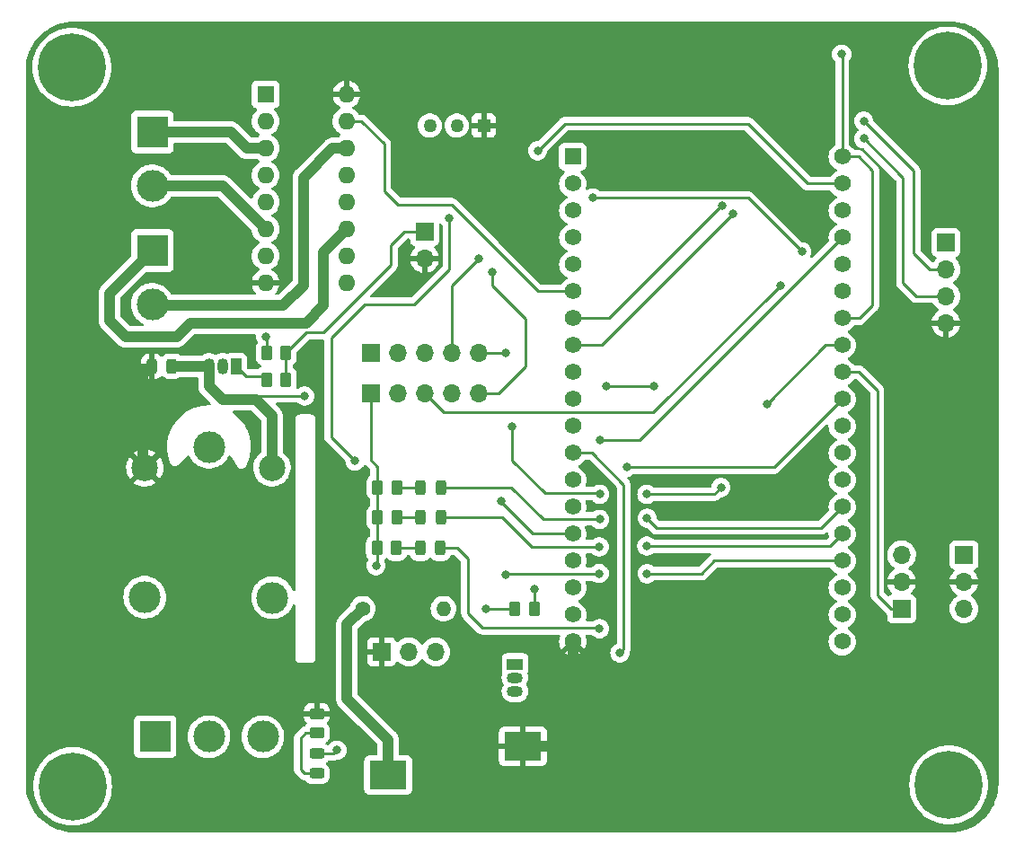
<source format=gbr>
%TF.GenerationSoftware,KiCad,Pcbnew,(6.0.4)*%
%TF.CreationDate,2023-05-30T10:31:34-05:00*%
%TF.ProjectId,Modulo de Practicas uPy,4d6f6475-6c6f-4206-9465-205072616374,rev?*%
%TF.SameCoordinates,Original*%
%TF.FileFunction,Copper,L1,Top*%
%TF.FilePolarity,Positive*%
%FSLAX46Y46*%
G04 Gerber Fmt 4.6, Leading zero omitted, Abs format (unit mm)*
G04 Created by KiCad (PCBNEW (6.0.4)) date 2023-05-30 10:31:34*
%MOMM*%
%LPD*%
G01*
G04 APERTURE LIST*
G04 Aperture macros list*
%AMRoundRect*
0 Rectangle with rounded corners*
0 $1 Rounding radius*
0 $2 $3 $4 $5 $6 $7 $8 $9 X,Y pos of 4 corners*
0 Add a 4 corners polygon primitive as box body*
4,1,4,$2,$3,$4,$5,$6,$7,$8,$9,$2,$3,0*
0 Add four circle primitives for the rounded corners*
1,1,$1+$1,$2,$3*
1,1,$1+$1,$4,$5*
1,1,$1+$1,$6,$7*
1,1,$1+$1,$8,$9*
0 Add four rect primitives between the rounded corners*
20,1,$1+$1,$2,$3,$4,$5,0*
20,1,$1+$1,$4,$5,$6,$7,0*
20,1,$1+$1,$6,$7,$8,$9,0*
20,1,$1+$1,$8,$9,$2,$3,0*%
G04 Aperture macros list end*
%TA.AperFunction,ComponentPad*%
%ADD10R,1.700000X1.700000*%
%TD*%
%TA.AperFunction,ComponentPad*%
%ADD11O,1.700000X1.700000*%
%TD*%
%TA.AperFunction,ComponentPad*%
%ADD12R,3.000000X3.000000*%
%TD*%
%TA.AperFunction,ComponentPad*%
%ADD13C,3.000000*%
%TD*%
%TA.AperFunction,ComponentPad*%
%ADD14R,1.500000X1.050000*%
%TD*%
%TA.AperFunction,ComponentPad*%
%ADD15O,1.500000X1.050000*%
%TD*%
%TA.AperFunction,ComponentPad*%
%ADD16C,1.400000*%
%TD*%
%TA.AperFunction,ComponentPad*%
%ADD17O,1.400000X1.400000*%
%TD*%
%TA.AperFunction,ComponentPad*%
%ADD18R,1.600000X1.600000*%
%TD*%
%TA.AperFunction,ComponentPad*%
%ADD19O,1.600000X1.600000*%
%TD*%
%TA.AperFunction,SMDPad,CuDef*%
%ADD20RoundRect,0.250000X0.262500X0.450000X-0.262500X0.450000X-0.262500X-0.450000X0.262500X-0.450000X0*%
%TD*%
%TA.AperFunction,SMDPad,CuDef*%
%ADD21RoundRect,0.243750X-0.243750X-0.456250X0.243750X-0.456250X0.243750X0.456250X-0.243750X0.456250X0*%
%TD*%
%TA.AperFunction,ComponentPad*%
%ADD22R,1.050000X1.500000*%
%TD*%
%TA.AperFunction,ComponentPad*%
%ADD23O,1.050000X1.500000*%
%TD*%
%TA.AperFunction,ComponentPad*%
%ADD24C,0.800000*%
%TD*%
%TA.AperFunction,ComponentPad*%
%ADD25C,6.400000*%
%TD*%
%TA.AperFunction,ComponentPad*%
%ADD26R,1.560000X1.560000*%
%TD*%
%TA.AperFunction,ComponentPad*%
%ADD27C,1.560000*%
%TD*%
%TA.AperFunction,SMDPad,CuDef*%
%ADD28RoundRect,0.250000X-0.262500X-0.450000X0.262500X-0.450000X0.262500X0.450000X-0.262500X0.450000X0*%
%TD*%
%TA.AperFunction,SMDPad,CuDef*%
%ADD29R,3.500000X2.700000*%
%TD*%
%TA.AperFunction,SMDPad,CuDef*%
%ADD30RoundRect,0.243750X-0.456250X0.243750X-0.456250X-0.243750X0.456250X-0.243750X0.456250X0.243750X0*%
%TD*%
%TA.AperFunction,ComponentPad*%
%ADD31C,2.500000*%
%TD*%
%TA.AperFunction,ComponentPad*%
%ADD32R,1.268000X1.268000*%
%TD*%
%TA.AperFunction,ComponentPad*%
%ADD33C,1.268000*%
%TD*%
%TA.AperFunction,SMDPad,CuDef*%
%ADD34RoundRect,0.250000X0.450000X-0.262500X0.450000X0.262500X-0.450000X0.262500X-0.450000X-0.262500X0*%
%TD*%
%TA.AperFunction,ViaPad*%
%ADD35C,0.800000*%
%TD*%
%TA.AperFunction,Conductor*%
%ADD36C,0.250000*%
%TD*%
%TA.AperFunction,Conductor*%
%ADD37C,1.000000*%
%TD*%
G04 APERTURE END LIST*
D10*
%TO.P,J8,1,Pin_1*%
%TO.N,IO23*%
X124460000Y-58420000D03*
D11*
%TO.P,J8,2,Pin_2*%
%TO.N,5v*%
X124460000Y-60960000D03*
%TD*%
D12*
%TO.P,J2,1,Pin_1*%
%TO.N,Net-(J2-Pad1)*%
X98806000Y-49022000D03*
D13*
%TO.P,J2,2,Pin_2*%
%TO.N,Net-(J2-Pad2)*%
X98806000Y-54102000D03*
%TD*%
D14*
%TO.P,Q1,1,S*%
%TO.N,GND*%
X132990000Y-99212400D03*
D15*
%TO.P,Q1,2,G*%
%TO.N,Net-(Q1-Pad2)*%
X132990000Y-100482400D03*
%TO.P,Q1,3,D*%
%TO.N,Net-(Q1-Pad3)*%
X132990000Y-101752400D03*
%TD*%
D10*
%TO.P,U2,1,+VS*%
%TO.N,5v*%
X120411000Y-98044000D03*
D11*
%TO.P,U2,2,Vout*%
%TO.N,IO14*%
X122951000Y-98044000D03*
%TO.P,U2,3,GND*%
%TO.N,GND*%
X125491000Y-98044000D03*
%TD*%
D10*
%TO.P,IO18,1,PWM*%
%TO.N,IO18*%
X169418000Y-93990400D03*
D11*
%TO.P,IO18,2,+*%
%TO.N,5v*%
X169418000Y-91450400D03*
%TO.P,IO18,3,-*%
%TO.N,GND*%
X169418000Y-88910400D03*
%TD*%
D16*
%TO.P,R2,1*%
%TO.N,Net-(D1-Pad1)*%
X118618000Y-93980000D03*
D17*
%TO.P,R2,2*%
%TO.N,Net-(Q1-Pad3)*%
X126238000Y-93980000D03*
%TD*%
D18*
%TO.P,U3,1,EN1\u002C2*%
%TO.N,I016*%
X109484000Y-45481000D03*
D19*
%TO.P,U3,2,1A*%
%TO.N,IO25*%
X109484000Y-48021000D03*
%TO.P,U3,3,1Y*%
%TO.N,Net-(J2-Pad1)*%
X109484000Y-50561000D03*
%TO.P,U3,4,GND*%
%TO.N,GND*%
X109484000Y-53101000D03*
%TO.P,U3,5,GND*%
X109484000Y-55641000D03*
%TO.P,U3,6,2Y*%
%TO.N,Net-(J2-Pad2)*%
X109484000Y-58181000D03*
%TO.P,U3,7,2A*%
%TO.N,IO26*%
X109484000Y-60721000D03*
%TO.P,U3,8,VCC2*%
%TO.N,5v*%
X109484000Y-63261000D03*
%TO.P,U3,9,EN3\u002C4*%
%TO.N,I017*%
X117104000Y-63261000D03*
%TO.P,U3,10,3A*%
%TO.N,IO34*%
X117104000Y-60721000D03*
%TO.P,U3,11,3Y*%
%TO.N,Net-(J3-Pad1)*%
X117104000Y-58181000D03*
%TO.P,U3,12,GND*%
%TO.N,GND*%
X117104000Y-55641000D03*
%TO.P,U3,13,GND*%
X117104000Y-53101000D03*
%TO.P,U3,14,4Y*%
%TO.N,Net-(J3-Pad2)*%
X117104000Y-50561000D03*
%TO.P,U3,15,4A*%
%TO.N,IO35*%
X117104000Y-48021000D03*
%TO.P,U3,16,VCC1*%
%TO.N,5v*%
X117104000Y-45481000D03*
%TD*%
D20*
%TO.P,R6,1*%
%TO.N,Net-(D4-Pad1)*%
X121827400Y-85394800D03*
%TO.P,R6,2*%
%TO.N,GND*%
X120002400Y-85394800D03*
%TD*%
D21*
%TO.P,D6,1,K*%
%TO.N,Net-(D6-Pad1)*%
X124068100Y-88265000D03*
%TO.P,D6,2,A*%
%TO.N,I04*%
X125943100Y-88265000D03*
%TD*%
D22*
%TO.P,Q2,1,G*%
%TO.N,Net-(Q2-Pad1)*%
X106680000Y-71120000D03*
D23*
%TO.P,Q2,2,S*%
%TO.N,GND*%
X105410000Y-71120000D03*
%TO.P,Q2,3,D*%
%TO.N,Net-(D2-Pad2)*%
X104140000Y-71120000D03*
%TD*%
D24*
%TO.P,REF\u002A\u002A,1*%
%TO.N,N/C*%
X89514344Y-41228944D03*
X89514344Y-44623056D03*
X93611400Y-42926000D03*
X92908456Y-41228944D03*
X91211400Y-45326000D03*
X91211400Y-40526000D03*
X92908456Y-44623056D03*
D25*
X91211400Y-42926000D03*
D24*
X88811400Y-42926000D03*
%TD*%
D26*
%TO.P,U1,1,3V3*%
%TO.N,3v3*%
X138430000Y-51360000D03*
D27*
%TO.P,U1,2,EN*%
%TO.N,unconnected-(U1-Pad2)*%
X138430000Y-53900000D03*
%TO.P,U1,3,SENSOR_VP*%
%TO.N,IO36*%
X138430000Y-56440000D03*
%TO.P,U1,4,SENSOR_VN*%
%TO.N,unconnected-(U1-Pad4)*%
X138430000Y-58980000D03*
%TO.P,U1,5,IO34*%
%TO.N,IO34*%
X138430000Y-61520000D03*
%TO.P,U1,6,IO35*%
%TO.N,IO35*%
X138430000Y-64060000D03*
%TO.P,U1,7,IO32*%
%TO.N,IO32*%
X138430000Y-66600000D03*
%TO.P,U1,8,IO33*%
%TO.N,IO33*%
X138430000Y-69140000D03*
%TO.P,U1,9,IO25*%
%TO.N,IO25*%
X138430000Y-71680000D03*
%TO.P,U1,10,IO26*%
%TO.N,IO26*%
X138430000Y-74220000D03*
%TO.P,U1,11,IO27*%
%TO.N,IO27*%
X138430000Y-76760000D03*
%TO.P,U1,12,IO14*%
%TO.N,IO14*%
X138430000Y-79300000D03*
%TO.P,U1,13,IO12*%
%TO.N,IO12*%
X138430000Y-81840000D03*
%TO.P,U1,14,GND1*%
%TO.N,GND*%
X138430000Y-84380000D03*
%TO.P,U1,15,IO13*%
%TO.N,IO13*%
X138430000Y-86920000D03*
%TO.P,U1,16,SD2*%
%TO.N,unconnected-(U1-Pad16)*%
X138430000Y-89460000D03*
%TO.P,U1,17,SD3*%
%TO.N,unconnected-(U1-Pad17)*%
X138430000Y-92000000D03*
%TO.P,U1,18,CMD*%
%TO.N,unconnected-(U1-Pad18)*%
X138430000Y-94540000D03*
%TO.P,U1,19,EXT_5V*%
%TO.N,5v*%
X138430000Y-97080000D03*
%TO.P,U1,20,GND3*%
%TO.N,GND*%
X163830000Y-51360000D03*
%TO.P,U1,21,IO23*%
%TO.N,IO23*%
X163830000Y-53900000D03*
%TO.P,U1,22,IO22*%
%TO.N,IO22*%
X163830000Y-56440000D03*
%TO.P,U1,23,TXD0*%
%TO.N,TX*%
X163830000Y-58980000D03*
%TO.P,U1,24,RXD0*%
%TO.N,RX*%
X163830000Y-61520000D03*
%TO.P,U1,25,IO21*%
%TO.N,IO21*%
X163830000Y-64060000D03*
%TO.P,U1,26,GND2*%
%TO.N,GND*%
X163830000Y-66600000D03*
%TO.P,U1,27,IO19*%
%TO.N,IO19*%
X163830000Y-69140000D03*
%TO.P,U1,28,IO18*%
%TO.N,IO18*%
X163830000Y-71680000D03*
%TO.P,U1,29,IO5*%
%TO.N,IO5*%
X163830000Y-74220000D03*
%TO.P,U1,30,IO17*%
%TO.N,I017*%
X163830000Y-76760000D03*
%TO.P,U1,31,IO16*%
%TO.N,I016*%
X163830000Y-79300000D03*
%TO.P,U1,32,IO4*%
%TO.N,I04*%
X163830000Y-81840000D03*
%TO.P,U1,33,IO0*%
%TO.N,I00*%
X163830000Y-84380000D03*
%TO.P,U1,34,IO2*%
%TO.N,I02*%
X163830000Y-86920000D03*
%TO.P,U1,35,IO15*%
%TO.N,I015*%
X163830000Y-89460000D03*
%TO.P,U1,36,SD1*%
%TO.N,unconnected-(U1-Pad36)*%
X163830000Y-92000000D03*
%TO.P,U1,37,SD0*%
%TO.N,unconnected-(U1-Pad37)*%
X163830000Y-94540000D03*
%TO.P,U1,38,CLK*%
%TO.N,unconnected-(U1-Pad38)*%
X163830000Y-97080000D03*
%TD*%
D21*
%TO.P,D2,1,K*%
%TO.N,5v*%
X98757500Y-71120000D03*
%TO.P,D2,2,A*%
%TO.N,Net-(D2-Pad2)*%
X100632500Y-71120000D03*
%TD*%
D28*
%TO.P,R4,1*%
%TO.N,Net-(Q2-Pad1)*%
X109577500Y-72390000D03*
%TO.P,R4,2*%
%TO.N,IO23*%
X111402500Y-72390000D03*
%TD*%
D10*
%TO.P,J7,1,Pin_1*%
%TO.N,GND*%
X173609000Y-59436000D03*
D11*
%TO.P,J7,2,Pin_2*%
%TO.N,IO32*%
X173609000Y-61976000D03*
%TO.P,J7,3,Pin_3*%
%TO.N,IO33*%
X173609000Y-64516000D03*
%TO.P,J7,4,Pin_4*%
%TO.N,5v*%
X173609000Y-67056000D03*
%TD*%
D29*
%TO.P,D1,1,K*%
%TO.N,Net-(D1-Pad1)*%
X121031000Y-109655600D03*
%TO.P,D1,2,A*%
%TO.N,5v*%
X133731000Y-106955600D03*
%TD*%
D20*
%TO.P,R8,1*%
%TO.N,Net-(D6-Pad1)*%
X121791100Y-88265000D03*
%TO.P,R8,2*%
%TO.N,GND*%
X119966100Y-88265000D03*
%TD*%
%TO.P,R7,1*%
%TO.N,Net-(D5-Pad1)*%
X121827400Y-82524600D03*
%TO.P,R7,2*%
%TO.N,GND*%
X120002400Y-82524600D03*
%TD*%
D12*
%TO.P,J3,1,Pin_1*%
%TO.N,Net-(J3-Pad1)*%
X98806000Y-60198000D03*
D13*
%TO.P,J3,2,Pin_2*%
%TO.N,Net-(J3-Pad2)*%
X98806000Y-65278000D03*
%TD*%
D24*
%TO.P,REF\u002A\u002A,1*%
%TO.N,N/C*%
X89590544Y-112415656D03*
X93687600Y-110718600D03*
X89590544Y-109021544D03*
X92984656Y-109021544D03*
X92984656Y-112415656D03*
X88887600Y-110718600D03*
X91287600Y-113118600D03*
X91287600Y-108318600D03*
D25*
X91287600Y-110718600D03*
%TD*%
D21*
%TO.P,D4,1,K*%
%TO.N,Net-(D4-Pad1)*%
X124104400Y-85394800D03*
%TO.P,D4,2,A*%
%TO.N,I02*%
X125979400Y-85394800D03*
%TD*%
D24*
%TO.P,REF\u002A\u002A,1*%
%TO.N,N/C*%
X176186800Y-42799000D03*
X172089744Y-41101944D03*
D25*
X173786800Y-42799000D03*
D24*
X175483856Y-44496056D03*
X173786800Y-40399000D03*
X175483856Y-41101944D03*
X171386800Y-42799000D03*
X173786800Y-45199000D03*
X172089744Y-44496056D03*
%TD*%
D30*
%TO.P,D3,1,K*%
%TO.N,Net-(D2-Pad2)*%
X114300000Y-107647500D03*
%TO.P,D3,2,A*%
%TO.N,Net-(D3-Pad2)*%
X114300000Y-109522500D03*
%TD*%
D21*
%TO.P,D5,1,K*%
%TO.N,Net-(D5-Pad1)*%
X124104400Y-82524600D03*
%TO.P,D5,2,A*%
%TO.N,I00*%
X125979400Y-82524600D03*
%TD*%
D13*
%TO.P,K1,1*%
%TO.N,Net-(J1-Pad2)*%
X104140000Y-78740000D03*
D31*
%TO.P,K1,2*%
%TO.N,5v*%
X98090000Y-80690000D03*
D13*
%TO.P,K1,3*%
%TO.N,Net-(J1-Pad1)*%
X98090000Y-92890000D03*
%TO.P,K1,4*%
%TO.N,+12V*%
X110140000Y-92940000D03*
D31*
%TO.P,K1,5*%
%TO.N,Net-(D2-Pad2)*%
X110090000Y-80690000D03*
%TD*%
D24*
%TO.P,REF\u002A\u002A,1*%
%TO.N,N/C*%
X173863000Y-108191600D03*
X176263000Y-110591600D03*
X175560056Y-112288656D03*
X172165944Y-112288656D03*
D25*
X173863000Y-110591600D03*
D24*
X173863000Y-112991600D03*
X175560056Y-108894544D03*
X171463000Y-110591600D03*
X172165944Y-108894544D03*
%TD*%
D32*
%TO.P,RV1,1,1*%
%TO.N,5v*%
X130048200Y-48422800D03*
D33*
%TO.P,RV1,2,2*%
%TO.N,IO13*%
X127508200Y-48422800D03*
%TO.P,RV1,3,3*%
%TO.N,GND*%
X124968200Y-48422800D03*
%TD*%
D28*
%TO.P,R5,1*%
%TO.N,GND*%
X109577500Y-69850000D03*
%TO.P,R5,2*%
%TO.N,IO23*%
X111402500Y-69850000D03*
%TD*%
D10*
%TO.P,J5,1,Pin_1*%
%TO.N,GND*%
X119380000Y-69825000D03*
D11*
%TO.P,J5,2,Pin_2*%
%TO.N,I015*%
X121920000Y-69825000D03*
%TO.P,J5,3,Pin_3*%
%TO.N,IO19*%
X124460000Y-69825000D03*
%TO.P,J5,4,Pin_4*%
%TO.N,IO21*%
X127000000Y-69825000D03*
%TO.P,J5,5,Pin_5*%
%TO.N,IO22*%
X129540000Y-69825000D03*
%TD*%
D12*
%TO.P,J1,1,Pin_1*%
%TO.N,Net-(J1-Pad1)*%
X99060000Y-106045000D03*
D13*
%TO.P,J1,2,Pin_2*%
%TO.N,Net-(J1-Pad2)*%
X104140000Y-106045000D03*
%TO.P,J1,3,Pin_3*%
%TO.N,+12V*%
X109220000Y-106045000D03*
%TD*%
D34*
%TO.P,R3,1*%
%TO.N,Net-(D3-Pad2)*%
X114300000Y-105687500D03*
%TO.P,R3,2*%
%TO.N,5v*%
X114300000Y-103862500D03*
%TD*%
D10*
%TO.P,J6,1,Pin_1*%
%TO.N,GND*%
X175310800Y-88900000D03*
D11*
%TO.P,J6,2,Pin_2*%
%TO.N,5v*%
X175310800Y-91440000D03*
%TO.P,J6,3,Pin_3*%
%TO.N,IO27*%
X175310800Y-93980000D03*
%TD*%
D10*
%TO.P,J4,1,Pin_1*%
%TO.N,GND*%
X119380000Y-73660000D03*
D11*
%TO.P,J4,2,Pin_2*%
%TO.N,IO5*%
X121920000Y-73660000D03*
%TO.P,J4,3,Pin_3*%
%TO.N,RX*%
X124460000Y-73660000D03*
%TO.P,J4,4,Pin_4*%
%TO.N,TX*%
X127000000Y-73660000D03*
%TO.P,J4,5,Pin_5*%
%TO.N,IO36*%
X129540000Y-73660000D03*
%TD*%
D28*
%TO.P,R1,1*%
%TO.N,Net-(Q1-Pad2)*%
X132970900Y-94005400D03*
%TO.P,R1,2*%
%TO.N,IO12*%
X134795900Y-94005400D03*
%TD*%
D35*
%TO.N,GND*%
X109474000Y-68326000D03*
X119888000Y-89916000D03*
X163779200Y-41706800D03*
%TO.N,IO32*%
X152527000Y-55969500D03*
X165862000Y-48006000D03*
%TO.N,IO13*%
X131699000Y-83820000D03*
X117906800Y-80060800D03*
X126796800Y-57175400D03*
%TO.N,Net-(D2-Pad2)*%
X113157000Y-73914000D03*
X116205000Y-107315000D03*
%TO.N,IO12*%
X134823200Y-92151200D03*
%TO.N,IO5*%
X143510000Y-80645000D03*
%TO.N,IO36*%
X130810000Y-62230000D03*
%TO.N,IO33*%
X165862000Y-49657000D03*
X153543000Y-56769000D03*
%TO.N,RX*%
X157988000Y-63500000D03*
%TO.N,TX*%
X140970000Y-78105000D03*
%TO.N,I017*%
X141605000Y-73025000D03*
X146050000Y-73025000D03*
%TO.N,I015*%
X145440400Y-90678000D03*
X140919200Y-90652600D03*
X132080000Y-90805000D03*
%TO.N,IO19*%
X156718000Y-74676000D03*
X152400000Y-82550000D03*
X140970000Y-83185000D03*
X145415000Y-83185000D03*
X132715000Y-76835000D03*
%TO.N,IO21*%
X160020000Y-60325000D03*
X140335000Y-55245000D03*
X129540000Y-60960000D03*
%TO.N,IO22*%
X132080000Y-69850000D03*
%TO.N,IO23*%
X135128000Y-50800000D03*
%TO.N,I04*%
X140944600Y-95859600D03*
%TO.N,I00*%
X145440400Y-85445600D03*
X140970000Y-85547200D03*
%TO.N,I02*%
X140919200Y-88138000D03*
X145415000Y-88061800D03*
%TO.N,IO14*%
X142875000Y-98145600D03*
%TO.N,Net-(Q1-Pad2)*%
X130276600Y-94030800D03*
%TD*%
D36*
%TO.N,GND*%
X120002400Y-82524600D02*
X120002400Y-85394800D01*
X163830000Y-66600000D02*
X165454400Y-66600000D01*
X119966100Y-89740100D02*
X119966100Y-88265000D01*
X120002400Y-82524600D02*
X120002400Y-80581600D01*
X163830000Y-51360000D02*
X163830000Y-41757600D01*
X166674800Y-65379600D02*
X166674800Y-52679600D01*
X119888000Y-89916000D02*
X119888000Y-89818200D01*
X109577500Y-69850000D02*
X109577500Y-68429500D01*
X120002400Y-80581600D02*
X119380000Y-79959200D01*
X119888000Y-89818200D02*
X119966100Y-89740100D01*
X165454400Y-66600000D02*
X166674800Y-65379600D01*
X119380000Y-79959200D02*
X119380000Y-73660000D01*
X109577500Y-69850000D02*
X109257500Y-70170000D01*
X163830000Y-41757600D02*
X163779200Y-41706800D01*
X109577500Y-68429500D02*
X109474000Y-68326000D01*
X165355200Y-51360000D02*
X163830000Y-51360000D01*
X120002400Y-88228700D02*
X119966100Y-88265000D01*
X166674800Y-52679600D02*
X165355200Y-51360000D01*
X120002400Y-85394800D02*
X120002400Y-88228700D01*
D37*
%TO.N,Net-(J2-Pad1)*%
X106172000Y-49022000D02*
X98806000Y-49022000D01*
X107711000Y-50561000D02*
X106172000Y-49022000D01*
X109484000Y-50561000D02*
X107711000Y-50561000D01*
%TO.N,Net-(J2-Pad2)*%
X105410000Y-54102000D02*
X98806000Y-54102000D01*
X109484000Y-58181000D02*
X106680000Y-55377000D01*
X106680000Y-55372000D02*
X105410000Y-54102000D01*
D36*
%TO.N,Net-(D3-Pad2)*%
X112776000Y-109117250D02*
X113181250Y-109522500D01*
X112776000Y-106172000D02*
X112776000Y-109117250D01*
X113181250Y-109522500D02*
X114300000Y-109522500D01*
X114300000Y-105687500D02*
X113260500Y-105687500D01*
X113260500Y-105687500D02*
X112776000Y-106172000D01*
%TO.N,5v*%
X169428400Y-91440000D02*
X169418000Y-91450400D01*
X175310800Y-91440000D02*
X169428400Y-91440000D01*
D37*
X138430000Y-105486200D02*
X136960600Y-106955600D01*
X97945000Y-80545000D02*
X98090000Y-80690000D01*
X138430000Y-97080000D02*
X138430000Y-105486200D01*
X97945000Y-71932500D02*
X97945000Y-80545000D01*
X98757500Y-71120000D02*
X97945000Y-71932500D01*
X136960600Y-106955600D02*
X133731000Y-106955600D01*
D36*
%TO.N,IO32*%
X170561000Y-60452000D02*
X172085000Y-61976000D01*
X172085000Y-61976000D02*
X173609000Y-61976000D01*
X165862000Y-48006000D02*
X170561000Y-52705000D01*
X170561000Y-52705000D02*
X170561000Y-60452000D01*
X141807000Y-66600000D02*
X138430000Y-66600000D01*
X152527000Y-55969500D02*
X152437500Y-55969500D01*
X152437500Y-55969500D02*
X141807000Y-66600000D01*
%TO.N,Net-(D4-Pad1)*%
X121827400Y-85394800D02*
X124104400Y-85394800D01*
%TO.N,Net-(D5-Pad1)*%
X121827400Y-82524600D02*
X124104400Y-82524600D01*
%TO.N,Net-(D6-Pad1)*%
X121791100Y-88265000D02*
X124068100Y-88265000D01*
%TO.N,IO13*%
X115646200Y-77800200D02*
X115646200Y-68427600D01*
X118795800Y-65278000D02*
X123469400Y-65278000D01*
X117906800Y-80060800D02*
X115646200Y-77800200D01*
X123469400Y-65278000D02*
X126796800Y-61950600D01*
X131699000Y-83820000D02*
X131699000Y-83947000D01*
X115646200Y-68427600D02*
X118795800Y-65278000D01*
X126796800Y-61950600D02*
X126796800Y-57175400D01*
X131699000Y-83947000D02*
X134672000Y-86920000D01*
X134672000Y-86920000D02*
X138430000Y-86920000D01*
D37*
%TO.N,Net-(D2-Pad2)*%
X110090000Y-75800000D02*
X109080300Y-74790300D01*
X109080300Y-74790300D02*
X108585000Y-74295000D01*
X100632500Y-71120000D02*
X104140000Y-71120000D01*
X105410000Y-74295000D02*
X104140000Y-73025000D01*
D36*
X104063800Y-71043800D02*
X104140000Y-71120000D01*
X108381800Y-73914000D02*
X108381800Y-74091800D01*
X108381800Y-74091800D02*
X109080300Y-74790300D01*
D37*
X110090000Y-80690000D02*
X110090000Y-75800000D01*
X108585000Y-74295000D02*
X105410000Y-74295000D01*
D36*
X115872500Y-107647500D02*
X116205000Y-107315000D01*
D37*
X104140000Y-73025000D02*
X104140000Y-71120000D01*
D36*
X113157000Y-73914000D02*
X108381800Y-73914000D01*
X114300000Y-107647500D02*
X115872500Y-107647500D01*
D37*
%TO.N,Net-(J3-Pad1)*%
X113284000Y-67056000D02*
X102362000Y-67056000D01*
X117104000Y-58181000D02*
X114935000Y-60350000D01*
X94742000Y-64262000D02*
X98806000Y-60198000D01*
X96266000Y-68326000D02*
X94742000Y-66802000D01*
X101092000Y-68326000D02*
X96266000Y-68326000D01*
X94742000Y-66802000D02*
X94742000Y-64262000D01*
X114935000Y-65405000D02*
X113284000Y-67056000D01*
X114935000Y-60350000D02*
X114935000Y-65405000D01*
X102362000Y-67056000D02*
X101092000Y-68326000D01*
%TO.N,Net-(D1-Pad1)*%
X117144800Y-102463600D02*
X121031000Y-106349800D01*
X117144800Y-95453200D02*
X117144800Y-102463600D01*
X118618000Y-93980000D02*
X117144800Y-95453200D01*
X121031000Y-106349800D02*
X121031000Y-109655600D01*
%TO.N,Net-(J3-Pad2)*%
X98806000Y-65278000D02*
X98933000Y-65405000D01*
X115809000Y-50561000D02*
X117104000Y-50561000D01*
X111125000Y-65405000D02*
X113030000Y-63500000D01*
X113030000Y-63500000D02*
X113030000Y-53340000D01*
X113030000Y-53340000D02*
X115809000Y-50561000D01*
X98933000Y-65405000D02*
X111125000Y-65405000D01*
D36*
%TO.N,IO12*%
X134795900Y-92178500D02*
X134823200Y-92151200D01*
X134795900Y-94005400D02*
X134795900Y-92178500D01*
%TO.N,IO5*%
X157405000Y-80645000D02*
X163830000Y-74220000D01*
X143510000Y-80645000D02*
X157405000Y-80645000D01*
%TO.N,IO35*%
X121920000Y-55880000D02*
X127000000Y-55880000D01*
X127000000Y-55880000D02*
X135180000Y-64060000D01*
X120650000Y-50165000D02*
X120650000Y-54610000D01*
X120650000Y-54610000D02*
X121920000Y-55880000D01*
X117104000Y-48021000D02*
X118506000Y-48021000D01*
X135180000Y-64060000D02*
X138430000Y-64060000D01*
X118506000Y-48021000D02*
X120650000Y-50165000D01*
%TO.N,IO36*%
X133985000Y-71120000D02*
X133985000Y-66675000D01*
X130810000Y-63500000D02*
X130810000Y-62230000D01*
X131445000Y-73660000D02*
X133985000Y-71120000D01*
X133985000Y-66675000D02*
X130810000Y-63500000D01*
X129540000Y-73660000D02*
X131445000Y-73660000D01*
%TO.N,IO33*%
X169545000Y-63246000D02*
X170815000Y-64516000D01*
X165862000Y-49657000D02*
X169545000Y-53340000D01*
X141172000Y-69140000D02*
X138430000Y-69140000D01*
X169545000Y-53340000D02*
X169545000Y-63246000D01*
X153543000Y-56769000D02*
X141172000Y-69140000D01*
X170815000Y-64516000D02*
X173609000Y-64516000D01*
%TO.N,RX*%
X157988000Y-63500000D02*
X146024600Y-75463400D01*
X146024600Y-75463400D02*
X126263400Y-75463400D01*
X126263400Y-75463400D02*
X124460000Y-73660000D01*
%TO.N,TX*%
X140970000Y-78105000D02*
X144705000Y-78105000D01*
X144705000Y-78105000D02*
X163830000Y-58980000D01*
%TO.N,I017*%
X141605000Y-73025000D02*
X146050000Y-73025000D01*
%TO.N,I015*%
X145440400Y-90678000D02*
X150571200Y-90678000D01*
X132181600Y-90703400D02*
X132080000Y-90805000D01*
X140919200Y-90652600D02*
X140868400Y-90703400D01*
X150571200Y-90678000D02*
X151789200Y-89460000D01*
X140868400Y-90703400D02*
X132181600Y-90703400D01*
X151789200Y-89460000D02*
X163830000Y-89460000D01*
%TO.N,IO19*%
X152400000Y-82550000D02*
X151765000Y-83185000D01*
X132715000Y-76835000D02*
X132715000Y-80010000D01*
X132715000Y-80010000D02*
X135813800Y-83108800D01*
X156718000Y-74676000D02*
X162254000Y-69140000D01*
X135813800Y-83108800D02*
X140893800Y-83108800D01*
X151765000Y-83185000D02*
X145415000Y-83185000D01*
X140893800Y-83108800D02*
X140970000Y-83185000D01*
X162254000Y-69140000D02*
X163830000Y-69140000D01*
%TO.N,IO21*%
X127000000Y-63500000D02*
X129540000Y-60960000D01*
X127000000Y-69825000D02*
X127000000Y-63500000D01*
X140335000Y-55245000D02*
X154940000Y-55245000D01*
X154940000Y-55245000D02*
X160020000Y-60325000D01*
%TO.N,IO22*%
X132055000Y-69825000D02*
X132080000Y-69850000D01*
X129540000Y-69825000D02*
X132055000Y-69825000D01*
%TO.N,IO23*%
X114935000Y-67945000D02*
X121285000Y-61595000D01*
X135128000Y-50800000D02*
X137668000Y-48260000D01*
X111402500Y-72390000D02*
X111402500Y-69850000D01*
X137668000Y-48260000D02*
X154940000Y-48260000D01*
X121285000Y-61595000D02*
X121285000Y-59690000D01*
X160580000Y-53900000D02*
X163830000Y-53900000D01*
X121285000Y-59690000D02*
X122555000Y-58420000D01*
X122555000Y-58420000D02*
X124460000Y-58420000D01*
X113307500Y-67945000D02*
X114935000Y-67945000D01*
X111402500Y-69850000D02*
X113307500Y-67945000D01*
X154940000Y-48260000D02*
X160580000Y-53900000D01*
%TO.N,IO18*%
X167132000Y-73406000D02*
X167132000Y-92710000D01*
X165406000Y-71680000D02*
X167132000Y-73406000D01*
X163830000Y-71680000D02*
X165406000Y-71680000D01*
X167132000Y-92710000D02*
X168412400Y-93990400D01*
X168412400Y-93990400D02*
X169418000Y-93990400D01*
%TO.N,I04*%
X128549400Y-89281000D02*
X127533400Y-88265000D01*
X140944600Y-95859600D02*
X140868400Y-95783400D01*
X140868400Y-95783400D02*
X129921000Y-95783400D01*
X127533400Y-88265000D02*
X125943100Y-88265000D01*
X129921000Y-95783400D02*
X128549400Y-94411800D01*
X128549400Y-94411800D02*
X128549400Y-89281000D01*
%TO.N,I00*%
X145440400Y-85445600D02*
X146354800Y-86360000D01*
X135636000Y-85521800D02*
X132638800Y-82524600D01*
X132638800Y-82524600D02*
X125979400Y-82524600D01*
X140970000Y-85547200D02*
X140944600Y-85521800D01*
X161850000Y-86360000D02*
X163830000Y-84380000D01*
X140944600Y-85521800D02*
X135636000Y-85521800D01*
X146354800Y-86360000D02*
X161850000Y-86360000D01*
%TO.N,I02*%
X125979400Y-85394800D02*
X131800600Y-85394800D01*
X162662800Y-88087200D02*
X163830000Y-86920000D01*
X131800600Y-85394800D02*
X132689600Y-86283800D01*
X134543800Y-88138000D02*
X140919200Y-88138000D01*
X132689600Y-86283800D02*
X134543800Y-88138000D01*
X145440400Y-88087200D02*
X162662800Y-88087200D01*
X145415000Y-88061800D02*
X145440400Y-88087200D01*
%TO.N,IO14*%
X142875000Y-98145600D02*
X143230600Y-97790000D01*
X143230600Y-82270600D02*
X140260000Y-79300000D01*
X143230600Y-97790000D02*
X143230600Y-82270600D01*
X140260000Y-79300000D02*
X138430000Y-79300000D01*
X142875000Y-98425000D02*
X142875000Y-98145600D01*
%TO.N,Net-(Q2-Pad1)*%
X106680000Y-71120000D02*
X106687900Y-71120000D01*
X109577500Y-72390000D02*
X109247300Y-72059800D01*
X106687900Y-71120000D02*
X107627700Y-72059800D01*
X109247300Y-72059800D02*
X107627700Y-72059800D01*
X107772200Y-72059800D02*
X107627700Y-72059800D01*
%TO.N,Net-(Q1-Pad2)*%
X132945500Y-94030800D02*
X132970900Y-94005400D01*
X130276600Y-94030800D02*
X132945500Y-94030800D01*
%TD*%
%TA.AperFunction,Conductor*%
%TO.N,5v*%
G36*
X173960018Y-38610000D02*
G01*
X173974851Y-38612310D01*
X173974855Y-38612310D01*
X173983724Y-38613691D01*
X174004183Y-38611016D01*
X174026008Y-38610072D01*
X174382937Y-38625656D01*
X174393886Y-38626614D01*
X174778379Y-38677233D01*
X174789205Y-38679142D01*
X175167822Y-38763080D01*
X175178439Y-38765925D01*
X175348702Y-38819608D01*
X175548302Y-38882542D01*
X175558615Y-38886295D01*
X175916932Y-39034715D01*
X175926876Y-39039353D01*
X176259318Y-39212411D01*
X176270867Y-39218423D01*
X176280387Y-39223919D01*
X176607468Y-39432292D01*
X176616472Y-39438597D01*
X176924138Y-39674678D01*
X176932558Y-39681743D01*
X177218483Y-39943744D01*
X177226256Y-39951517D01*
X177488257Y-40237442D01*
X177495322Y-40245862D01*
X177731403Y-40553528D01*
X177737708Y-40562532D01*
X177946081Y-40889613D01*
X177951576Y-40899132D01*
X178092507Y-41169856D01*
X178130643Y-41243115D01*
X178135285Y-41253068D01*
X178247275Y-41523435D01*
X178283702Y-41611377D01*
X178287461Y-41621706D01*
X178404075Y-41991561D01*
X178406920Y-42002178D01*
X178490858Y-42380795D01*
X178492767Y-42391621D01*
X178543386Y-42776114D01*
X178544344Y-42787064D01*
X178559603Y-43136552D01*
X178558223Y-43161429D01*
X178556309Y-43173724D01*
X178557473Y-43182626D01*
X178557473Y-43182628D01*
X178560436Y-43205283D01*
X178561500Y-43221621D01*
X178561500Y-110440633D01*
X178560000Y-110460018D01*
X178557690Y-110474851D01*
X178557690Y-110474855D01*
X178556309Y-110483724D01*
X178558984Y-110504183D01*
X178559928Y-110526012D01*
X178544344Y-110882936D01*
X178543386Y-110893886D01*
X178492767Y-111278379D01*
X178490858Y-111289205D01*
X178406920Y-111667822D01*
X178404075Y-111678439D01*
X178287461Y-112048294D01*
X178283705Y-112058615D01*
X178211890Y-112231993D01*
X178135289Y-112416923D01*
X178130647Y-112426876D01*
X178024764Y-112630276D01*
X177951577Y-112770867D01*
X177946081Y-112780387D01*
X177737708Y-113107468D01*
X177731403Y-113116472D01*
X177495322Y-113424138D01*
X177488257Y-113432558D01*
X177226256Y-113718483D01*
X177218487Y-113726252D01*
X177128008Y-113809161D01*
X176932558Y-113988257D01*
X176924138Y-113995322D01*
X176616472Y-114231403D01*
X176607468Y-114237708D01*
X176280387Y-114446081D01*
X176270868Y-114451576D01*
X175926876Y-114630647D01*
X175916932Y-114635285D01*
X175558615Y-114783705D01*
X175548302Y-114787458D01*
X175348702Y-114850392D01*
X175178439Y-114904075D01*
X175167822Y-114906920D01*
X174789205Y-114990858D01*
X174778379Y-114992767D01*
X174393886Y-115043386D01*
X174382937Y-115044344D01*
X174033446Y-115059603D01*
X174008571Y-115058223D01*
X173996276Y-115056309D01*
X173987374Y-115057473D01*
X173987372Y-115057473D01*
X173972323Y-115059441D01*
X173964714Y-115060436D01*
X173948379Y-115061500D01*
X91489367Y-115061500D01*
X91469982Y-115060000D01*
X91455149Y-115057690D01*
X91455145Y-115057690D01*
X91446276Y-115056309D01*
X91425817Y-115058984D01*
X91403992Y-115059928D01*
X91047063Y-115044344D01*
X91036114Y-115043386D01*
X90651621Y-114992767D01*
X90640795Y-114990858D01*
X90262178Y-114906920D01*
X90251561Y-114904075D01*
X90081298Y-114850392D01*
X89881698Y-114787458D01*
X89871385Y-114783705D01*
X89513068Y-114635285D01*
X89503124Y-114630647D01*
X89159132Y-114451576D01*
X89149613Y-114446081D01*
X88822532Y-114237708D01*
X88813528Y-114231403D01*
X88505862Y-113995322D01*
X88497442Y-113988257D01*
X88301992Y-113809161D01*
X88211513Y-113726252D01*
X88203744Y-113718483D01*
X87941743Y-113432558D01*
X87934678Y-113424138D01*
X87698597Y-113116472D01*
X87692292Y-113107468D01*
X87483919Y-112780387D01*
X87478423Y-112770867D01*
X87405236Y-112630276D01*
X87299353Y-112426876D01*
X87294711Y-112416923D01*
X87218111Y-112231993D01*
X87146295Y-112058615D01*
X87142539Y-112048294D01*
X87025925Y-111678439D01*
X87023080Y-111667822D01*
X86939142Y-111289205D01*
X86937233Y-111278379D01*
X86886614Y-110893886D01*
X86885656Y-110882936D01*
X86878481Y-110718600D01*
X87574011Y-110718600D01*
X87594354Y-111106776D01*
X87594867Y-111110016D01*
X87594868Y-111110024D01*
X87622397Y-111283833D01*
X87655162Y-111490699D01*
X87755767Y-111866162D01*
X87895068Y-112229053D01*
X87896566Y-112231993D01*
X88005330Y-112445453D01*
X88071538Y-112575394D01*
X88073334Y-112578160D01*
X88073336Y-112578163D01*
X88198479Y-112770867D01*
X88283243Y-112901393D01*
X88527866Y-113203476D01*
X88802724Y-113478334D01*
X89104807Y-113722957D01*
X89107570Y-113724752D01*
X89107571Y-113724752D01*
X89235242Y-113807662D01*
X89430805Y-113934662D01*
X89433739Y-113936157D01*
X89433746Y-113936161D01*
X89774207Y-114109634D01*
X89777147Y-114111132D01*
X90140038Y-114250433D01*
X90515501Y-114351038D01*
X90719393Y-114383332D01*
X90896176Y-114411332D01*
X90896184Y-114411333D01*
X90899424Y-114411846D01*
X91287600Y-114432189D01*
X91675776Y-114411846D01*
X91679016Y-114411333D01*
X91679024Y-114411332D01*
X91855807Y-114383332D01*
X92059699Y-114351038D01*
X92435162Y-114250433D01*
X92798053Y-114111132D01*
X92800993Y-114109634D01*
X93141454Y-113936161D01*
X93141461Y-113936157D01*
X93144395Y-113934662D01*
X93339959Y-113807662D01*
X93467629Y-113724752D01*
X93467630Y-113724752D01*
X93470393Y-113722957D01*
X93772476Y-113478334D01*
X94047334Y-113203476D01*
X94291957Y-112901393D01*
X94376721Y-112770867D01*
X94501864Y-112578163D01*
X94501866Y-112578160D01*
X94503662Y-112575394D01*
X94569871Y-112445453D01*
X94678634Y-112231993D01*
X94680132Y-112229053D01*
X94819433Y-111866162D01*
X94920038Y-111490699D01*
X94952803Y-111283833D01*
X94980332Y-111110024D01*
X94980333Y-111110016D01*
X94980846Y-111106776D01*
X95001189Y-110718600D01*
X94980846Y-110330424D01*
X94966819Y-110241858D01*
X94943088Y-110092033D01*
X94920038Y-109946501D01*
X94819433Y-109571038D01*
X94810569Y-109547945D01*
X94726290Y-109328392D01*
X94680132Y-109208147D01*
X94654125Y-109157106D01*
X94505161Y-108864747D01*
X94505157Y-108864740D01*
X94503662Y-108861806D01*
X94431306Y-108750386D01*
X94293752Y-108538571D01*
X94293752Y-108538570D01*
X94291957Y-108535807D01*
X94085209Y-108280495D01*
X94049409Y-108236286D01*
X94049406Y-108236282D01*
X94047334Y-108233724D01*
X93772476Y-107958866D01*
X93760934Y-107949519D01*
X93602226Y-107821000D01*
X93470393Y-107714243D01*
X93407973Y-107673707D01*
X93283901Y-107593134D01*
X97051500Y-107593134D01*
X97058255Y-107655316D01*
X97109385Y-107791705D01*
X97196739Y-107908261D01*
X97313295Y-107995615D01*
X97449684Y-108046745D01*
X97511866Y-108053500D01*
X100608134Y-108053500D01*
X100670316Y-108046745D01*
X100806705Y-107995615D01*
X100923261Y-107908261D01*
X101010615Y-107791705D01*
X101061745Y-107655316D01*
X101068500Y-107593134D01*
X101068500Y-106023918D01*
X102126917Y-106023918D01*
X102142682Y-106297320D01*
X102143507Y-106301525D01*
X102143508Y-106301533D01*
X102166176Y-106417072D01*
X102195405Y-106566053D01*
X102196792Y-106570103D01*
X102196793Y-106570108D01*
X102280486Y-106814554D01*
X102284112Y-106825144D01*
X102310701Y-106878011D01*
X102384807Y-107025354D01*
X102407160Y-107069799D01*
X102409586Y-107073328D01*
X102409589Y-107073334D01*
X102507274Y-107215465D01*
X102562274Y-107295490D01*
X102746582Y-107498043D01*
X102956675Y-107673707D01*
X102960316Y-107675991D01*
X103185024Y-107816951D01*
X103185028Y-107816953D01*
X103188664Y-107819234D01*
X103279772Y-107860371D01*
X103434345Y-107930164D01*
X103434349Y-107930166D01*
X103438257Y-107931930D01*
X103497637Y-107949519D01*
X103696723Y-108008491D01*
X103696727Y-108008492D01*
X103700836Y-108009709D01*
X103705070Y-108010357D01*
X103705075Y-108010358D01*
X103967298Y-108050483D01*
X103967300Y-108050483D01*
X103971540Y-108051132D01*
X104110912Y-108053322D01*
X104241071Y-108055367D01*
X104241077Y-108055367D01*
X104245362Y-108055434D01*
X104517235Y-108022534D01*
X104782127Y-107953041D01*
X104786087Y-107951401D01*
X104786092Y-107951399D01*
X104908631Y-107900641D01*
X105035136Y-107848241D01*
X105271582Y-107710073D01*
X105487089Y-107541094D01*
X105522137Y-107504928D01*
X105674686Y-107347509D01*
X105677669Y-107344431D01*
X105680202Y-107340983D01*
X105680206Y-107340978D01*
X105837257Y-107127178D01*
X105839795Y-107123723D01*
X105867154Y-107073334D01*
X105968418Y-106886830D01*
X105968419Y-106886828D01*
X105970468Y-106883054D01*
X106027145Y-106733062D01*
X106065751Y-106630895D01*
X106065752Y-106630891D01*
X106067269Y-106626877D01*
X106112707Y-106428483D01*
X106127449Y-106364117D01*
X106127450Y-106364113D01*
X106128407Y-106359933D01*
X106137682Y-106256015D01*
X106152531Y-106089627D01*
X106152531Y-106089625D01*
X106152751Y-106087161D01*
X106153193Y-106045000D01*
X106151756Y-106023918D01*
X107206917Y-106023918D01*
X107222682Y-106297320D01*
X107223507Y-106301525D01*
X107223508Y-106301533D01*
X107246176Y-106417072D01*
X107275405Y-106566053D01*
X107276792Y-106570103D01*
X107276793Y-106570108D01*
X107360486Y-106814554D01*
X107364112Y-106825144D01*
X107390701Y-106878011D01*
X107464807Y-107025354D01*
X107487160Y-107069799D01*
X107489586Y-107073328D01*
X107489589Y-107073334D01*
X107587274Y-107215465D01*
X107642274Y-107295490D01*
X107826582Y-107498043D01*
X108036675Y-107673707D01*
X108040316Y-107675991D01*
X108265024Y-107816951D01*
X108265028Y-107816953D01*
X108268664Y-107819234D01*
X108359772Y-107860371D01*
X108514345Y-107930164D01*
X108514349Y-107930166D01*
X108518257Y-107931930D01*
X108577637Y-107949519D01*
X108776723Y-108008491D01*
X108776727Y-108008492D01*
X108780836Y-108009709D01*
X108785070Y-108010357D01*
X108785075Y-108010358D01*
X109047298Y-108050483D01*
X109047300Y-108050483D01*
X109051540Y-108051132D01*
X109190912Y-108053322D01*
X109321071Y-108055367D01*
X109321077Y-108055367D01*
X109325362Y-108055434D01*
X109597235Y-108022534D01*
X109862127Y-107953041D01*
X109866087Y-107951401D01*
X109866092Y-107951399D01*
X109988631Y-107900641D01*
X110115136Y-107848241D01*
X110351582Y-107710073D01*
X110567089Y-107541094D01*
X110602137Y-107504928D01*
X110754686Y-107347509D01*
X110757669Y-107344431D01*
X110760202Y-107340983D01*
X110760206Y-107340978D01*
X110917257Y-107127178D01*
X110919795Y-107123723D01*
X110947154Y-107073334D01*
X111048418Y-106886830D01*
X111048419Y-106886828D01*
X111050468Y-106883054D01*
X111107145Y-106733062D01*
X111145751Y-106630895D01*
X111145752Y-106630891D01*
X111147269Y-106626877D01*
X111192707Y-106428483D01*
X111207449Y-106364117D01*
X111207450Y-106364113D01*
X111208407Y-106359933D01*
X111217682Y-106256015D01*
X111226970Y-106151943D01*
X112137780Y-106151943D01*
X112138526Y-106159835D01*
X112141941Y-106195961D01*
X112142500Y-106207819D01*
X112142500Y-109038483D01*
X112141973Y-109049666D01*
X112140298Y-109057159D01*
X112140547Y-109065085D01*
X112140547Y-109065086D01*
X112142438Y-109125236D01*
X112142500Y-109129195D01*
X112142500Y-109157106D01*
X112142997Y-109161040D01*
X112142997Y-109161041D01*
X112143005Y-109161106D01*
X112143938Y-109172943D01*
X112145327Y-109217139D01*
X112150978Y-109236589D01*
X112154987Y-109255950D01*
X112157526Y-109276047D01*
X112160445Y-109283418D01*
X112160445Y-109283420D01*
X112173804Y-109317162D01*
X112177649Y-109328392D01*
X112189982Y-109370843D01*
X112194015Y-109377662D01*
X112194017Y-109377667D01*
X112200293Y-109388278D01*
X112208988Y-109406026D01*
X112216448Y-109424867D01*
X112221110Y-109431283D01*
X112221110Y-109431284D01*
X112242436Y-109460637D01*
X112248952Y-109470557D01*
X112271458Y-109508612D01*
X112277064Y-109514219D01*
X112285780Y-109522935D01*
X112298620Y-109537968D01*
X112310528Y-109554357D01*
X112316635Y-109559409D01*
X112344593Y-109582538D01*
X112353374Y-109590528D01*
X112677603Y-109914758D01*
X112685137Y-109923037D01*
X112689250Y-109929518D01*
X112710808Y-109949762D01*
X112738902Y-109976144D01*
X112741744Y-109978899D01*
X112761480Y-109998635D01*
X112764677Y-110001115D01*
X112773697Y-110008818D01*
X112805929Y-110039086D01*
X112812875Y-110042905D01*
X112812878Y-110042907D01*
X112823684Y-110048848D01*
X112840203Y-110059699D01*
X112856209Y-110072114D01*
X112863478Y-110075259D01*
X112863482Y-110075262D01*
X112896787Y-110089674D01*
X112907437Y-110094891D01*
X112946190Y-110116195D01*
X112953865Y-110118166D01*
X112953866Y-110118166D01*
X112965812Y-110121233D01*
X112984517Y-110127637D01*
X113003105Y-110135681D01*
X113010928Y-110136920D01*
X113010938Y-110136923D01*
X113046774Y-110142599D01*
X113058394Y-110145005D01*
X113093539Y-110154028D01*
X113101220Y-110156000D01*
X113121474Y-110156000D01*
X113141184Y-110157551D01*
X113150712Y-110159060D01*
X113214865Y-110189472D01*
X113238147Y-110217208D01*
X113246349Y-110230463D01*
X113246355Y-110230470D01*
X113250203Y-110236689D01*
X113374347Y-110360617D01*
X113523671Y-110452661D01*
X113530619Y-110454966D01*
X113530620Y-110454966D01*
X113683634Y-110505719D01*
X113683636Y-110505719D01*
X113690165Y-110507885D01*
X113793769Y-110518500D01*
X114296096Y-110518500D01*
X114806230Y-110518499D01*
X114911129Y-110507616D01*
X114917660Y-110505437D01*
X114917665Y-110505436D01*
X115070578Y-110454420D01*
X115077526Y-110452102D01*
X115226689Y-110359797D01*
X115350617Y-110235653D01*
X115442661Y-110086329D01*
X115492873Y-109934946D01*
X115495719Y-109926366D01*
X115495719Y-109926364D01*
X115497885Y-109919835D01*
X115508500Y-109816231D01*
X115508499Y-109228770D01*
X115497616Y-109123871D01*
X115495437Y-109117340D01*
X115495436Y-109117335D01*
X115444420Y-108964422D01*
X115442102Y-108957474D01*
X115349797Y-108808311D01*
X115225653Y-108684383D01*
X115222730Y-108682581D01*
X115182592Y-108625971D01*
X115179358Y-108555048D01*
X115214982Y-108493636D01*
X115221378Y-108488084D01*
X115226689Y-108484797D01*
X115350617Y-108360653D01*
X115362802Y-108340885D01*
X115415574Y-108293391D01*
X115470062Y-108281000D01*
X115793733Y-108281000D01*
X115804916Y-108281527D01*
X115812409Y-108283202D01*
X115820335Y-108282953D01*
X115820336Y-108282953D01*
X115880486Y-108281062D01*
X115884445Y-108281000D01*
X115912356Y-108281000D01*
X115916291Y-108280503D01*
X115916356Y-108280495D01*
X115928193Y-108279562D01*
X115960451Y-108278548D01*
X115964470Y-108278422D01*
X115972389Y-108278173D01*
X115991843Y-108272521D01*
X116011200Y-108268513D01*
X116023430Y-108266968D01*
X116023431Y-108266968D01*
X116031297Y-108265974D01*
X116038668Y-108263055D01*
X116038670Y-108263055D01*
X116072412Y-108249696D01*
X116083642Y-108245851D01*
X116118479Y-108235730D01*
X116126093Y-108233518D01*
X116126974Y-108232997D01*
X116172834Y-108223500D01*
X116300487Y-108223500D01*
X116306939Y-108222128D01*
X116306944Y-108222128D01*
X116396273Y-108203140D01*
X116487288Y-108183794D01*
X116654637Y-108109286D01*
X116655722Y-108108803D01*
X116655724Y-108108802D01*
X116661752Y-108106118D01*
X116816253Y-107993866D01*
X116847767Y-107958866D01*
X116939621Y-107856852D01*
X116939622Y-107856851D01*
X116944040Y-107851944D01*
X117024700Y-107712237D01*
X117036223Y-107692279D01*
X117036224Y-107692278D01*
X117039527Y-107686556D01*
X117098542Y-107504928D01*
X117099600Y-107494867D01*
X117117814Y-107321565D01*
X117118504Y-107315000D01*
X117108043Y-107215465D01*
X117099232Y-107131635D01*
X117099232Y-107131633D01*
X117098542Y-107125072D01*
X117039527Y-106943444D01*
X116944040Y-106778056D01*
X116871170Y-106697125D01*
X116820675Y-106641045D01*
X116820674Y-106641044D01*
X116816253Y-106636134D01*
X116661752Y-106523882D01*
X116655724Y-106521198D01*
X116655722Y-106521197D01*
X116493319Y-106448891D01*
X116493318Y-106448891D01*
X116487288Y-106446206D01*
X116393887Y-106426353D01*
X116306944Y-106407872D01*
X116306939Y-106407872D01*
X116300487Y-106406500D01*
X116109513Y-106406500D01*
X116103061Y-106407872D01*
X116103056Y-106407872D01*
X116016113Y-106426353D01*
X115922712Y-106446206D01*
X115916682Y-106448891D01*
X115916681Y-106448891D01*
X115754278Y-106521197D01*
X115754276Y-106521198D01*
X115748248Y-106523882D01*
X115593747Y-106636134D01*
X115589326Y-106641044D01*
X115589325Y-106641045D01*
X115538831Y-106697125D01*
X115465960Y-106778056D01*
X115460329Y-106787809D01*
X115448654Y-106808031D01*
X115397272Y-106857024D01*
X115327558Y-106870460D01*
X115261647Y-106844074D01*
X115250517Y-106834204D01*
X115230833Y-106814554D01*
X115225653Y-106809383D01*
X115187447Y-106785832D01*
X115139954Y-106733062D01*
X115128530Y-106662990D01*
X115156803Y-106597866D01*
X115187260Y-106571429D01*
X115218120Y-106552332D01*
X115224348Y-106548478D01*
X115251582Y-106521197D01*
X115344134Y-106428483D01*
X115349305Y-106423303D01*
X115359663Y-106406500D01*
X115438275Y-106278968D01*
X115438276Y-106278966D01*
X115442115Y-106272738D01*
X115480083Y-106158268D01*
X115495632Y-106111389D01*
X115495632Y-106111387D01*
X115497797Y-106104861D01*
X115508500Y-106000400D01*
X115508500Y-105374600D01*
X115497526Y-105268834D01*
X115494802Y-105260667D01*
X115443868Y-105108002D01*
X115441550Y-105101054D01*
X115348478Y-104950652D01*
X115261537Y-104863862D01*
X115227458Y-104801579D01*
X115232461Y-104730759D01*
X115261382Y-104685671D01*
X115343739Y-104603171D01*
X115352751Y-104591760D01*
X115437816Y-104453757D01*
X115443963Y-104440576D01*
X115495138Y-104286290D01*
X115498005Y-104272914D01*
X115507672Y-104178562D01*
X115508000Y-104172146D01*
X115508000Y-104134615D01*
X115503525Y-104119376D01*
X115502135Y-104118171D01*
X115494452Y-104116500D01*
X113110116Y-104116500D01*
X113094877Y-104120975D01*
X113093672Y-104122365D01*
X113092001Y-104130048D01*
X113092001Y-104172095D01*
X113092338Y-104178614D01*
X113102257Y-104274206D01*
X113105149Y-104287600D01*
X113156588Y-104441784D01*
X113162761Y-104454962D01*
X113248063Y-104592807D01*
X113257099Y-104604208D01*
X113338462Y-104685430D01*
X113372541Y-104747713D01*
X113367538Y-104818533D01*
X113338617Y-104863620D01*
X113255870Y-104946512D01*
X113255866Y-104946517D01*
X113250695Y-104951697D01*
X113246853Y-104957929D01*
X113246852Y-104957931D01*
X113216886Y-105006545D01*
X113164114Y-105054039D01*
X113144757Y-105061433D01*
X113143117Y-105061909D01*
X113141136Y-105062484D01*
X113121806Y-105066486D01*
X113109568Y-105068032D01*
X113109566Y-105068033D01*
X113101703Y-105069026D01*
X113060586Y-105085306D01*
X113049385Y-105089141D01*
X113006906Y-105101482D01*
X113000087Y-105105515D01*
X113000082Y-105105517D01*
X112989471Y-105111793D01*
X112971721Y-105120490D01*
X112952883Y-105127948D01*
X112946467Y-105132609D01*
X112946466Y-105132610D01*
X112917125Y-105153928D01*
X112907201Y-105160447D01*
X112875960Y-105178922D01*
X112875955Y-105178926D01*
X112869137Y-105182958D01*
X112854813Y-105197282D01*
X112839781Y-105210121D01*
X112823393Y-105222028D01*
X112800661Y-105249506D01*
X112795212Y-105256093D01*
X112787222Y-105264873D01*
X112383747Y-105668348D01*
X112375461Y-105675888D01*
X112368982Y-105680000D01*
X112363557Y-105685777D01*
X112322357Y-105729651D01*
X112319602Y-105732493D01*
X112299865Y-105752230D01*
X112297385Y-105755427D01*
X112289682Y-105764447D01*
X112259414Y-105796679D01*
X112255595Y-105803625D01*
X112255593Y-105803628D01*
X112249652Y-105814434D01*
X112238801Y-105830953D01*
X112226386Y-105846959D01*
X112223241Y-105854228D01*
X112223238Y-105854232D01*
X112208826Y-105887537D01*
X112203609Y-105898187D01*
X112182305Y-105936940D01*
X112180334Y-105944615D01*
X112180334Y-105944616D01*
X112177267Y-105956562D01*
X112170863Y-105975266D01*
X112162819Y-105993855D01*
X112161580Y-106001678D01*
X112161577Y-106001688D01*
X112155901Y-106037524D01*
X112153495Y-106049144D01*
X112144472Y-106084289D01*
X112142500Y-106091970D01*
X112142500Y-106112224D01*
X112140949Y-106131934D01*
X112137780Y-106151943D01*
X111226970Y-106151943D01*
X111232531Y-106089627D01*
X111232531Y-106089625D01*
X111232751Y-106087161D01*
X111233193Y-106045000D01*
X111230371Y-106003598D01*
X111214859Y-105776055D01*
X111214858Y-105776049D01*
X111214567Y-105771778D01*
X111206432Y-105732493D01*
X111170902Y-105560928D01*
X111159032Y-105503612D01*
X111067617Y-105245465D01*
X110970254Y-105056827D01*
X110943978Y-105005919D01*
X110943978Y-105005918D01*
X110942013Y-105002112D01*
X110932040Y-104987921D01*
X110863279Y-104890085D01*
X110784545Y-104778057D01*
X110622031Y-104603171D01*
X110601046Y-104580588D01*
X110601043Y-104580585D01*
X110598125Y-104577445D01*
X110594810Y-104574731D01*
X110594806Y-104574728D01*
X110430904Y-104440576D01*
X110386205Y-104403990D01*
X110152704Y-104260901D01*
X110148768Y-104259173D01*
X109905873Y-104152549D01*
X109905869Y-104152548D01*
X109901945Y-104150825D01*
X109638566Y-104075800D01*
X109634324Y-104075196D01*
X109634318Y-104075195D01*
X109429387Y-104046029D01*
X109367443Y-104037213D01*
X109223589Y-104036460D01*
X109097877Y-104035802D01*
X109097871Y-104035802D01*
X109093591Y-104035780D01*
X109089347Y-104036339D01*
X109089343Y-104036339D01*
X109015741Y-104046029D01*
X108822078Y-104071525D01*
X108817938Y-104072658D01*
X108817936Y-104072658D01*
X108750037Y-104091233D01*
X108557928Y-104143788D01*
X108553980Y-104145472D01*
X108309982Y-104249546D01*
X108309978Y-104249548D01*
X108306030Y-104251232D01*
X108286125Y-104263145D01*
X108074725Y-104389664D01*
X108074721Y-104389667D01*
X108071043Y-104391868D01*
X107857318Y-104563094D01*
X107668808Y-104761742D01*
X107509002Y-104984136D01*
X107380857Y-105226161D01*
X107379385Y-105230184D01*
X107379383Y-105230188D01*
X107362731Y-105275692D01*
X107286743Y-105483337D01*
X107228404Y-105750907D01*
X107206917Y-106023918D01*
X106151756Y-106023918D01*
X106150371Y-106003598D01*
X106134859Y-105776055D01*
X106134858Y-105776049D01*
X106134567Y-105771778D01*
X106126432Y-105732493D01*
X106090902Y-105560928D01*
X106079032Y-105503612D01*
X105987617Y-105245465D01*
X105890254Y-105056827D01*
X105863978Y-105005919D01*
X105863978Y-105005918D01*
X105862013Y-105002112D01*
X105852040Y-104987921D01*
X105783279Y-104890085D01*
X105704545Y-104778057D01*
X105542031Y-104603171D01*
X105521046Y-104580588D01*
X105521043Y-104580585D01*
X105518125Y-104577445D01*
X105514810Y-104574731D01*
X105514806Y-104574728D01*
X105350904Y-104440576D01*
X105306205Y-104403990D01*
X105072704Y-104260901D01*
X105068768Y-104259173D01*
X104825873Y-104152549D01*
X104825869Y-104152548D01*
X104821945Y-104150825D01*
X104558566Y-104075800D01*
X104554324Y-104075196D01*
X104554318Y-104075195D01*
X104349387Y-104046029D01*
X104287443Y-104037213D01*
X104143589Y-104036460D01*
X104017877Y-104035802D01*
X104017871Y-104035802D01*
X104013591Y-104035780D01*
X104009347Y-104036339D01*
X104009343Y-104036339D01*
X103935741Y-104046029D01*
X103742078Y-104071525D01*
X103737938Y-104072658D01*
X103737936Y-104072658D01*
X103670037Y-104091233D01*
X103477928Y-104143788D01*
X103473980Y-104145472D01*
X103229982Y-104249546D01*
X103229978Y-104249548D01*
X103226030Y-104251232D01*
X103206125Y-104263145D01*
X102994725Y-104389664D01*
X102994721Y-104389667D01*
X102991043Y-104391868D01*
X102777318Y-104563094D01*
X102588808Y-104761742D01*
X102429002Y-104984136D01*
X102300857Y-105226161D01*
X102299385Y-105230184D01*
X102299383Y-105230188D01*
X102282731Y-105275692D01*
X102206743Y-105483337D01*
X102148404Y-105750907D01*
X102126917Y-106023918D01*
X101068500Y-106023918D01*
X101068500Y-104496866D01*
X101061745Y-104434684D01*
X101010615Y-104298295D01*
X100923261Y-104181739D01*
X100806705Y-104094385D01*
X100670316Y-104043255D01*
X100608134Y-104036500D01*
X97511866Y-104036500D01*
X97449684Y-104043255D01*
X97313295Y-104094385D01*
X97196739Y-104181739D01*
X97109385Y-104298295D01*
X97058255Y-104434684D01*
X97051500Y-104496866D01*
X97051500Y-107593134D01*
X93283901Y-107593134D01*
X93147164Y-107504336D01*
X93147161Y-107504334D01*
X93144395Y-107502538D01*
X93141461Y-107501043D01*
X93141454Y-107501039D01*
X92800993Y-107327566D01*
X92798053Y-107326068D01*
X92435162Y-107186767D01*
X92059699Y-107086162D01*
X91855807Y-107053868D01*
X91679024Y-107025868D01*
X91679016Y-107025867D01*
X91675776Y-107025354D01*
X91287600Y-107005011D01*
X90899424Y-107025354D01*
X90896184Y-107025867D01*
X90896176Y-107025868D01*
X90719393Y-107053868D01*
X90515501Y-107086162D01*
X90140038Y-107186767D01*
X89777147Y-107326068D01*
X89774207Y-107327566D01*
X89433747Y-107501039D01*
X89433740Y-107501043D01*
X89430806Y-107502538D01*
X89428040Y-107504334D01*
X89428037Y-107504336D01*
X89147441Y-107686556D01*
X89104807Y-107714243D01*
X88972974Y-107821000D01*
X88814267Y-107949519D01*
X88802724Y-107958866D01*
X88527866Y-108233724D01*
X88525794Y-108236282D01*
X88525791Y-108236286D01*
X88489991Y-108280495D01*
X88283243Y-108535807D01*
X88281448Y-108538570D01*
X88281448Y-108538571D01*
X88143895Y-108750386D01*
X88071538Y-108861806D01*
X88070043Y-108864740D01*
X88070039Y-108864747D01*
X87921075Y-109157106D01*
X87895068Y-109208147D01*
X87848910Y-109328392D01*
X87764632Y-109547945D01*
X87755767Y-109571038D01*
X87655162Y-109946501D01*
X87632112Y-110092033D01*
X87608382Y-110241858D01*
X87594354Y-110330424D01*
X87574011Y-110718600D01*
X86878481Y-110718600D01*
X86870561Y-110537208D01*
X86872188Y-110510805D01*
X86872769Y-110507352D01*
X86872770Y-110507345D01*
X86873576Y-110502552D01*
X86873729Y-110490000D01*
X86869773Y-110462376D01*
X86868500Y-110444514D01*
X86868500Y-103590385D01*
X113092000Y-103590385D01*
X113096475Y-103605624D01*
X113097865Y-103606829D01*
X113105548Y-103608500D01*
X114027885Y-103608500D01*
X114043124Y-103604025D01*
X114044329Y-103602635D01*
X114046000Y-103594952D01*
X114046000Y-103590385D01*
X114554000Y-103590385D01*
X114558475Y-103605624D01*
X114559865Y-103606829D01*
X114567548Y-103608500D01*
X115489884Y-103608500D01*
X115505123Y-103604025D01*
X115506328Y-103602635D01*
X115507999Y-103594952D01*
X115507999Y-103552905D01*
X115507662Y-103546386D01*
X115497743Y-103450794D01*
X115494851Y-103437400D01*
X115443412Y-103283216D01*
X115437239Y-103270038D01*
X115351937Y-103132193D01*
X115342901Y-103120792D01*
X115228171Y-103006261D01*
X115216760Y-102997249D01*
X115078757Y-102912184D01*
X115065576Y-102906037D01*
X114911290Y-102854862D01*
X114897914Y-102851995D01*
X114803562Y-102842328D01*
X114797145Y-102842000D01*
X114572115Y-102842000D01*
X114556876Y-102846475D01*
X114555671Y-102847865D01*
X114554000Y-102855548D01*
X114554000Y-103590385D01*
X114046000Y-103590385D01*
X114046000Y-102860116D01*
X114041525Y-102844877D01*
X114040135Y-102843672D01*
X114032452Y-102842001D01*
X113802905Y-102842001D01*
X113796386Y-102842338D01*
X113700794Y-102852257D01*
X113687400Y-102855149D01*
X113533216Y-102906588D01*
X113520038Y-102912761D01*
X113382193Y-102998063D01*
X113370792Y-103007099D01*
X113256261Y-103121829D01*
X113247249Y-103133240D01*
X113162184Y-103271243D01*
X113156037Y-103284424D01*
X113104862Y-103438710D01*
X113101995Y-103452086D01*
X113092328Y-103546438D01*
X113092000Y-103552855D01*
X113092000Y-103590385D01*
X86868500Y-103590385D01*
X86868500Y-92868918D01*
X96076917Y-92868918D01*
X96092682Y-93142320D01*
X96093507Y-93146525D01*
X96093508Y-93146533D01*
X96117535Y-93269000D01*
X96145405Y-93411053D01*
X96146792Y-93415103D01*
X96146793Y-93415108D01*
X96230380Y-93659244D01*
X96234112Y-93670144D01*
X96281658Y-93764679D01*
X96346342Y-93893289D01*
X96357160Y-93914799D01*
X96359586Y-93918328D01*
X96359589Y-93918334D01*
X96447738Y-94046590D01*
X96512274Y-94140490D01*
X96515161Y-94143663D01*
X96515162Y-94143664D01*
X96599161Y-94235978D01*
X96696582Y-94343043D01*
X96699877Y-94345798D01*
X96699878Y-94345799D01*
X96756382Y-94393043D01*
X96906675Y-94518707D01*
X96910316Y-94520991D01*
X97135024Y-94661951D01*
X97135028Y-94661953D01*
X97138664Y-94664234D01*
X97247875Y-94713545D01*
X97384345Y-94775164D01*
X97384349Y-94775166D01*
X97388257Y-94776930D01*
X97415798Y-94785088D01*
X97646723Y-94853491D01*
X97646727Y-94853492D01*
X97650836Y-94854709D01*
X97655070Y-94855357D01*
X97655075Y-94855358D01*
X97917298Y-94895483D01*
X97917300Y-94895483D01*
X97921540Y-94896132D01*
X98060912Y-94898322D01*
X98191071Y-94900367D01*
X98191077Y-94900367D01*
X98195362Y-94900434D01*
X98467235Y-94867534D01*
X98732127Y-94798041D01*
X98736087Y-94796401D01*
X98736092Y-94796399D01*
X98886986Y-94733896D01*
X98985136Y-94693241D01*
X99167702Y-94586558D01*
X99217879Y-94557237D01*
X99217880Y-94557236D01*
X99221582Y-94555073D01*
X99437089Y-94386094D01*
X99470411Y-94351709D01*
X99576233Y-94242509D01*
X99627669Y-94189431D01*
X99630202Y-94185983D01*
X99630206Y-94185978D01*
X99787257Y-93972178D01*
X99789795Y-93968723D01*
X99817154Y-93918334D01*
X99918418Y-93731830D01*
X99918419Y-93731828D01*
X99920468Y-93728054D01*
X99991262Y-93540702D01*
X100015751Y-93475895D01*
X100015752Y-93475891D01*
X100017269Y-93471877D01*
X100048096Y-93337277D01*
X100077449Y-93209117D01*
X100077450Y-93209113D01*
X100078407Y-93204933D01*
X100078828Y-93200224D01*
X100102531Y-92934627D01*
X100102531Y-92934625D01*
X100102751Y-92932161D01*
X100102890Y-92918918D01*
X108126917Y-92918918D01*
X108142682Y-93192320D01*
X108143507Y-93196525D01*
X108143508Y-93196533D01*
X108168630Y-93324581D01*
X108195405Y-93461053D01*
X108196792Y-93465103D01*
X108196793Y-93465108D01*
X108282723Y-93716088D01*
X108284112Y-93720144D01*
X108311217Y-93774036D01*
X108398055Y-93946695D01*
X108407160Y-93964799D01*
X108409586Y-93968328D01*
X108409589Y-93968334D01*
X108502098Y-94102934D01*
X108562274Y-94190490D01*
X108565161Y-94193663D01*
X108565162Y-94193664D01*
X108708971Y-94351709D01*
X108746582Y-94393043D01*
X108956675Y-94568707D01*
X108960316Y-94570991D01*
X109185024Y-94711951D01*
X109185028Y-94711953D01*
X109188664Y-94714234D01*
X109279535Y-94755264D01*
X109434345Y-94825164D01*
X109434349Y-94825166D01*
X109438257Y-94826930D01*
X109501393Y-94845632D01*
X109696723Y-94903491D01*
X109696727Y-94903492D01*
X109700836Y-94904709D01*
X109705070Y-94905357D01*
X109705075Y-94905358D01*
X109967298Y-94945483D01*
X109967300Y-94945483D01*
X109971540Y-94946132D01*
X110110912Y-94948322D01*
X110241071Y-94950367D01*
X110241077Y-94950367D01*
X110245362Y-94950434D01*
X110517235Y-94917534D01*
X110782127Y-94848041D01*
X110786087Y-94846401D01*
X110786092Y-94846399D01*
X110924688Y-94788990D01*
X111035136Y-94743241D01*
X111250776Y-94617231D01*
X111267879Y-94607237D01*
X111267880Y-94607236D01*
X111271582Y-94605073D01*
X111487089Y-94436094D01*
X111519784Y-94402356D01*
X111674686Y-94242509D01*
X111677669Y-94239431D01*
X111680202Y-94235983D01*
X111680206Y-94235978D01*
X111837257Y-94022178D01*
X111839795Y-94018723D01*
X111868989Y-93964955D01*
X111968418Y-93781830D01*
X111968419Y-93781828D01*
X111970468Y-93778054D01*
X112023634Y-93637354D01*
X112066424Y-93580701D01*
X112133050Y-93556176D01*
X112202359Y-93571564D01*
X112252345Y-93621981D01*
X112267500Y-93681892D01*
X112267500Y-98581477D01*
X112267498Y-98582247D01*
X112267024Y-98659821D01*
X112269491Y-98668452D01*
X112275150Y-98688253D01*
X112278728Y-98705015D01*
X112282920Y-98734287D01*
X112286634Y-98742455D01*
X112286634Y-98742456D01*
X112293548Y-98757662D01*
X112299996Y-98775186D01*
X112307051Y-98799871D01*
X112311843Y-98807465D01*
X112311844Y-98807468D01*
X112322830Y-98824880D01*
X112330969Y-98839963D01*
X112343208Y-98866882D01*
X112349069Y-98873684D01*
X112359970Y-98886335D01*
X112371073Y-98901339D01*
X112384776Y-98923058D01*
X112391501Y-98928997D01*
X112391504Y-98929001D01*
X112406938Y-98942632D01*
X112418982Y-98954824D01*
X112432427Y-98970427D01*
X112432430Y-98970429D01*
X112438287Y-98977227D01*
X112445816Y-98982107D01*
X112445817Y-98982108D01*
X112459835Y-98991194D01*
X112474709Y-99002485D01*
X112485035Y-99011604D01*
X112493951Y-99019478D01*
X112520711Y-99032042D01*
X112535691Y-99040363D01*
X112552983Y-99051571D01*
X112552988Y-99051573D01*
X112560515Y-99056452D01*
X112569108Y-99059022D01*
X112569113Y-99059024D01*
X112585120Y-99063811D01*
X112602564Y-99070472D01*
X112617676Y-99077567D01*
X112617678Y-99077568D01*
X112625800Y-99081381D01*
X112634667Y-99082762D01*
X112634668Y-99082762D01*
X112637353Y-99083180D01*
X112655017Y-99085930D01*
X112671732Y-99089713D01*
X112691466Y-99095615D01*
X112691472Y-99095616D01*
X112700066Y-99098186D01*
X112709037Y-99098241D01*
X112709038Y-99098241D01*
X112719097Y-99098302D01*
X112734506Y-99098396D01*
X112735289Y-99098429D01*
X112736386Y-99098600D01*
X112767377Y-99098600D01*
X112768147Y-99098602D01*
X112841785Y-99099052D01*
X112841786Y-99099052D01*
X112845721Y-99099076D01*
X112847065Y-99098692D01*
X112848410Y-99098600D01*
X113681777Y-99098600D01*
X113682548Y-99098602D01*
X113760121Y-99099076D01*
X113788552Y-99090950D01*
X113805315Y-99087372D01*
X113806153Y-99087252D01*
X113834587Y-99083180D01*
X113857964Y-99072551D01*
X113875487Y-99066104D01*
X113900171Y-99059049D01*
X113907765Y-99054257D01*
X113907768Y-99054256D01*
X113925180Y-99043270D01*
X113940265Y-99035130D01*
X113967182Y-99022892D01*
X113986635Y-99006130D01*
X114001639Y-98995027D01*
X114023358Y-98981324D01*
X114029297Y-98974599D01*
X114029301Y-98974596D01*
X114042932Y-98959162D01*
X114055124Y-98947118D01*
X114070727Y-98933673D01*
X114070729Y-98933670D01*
X114077527Y-98927813D01*
X114091494Y-98906265D01*
X114102785Y-98891391D01*
X114113831Y-98878883D01*
X114113832Y-98878882D01*
X114119778Y-98872149D01*
X114132343Y-98845387D01*
X114140663Y-98830409D01*
X114151871Y-98813117D01*
X114151873Y-98813112D01*
X114156752Y-98805585D01*
X114159322Y-98796992D01*
X114159324Y-98796987D01*
X114164111Y-98780980D01*
X114170772Y-98763536D01*
X114177867Y-98748424D01*
X114177868Y-98748422D01*
X114181681Y-98740300D01*
X114186230Y-98711083D01*
X114190013Y-98694368D01*
X114195915Y-98674634D01*
X114195916Y-98674628D01*
X114198486Y-98666034D01*
X114198696Y-98631594D01*
X114198729Y-98630811D01*
X114198900Y-98629714D01*
X114198900Y-98598723D01*
X114198902Y-98597953D01*
X114199352Y-98524315D01*
X114199352Y-98524314D01*
X114199376Y-98520379D01*
X114198992Y-98519035D01*
X114198900Y-98517690D01*
X114198900Y-95449662D01*
X116131426Y-95449662D01*
X116132006Y-95455793D01*
X116135741Y-95495309D01*
X116136300Y-95507167D01*
X116136300Y-102401757D01*
X116135563Y-102415364D01*
X116131476Y-102452988D01*
X116132013Y-102459123D01*
X116135850Y-102502988D01*
X116136179Y-102507814D01*
X116136300Y-102510286D01*
X116136300Y-102513369D01*
X116136601Y-102516437D01*
X116140490Y-102556106D01*
X116140612Y-102557419D01*
X116148713Y-102650013D01*
X116150200Y-102655132D01*
X116150720Y-102660433D01*
X116177591Y-102749434D01*
X116177926Y-102750567D01*
X116188192Y-102785900D01*
X116203891Y-102839936D01*
X116206344Y-102844668D01*
X116207884Y-102849769D01*
X116210778Y-102855212D01*
X116251531Y-102931860D01*
X116252143Y-102933026D01*
X116294908Y-103015526D01*
X116298231Y-103019689D01*
X116300734Y-103024396D01*
X116359555Y-103096518D01*
X116360246Y-103097374D01*
X116391538Y-103136573D01*
X116394042Y-103139077D01*
X116394684Y-103139795D01*
X116398385Y-103144128D01*
X116425735Y-103177662D01*
X116430482Y-103181589D01*
X116430484Y-103181591D01*
X116461062Y-103206887D01*
X116469842Y-103214877D01*
X118242887Y-104987921D01*
X119985595Y-106730629D01*
X120019621Y-106792941D01*
X120022500Y-106819724D01*
X120022500Y-107671100D01*
X120002498Y-107739221D01*
X119948842Y-107785714D01*
X119896500Y-107797100D01*
X119232866Y-107797100D01*
X119170684Y-107803855D01*
X119034295Y-107854985D01*
X118917739Y-107942339D01*
X118830385Y-108058895D01*
X118779255Y-108195284D01*
X118772500Y-108257466D01*
X118772500Y-111053734D01*
X118779255Y-111115916D01*
X118830385Y-111252305D01*
X118917739Y-111368861D01*
X119034295Y-111456215D01*
X119170684Y-111507345D01*
X119232866Y-111514100D01*
X122829134Y-111514100D01*
X122891316Y-111507345D01*
X123027705Y-111456215D01*
X123144261Y-111368861D01*
X123231615Y-111252305D01*
X123282745Y-111115916D01*
X123289500Y-111053734D01*
X123289500Y-110591600D01*
X170149411Y-110591600D01*
X170169754Y-110979776D01*
X170170267Y-110983016D01*
X170170268Y-110983024D01*
X170198268Y-111159807D01*
X170230562Y-111363699D01*
X170331167Y-111739162D01*
X170332352Y-111742250D01*
X170332353Y-111742252D01*
X170379918Y-111866162D01*
X170470468Y-112102053D01*
X170471966Y-112104993D01*
X170635979Y-112426885D01*
X170646938Y-112448394D01*
X170858643Y-112774393D01*
X170860718Y-112776955D01*
X171064889Y-113029084D01*
X171103266Y-113076476D01*
X171378124Y-113351334D01*
X171380682Y-113353406D01*
X171380686Y-113353409D01*
X171478427Y-113432558D01*
X171680207Y-113595957D01*
X172006205Y-113807662D01*
X172009139Y-113809157D01*
X172009146Y-113809161D01*
X172349607Y-113982634D01*
X172352547Y-113984132D01*
X172372971Y-113991972D01*
X172712333Y-114122241D01*
X172715438Y-114123433D01*
X173090901Y-114224038D01*
X173294793Y-114256332D01*
X173471576Y-114284332D01*
X173471584Y-114284333D01*
X173474824Y-114284846D01*
X173863000Y-114305189D01*
X174251176Y-114284846D01*
X174254416Y-114284333D01*
X174254424Y-114284332D01*
X174431207Y-114256332D01*
X174635099Y-114224038D01*
X175010562Y-114123433D01*
X175013668Y-114122241D01*
X175353029Y-113991972D01*
X175373453Y-113984132D01*
X175376393Y-113982634D01*
X175716854Y-113809161D01*
X175716861Y-113809157D01*
X175719795Y-113807662D01*
X176045793Y-113595957D01*
X176247573Y-113432558D01*
X176345314Y-113353409D01*
X176345318Y-113353406D01*
X176347876Y-113351334D01*
X176622734Y-113076476D01*
X176661112Y-113029084D01*
X176865282Y-112776955D01*
X176867357Y-112774393D01*
X177079062Y-112448394D01*
X177090022Y-112426885D01*
X177254034Y-112104993D01*
X177255532Y-112102053D01*
X177346082Y-111866162D01*
X177393647Y-111742252D01*
X177393648Y-111742250D01*
X177394833Y-111739162D01*
X177495438Y-111363699D01*
X177527732Y-111159807D01*
X177555732Y-110983024D01*
X177555733Y-110983016D01*
X177556246Y-110979776D01*
X177576589Y-110591600D01*
X177556246Y-110203424D01*
X177554037Y-110189472D01*
X177520248Y-109976144D01*
X177495438Y-109819501D01*
X177394833Y-109444038D01*
X177384645Y-109417496D01*
X177312199Y-109228770D01*
X177255532Y-109081147D01*
X177254034Y-109078207D01*
X177080561Y-108737747D01*
X177080557Y-108737740D01*
X177079062Y-108734806D01*
X176986907Y-108592898D01*
X176869152Y-108411571D01*
X176869152Y-108411570D01*
X176867357Y-108408807D01*
X176716187Y-108222128D01*
X176624809Y-108109286D01*
X176624806Y-108109282D01*
X176622734Y-108106724D01*
X176347876Y-107831866D01*
X176313286Y-107803855D01*
X176168434Y-107686556D01*
X176045793Y-107587243D01*
X175918127Y-107504336D01*
X175722564Y-107377336D01*
X175722561Y-107377334D01*
X175719795Y-107375538D01*
X175716861Y-107374043D01*
X175716854Y-107374039D01*
X175376393Y-107200566D01*
X175373453Y-107199068D01*
X175045905Y-107073334D01*
X175013652Y-107060953D01*
X175013650Y-107060952D01*
X175010562Y-107059767D01*
X174635099Y-106959162D01*
X174431207Y-106926868D01*
X174254424Y-106898868D01*
X174254416Y-106898867D01*
X174251176Y-106898354D01*
X173863000Y-106878011D01*
X173474824Y-106898354D01*
X173471584Y-106898867D01*
X173471576Y-106898868D01*
X173294793Y-106926868D01*
X173090901Y-106959162D01*
X172715438Y-107059767D01*
X172712350Y-107060952D01*
X172712348Y-107060953D01*
X172680095Y-107073334D01*
X172352547Y-107199068D01*
X172349607Y-107200566D01*
X172009147Y-107374039D01*
X172009140Y-107374043D01*
X172006206Y-107375538D01*
X172003440Y-107377334D01*
X172003437Y-107377336D01*
X171751271Y-107541094D01*
X171680207Y-107587243D01*
X171557566Y-107686556D01*
X171412715Y-107803855D01*
X171378124Y-107831866D01*
X171103266Y-108106724D01*
X171101194Y-108109282D01*
X171101191Y-108109286D01*
X171009813Y-108222128D01*
X170858643Y-108408807D01*
X170856848Y-108411570D01*
X170856848Y-108411571D01*
X170739094Y-108592898D01*
X170646938Y-108734806D01*
X170645443Y-108737740D01*
X170645439Y-108737747D01*
X170471966Y-109078207D01*
X170470468Y-109081147D01*
X170413801Y-109228770D01*
X170341356Y-109417496D01*
X170331167Y-109444038D01*
X170230562Y-109819501D01*
X170205752Y-109976144D01*
X170171964Y-110189472D01*
X170169754Y-110203424D01*
X170149411Y-110591600D01*
X123289500Y-110591600D01*
X123289500Y-108350269D01*
X131473001Y-108350269D01*
X131473371Y-108357090D01*
X131478895Y-108407952D01*
X131482521Y-108423204D01*
X131527676Y-108543654D01*
X131536214Y-108559249D01*
X131612715Y-108661324D01*
X131625276Y-108673885D01*
X131727351Y-108750386D01*
X131742946Y-108758924D01*
X131863394Y-108804078D01*
X131878649Y-108807705D01*
X131929514Y-108813231D01*
X131936328Y-108813600D01*
X133458885Y-108813600D01*
X133474124Y-108809125D01*
X133475329Y-108807735D01*
X133477000Y-108800052D01*
X133477000Y-108795484D01*
X133985000Y-108795484D01*
X133989475Y-108810723D01*
X133990865Y-108811928D01*
X133998548Y-108813599D01*
X135525669Y-108813599D01*
X135532490Y-108813229D01*
X135583352Y-108807705D01*
X135598604Y-108804079D01*
X135719054Y-108758924D01*
X135734649Y-108750386D01*
X135836724Y-108673885D01*
X135849285Y-108661324D01*
X135925786Y-108559249D01*
X135934324Y-108543654D01*
X135979478Y-108423206D01*
X135983105Y-108407951D01*
X135988631Y-108357086D01*
X135989000Y-108350272D01*
X135989000Y-107227715D01*
X135984525Y-107212476D01*
X135983135Y-107211271D01*
X135975452Y-107209600D01*
X134003115Y-107209600D01*
X133987876Y-107214075D01*
X133986671Y-107215465D01*
X133985000Y-107223148D01*
X133985000Y-108795484D01*
X133477000Y-108795484D01*
X133477000Y-107227715D01*
X133472525Y-107212476D01*
X133471135Y-107211271D01*
X133463452Y-107209600D01*
X131491116Y-107209600D01*
X131475877Y-107214075D01*
X131474672Y-107215465D01*
X131473001Y-107223148D01*
X131473001Y-108350269D01*
X123289500Y-108350269D01*
X123289500Y-108257466D01*
X123282745Y-108195284D01*
X123231615Y-108058895D01*
X123144261Y-107942339D01*
X123027705Y-107854985D01*
X122891316Y-107803855D01*
X122829134Y-107797100D01*
X122165500Y-107797100D01*
X122097379Y-107777098D01*
X122050886Y-107723442D01*
X122039500Y-107671100D01*
X122039500Y-106683485D01*
X131473000Y-106683485D01*
X131477475Y-106698724D01*
X131478865Y-106699929D01*
X131486548Y-106701600D01*
X133458885Y-106701600D01*
X133474124Y-106697125D01*
X133475329Y-106695735D01*
X133477000Y-106688052D01*
X133477000Y-106683485D01*
X133985000Y-106683485D01*
X133989475Y-106698724D01*
X133990865Y-106699929D01*
X133998548Y-106701600D01*
X135970884Y-106701600D01*
X135986123Y-106697125D01*
X135987328Y-106695735D01*
X135988999Y-106688052D01*
X135988999Y-105560931D01*
X135988629Y-105554110D01*
X135983105Y-105503248D01*
X135979479Y-105487996D01*
X135934324Y-105367546D01*
X135925786Y-105351951D01*
X135849285Y-105249876D01*
X135836724Y-105237315D01*
X135734649Y-105160814D01*
X135719054Y-105152276D01*
X135598606Y-105107122D01*
X135583351Y-105103495D01*
X135532486Y-105097969D01*
X135525672Y-105097600D01*
X134003115Y-105097600D01*
X133987876Y-105102075D01*
X133986671Y-105103465D01*
X133985000Y-105111148D01*
X133985000Y-106683485D01*
X133477000Y-106683485D01*
X133477000Y-105115716D01*
X133472525Y-105100477D01*
X133471135Y-105099272D01*
X133463452Y-105097601D01*
X131936331Y-105097601D01*
X131929510Y-105097971D01*
X131878648Y-105103495D01*
X131863396Y-105107121D01*
X131742946Y-105152276D01*
X131727351Y-105160814D01*
X131625276Y-105237315D01*
X131612715Y-105249876D01*
X131536214Y-105351951D01*
X131527676Y-105367546D01*
X131482522Y-105487994D01*
X131478895Y-105503249D01*
X131473369Y-105554114D01*
X131473000Y-105560928D01*
X131473000Y-106683485D01*
X122039500Y-106683485D01*
X122039500Y-106411650D01*
X122040237Y-106398042D01*
X122043659Y-106366539D01*
X122044325Y-106360412D01*
X122039947Y-106310370D01*
X122039621Y-106305588D01*
X122039500Y-106303110D01*
X122039500Y-106300031D01*
X122039201Y-106296977D01*
X122039200Y-106296966D01*
X122035313Y-106257329D01*
X122035191Y-106256015D01*
X122027623Y-106169518D01*
X122027087Y-106163387D01*
X122025600Y-106158268D01*
X122025080Y-106152967D01*
X121998209Y-106063966D01*
X121997874Y-106062833D01*
X121973630Y-105979386D01*
X121973628Y-105979382D01*
X121971909Y-105973464D01*
X121969456Y-105968732D01*
X121967916Y-105963631D01*
X121957806Y-105944616D01*
X121924269Y-105881540D01*
X121923657Y-105880374D01*
X121883729Y-105803347D01*
X121880892Y-105797874D01*
X121877569Y-105793711D01*
X121875066Y-105789004D01*
X121855040Y-105764449D01*
X121816261Y-105716902D01*
X121815433Y-105715875D01*
X121786469Y-105679592D01*
X121786464Y-105679587D01*
X121784262Y-105676828D01*
X121781761Y-105674327D01*
X121781119Y-105673609D01*
X121777406Y-105669261D01*
X121769642Y-105659741D01*
X121750065Y-105635738D01*
X121745323Y-105631815D01*
X121745321Y-105631813D01*
X121714727Y-105606503D01*
X121705947Y-105598513D01*
X118190205Y-102082771D01*
X118156179Y-102020459D01*
X118153300Y-101993676D01*
X118153300Y-101745150D01*
X131726524Y-101745150D01*
X131744894Y-101946996D01*
X131746632Y-101952902D01*
X131746633Y-101952906D01*
X131766515Y-102020459D01*
X131802119Y-102141429D01*
X131804972Y-102146886D01*
X131804973Y-102146889D01*
X131809127Y-102154835D01*
X131896019Y-102321045D01*
X131899879Y-102325845D01*
X131899879Y-102325846D01*
X131905729Y-102333122D01*
X132023019Y-102479001D01*
X132178281Y-102609281D01*
X132183673Y-102612245D01*
X132183677Y-102612248D01*
X132271326Y-102660433D01*
X132355891Y-102706923D01*
X132549084Y-102768207D01*
X132555201Y-102768893D01*
X132555205Y-102768894D01*
X132629348Y-102777210D01*
X132706817Y-102785900D01*
X133266004Y-102785900D01*
X133416713Y-102771123D01*
X133610742Y-102712542D01*
X133789698Y-102617390D01*
X133946763Y-102489290D01*
X133959246Y-102474201D01*
X134072027Y-102337872D01*
X134072029Y-102337869D01*
X134075956Y-102333122D01*
X134172356Y-102154835D01*
X134206088Y-102045866D01*
X134230468Y-101967107D01*
X134230469Y-101967104D01*
X134232290Y-101961220D01*
X134253476Y-101759650D01*
X134235106Y-101557804D01*
X134177881Y-101363371D01*
X134173951Y-101355852D01*
X134086835Y-101189215D01*
X134083981Y-101183755D01*
X134084016Y-101183737D01*
X134064111Y-101117959D01*
X134079271Y-101056991D01*
X134169426Y-100890253D01*
X134172356Y-100884835D01*
X134232290Y-100691220D01*
X134253476Y-100489650D01*
X134235106Y-100287804D01*
X134229188Y-100267694D01*
X134179620Y-100099279D01*
X134179619Y-100099277D01*
X134177881Y-100093371D01*
X134178740Y-100093118D01*
X134172286Y-100027738D01*
X134185452Y-99990994D01*
X134190615Y-99984105D01*
X134193768Y-99975696D01*
X134238971Y-99855115D01*
X134241745Y-99847716D01*
X134248500Y-99785534D01*
X134248500Y-98639266D01*
X134241745Y-98577084D01*
X134190615Y-98440695D01*
X134103261Y-98324139D01*
X133986705Y-98236785D01*
X133850316Y-98185655D01*
X133788134Y-98178900D01*
X132191866Y-98178900D01*
X132129684Y-98185655D01*
X131993295Y-98236785D01*
X131876739Y-98324139D01*
X131789385Y-98440695D01*
X131738255Y-98577084D01*
X131731500Y-98639266D01*
X131731500Y-99785534D01*
X131738255Y-99847716D01*
X131741029Y-99855115D01*
X131786232Y-99975696D01*
X131786234Y-99975699D01*
X131789385Y-99984105D01*
X131794773Y-99991294D01*
X131794906Y-99991537D01*
X131810076Y-100060894D01*
X131804752Y-100089307D01*
X131747710Y-100273580D01*
X131726524Y-100475150D01*
X131744894Y-100676996D01*
X131802119Y-100871429D01*
X131804972Y-100876886D01*
X131804973Y-100876889D01*
X131809127Y-100884835D01*
X131895923Y-101050860D01*
X131895923Y-101050862D01*
X131896019Y-101051045D01*
X131895984Y-101051063D01*
X131915889Y-101116841D01*
X131900729Y-101177809D01*
X131807644Y-101349965D01*
X131747710Y-101543580D01*
X131726524Y-101745150D01*
X118153300Y-101745150D01*
X118153300Y-98938669D01*
X119053001Y-98938669D01*
X119053371Y-98945490D01*
X119058895Y-98996352D01*
X119062521Y-99011604D01*
X119107676Y-99132054D01*
X119116214Y-99147649D01*
X119192715Y-99249724D01*
X119205276Y-99262285D01*
X119307351Y-99338786D01*
X119322946Y-99347324D01*
X119443394Y-99392478D01*
X119458649Y-99396105D01*
X119509514Y-99401631D01*
X119516328Y-99402000D01*
X120138885Y-99402000D01*
X120154124Y-99397525D01*
X120155329Y-99396135D01*
X120157000Y-99388452D01*
X120157000Y-99383884D01*
X120665000Y-99383884D01*
X120669475Y-99399123D01*
X120670865Y-99400328D01*
X120678548Y-99401999D01*
X121305669Y-99401999D01*
X121312490Y-99401629D01*
X121363352Y-99396105D01*
X121378604Y-99392479D01*
X121499054Y-99347324D01*
X121514649Y-99338786D01*
X121616724Y-99262285D01*
X121629285Y-99249724D01*
X121705786Y-99147649D01*
X121714324Y-99132054D01*
X121755225Y-99022952D01*
X121797867Y-98966188D01*
X121864428Y-98941488D01*
X121933777Y-98956696D01*
X121968444Y-98984684D01*
X121993865Y-99014031D01*
X121993869Y-99014035D01*
X121997250Y-99017938D01*
X122169126Y-99160632D01*
X122362000Y-99273338D01*
X122570692Y-99353030D01*
X122575760Y-99354061D01*
X122575763Y-99354062D01*
X122683017Y-99375883D01*
X122789597Y-99397567D01*
X122794772Y-99397757D01*
X122794774Y-99397757D01*
X123007673Y-99405564D01*
X123007677Y-99405564D01*
X123012837Y-99405753D01*
X123017957Y-99405097D01*
X123017959Y-99405097D01*
X123229288Y-99378025D01*
X123229289Y-99378025D01*
X123234416Y-99377368D01*
X123239366Y-99375883D01*
X123443429Y-99314661D01*
X123443434Y-99314659D01*
X123448384Y-99313174D01*
X123648994Y-99214896D01*
X123830860Y-99085173D01*
X123834666Y-99081381D01*
X123934286Y-98982108D01*
X123989096Y-98927489D01*
X124007880Y-98901349D01*
X124119453Y-98746077D01*
X124120776Y-98747028D01*
X124167645Y-98703857D01*
X124237580Y-98691625D01*
X124303026Y-98719144D01*
X124330875Y-98750994D01*
X124390987Y-98849088D01*
X124537250Y-99017938D01*
X124709126Y-99160632D01*
X124902000Y-99273338D01*
X125110692Y-99353030D01*
X125115760Y-99354061D01*
X125115763Y-99354062D01*
X125223017Y-99375883D01*
X125329597Y-99397567D01*
X125334772Y-99397757D01*
X125334774Y-99397757D01*
X125547673Y-99405564D01*
X125547677Y-99405564D01*
X125552837Y-99405753D01*
X125557957Y-99405097D01*
X125557959Y-99405097D01*
X125769288Y-99378025D01*
X125769289Y-99378025D01*
X125774416Y-99377368D01*
X125779366Y-99375883D01*
X125983429Y-99314661D01*
X125983434Y-99314659D01*
X125988384Y-99313174D01*
X126188994Y-99214896D01*
X126370860Y-99085173D01*
X126374666Y-99081381D01*
X126474286Y-98982108D01*
X126529096Y-98927489D01*
X126547880Y-98901349D01*
X126656435Y-98750277D01*
X126659453Y-98746077D01*
X126680320Y-98703857D01*
X126756136Y-98550453D01*
X126756137Y-98550451D01*
X126758430Y-98545811D01*
X126810806Y-98373422D01*
X126821865Y-98337023D01*
X126821865Y-98337021D01*
X126823370Y-98332069D01*
X126847116Y-98151702D01*
X137722853Y-98151702D01*
X137732149Y-98163717D01*
X137779032Y-98196545D01*
X137788527Y-98202028D01*
X137982810Y-98292622D01*
X137993106Y-98296370D01*
X138200177Y-98351855D01*
X138210964Y-98353757D01*
X138424525Y-98372441D01*
X138435475Y-98372441D01*
X138649036Y-98353757D01*
X138659823Y-98351855D01*
X138866894Y-98296370D01*
X138877190Y-98292622D01*
X139071473Y-98202028D01*
X139080968Y-98196545D01*
X139128689Y-98163130D01*
X139137064Y-98152653D01*
X139129996Y-98139206D01*
X138442812Y-97452022D01*
X138428868Y-97444408D01*
X138427035Y-97444539D01*
X138420420Y-97448790D01*
X137729283Y-98139927D01*
X137722853Y-98151702D01*
X126847116Y-98151702D01*
X126852529Y-98110590D01*
X126854156Y-98044000D01*
X126835852Y-97821361D01*
X126781431Y-97604702D01*
X126692354Y-97399840D01*
X126633026Y-97308133D01*
X126573822Y-97216617D01*
X126573820Y-97216614D01*
X126571014Y-97212277D01*
X126420670Y-97047051D01*
X126416619Y-97043852D01*
X126416615Y-97043848D01*
X126249414Y-96911800D01*
X126249410Y-96911798D01*
X126245359Y-96908598D01*
X126049789Y-96800638D01*
X126044920Y-96798914D01*
X126044916Y-96798912D01*
X125844087Y-96727795D01*
X125844083Y-96727794D01*
X125839212Y-96726069D01*
X125834119Y-96725162D01*
X125834116Y-96725161D01*
X125624373Y-96687800D01*
X125624367Y-96687799D01*
X125619284Y-96686894D01*
X125545452Y-96685992D01*
X125401081Y-96684228D01*
X125401079Y-96684228D01*
X125395911Y-96684165D01*
X125175091Y-96717955D01*
X124962756Y-96787357D01*
X124764607Y-96890507D01*
X124760474Y-96893610D01*
X124760471Y-96893612D01*
X124677450Y-96955946D01*
X124585965Y-97024635D01*
X124431629Y-97186138D01*
X124324201Y-97343621D01*
X124269293Y-97388621D01*
X124198768Y-97396792D01*
X124135021Y-97365538D01*
X124114324Y-97341054D01*
X124033822Y-97216617D01*
X124033820Y-97216614D01*
X124031014Y-97212277D01*
X123880670Y-97047051D01*
X123876619Y-97043852D01*
X123876615Y-97043848D01*
X123709414Y-96911800D01*
X123709410Y-96911798D01*
X123705359Y-96908598D01*
X123509789Y-96800638D01*
X123504920Y-96798914D01*
X123504916Y-96798912D01*
X123304087Y-96727795D01*
X123304083Y-96727794D01*
X123299212Y-96726069D01*
X123294119Y-96725162D01*
X123294116Y-96725161D01*
X123084373Y-96687800D01*
X123084367Y-96687799D01*
X123079284Y-96686894D01*
X123005452Y-96685992D01*
X122861081Y-96684228D01*
X122861079Y-96684228D01*
X122855911Y-96684165D01*
X122635091Y-96717955D01*
X122422756Y-96787357D01*
X122224607Y-96890507D01*
X122220474Y-96893610D01*
X122220471Y-96893612D01*
X122137450Y-96955946D01*
X122045965Y-97024635D01*
X122042393Y-97028373D01*
X121964898Y-97109466D01*
X121903374Y-97144895D01*
X121832462Y-97141438D01*
X121774676Y-97100192D01*
X121755823Y-97066644D01*
X121714324Y-96955946D01*
X121705786Y-96940351D01*
X121629285Y-96838276D01*
X121616724Y-96825715D01*
X121514649Y-96749214D01*
X121499054Y-96740676D01*
X121378606Y-96695522D01*
X121363351Y-96691895D01*
X121312486Y-96686369D01*
X121305672Y-96686000D01*
X120683115Y-96686000D01*
X120667876Y-96690475D01*
X120666671Y-96691865D01*
X120665000Y-96699548D01*
X120665000Y-99383884D01*
X120157000Y-99383884D01*
X120157000Y-98316115D01*
X120152525Y-98300876D01*
X120151135Y-98299671D01*
X120143452Y-98298000D01*
X119071116Y-98298000D01*
X119055877Y-98302475D01*
X119054672Y-98303865D01*
X119053001Y-98311548D01*
X119053001Y-98938669D01*
X118153300Y-98938669D01*
X118153300Y-97771885D01*
X119053000Y-97771885D01*
X119057475Y-97787124D01*
X119058865Y-97788329D01*
X119066548Y-97790000D01*
X120138885Y-97790000D01*
X120154124Y-97785525D01*
X120155329Y-97784135D01*
X120157000Y-97776452D01*
X120157000Y-96704116D01*
X120152525Y-96688877D01*
X120151135Y-96687672D01*
X120143452Y-96686001D01*
X119516331Y-96686001D01*
X119509510Y-96686371D01*
X119458648Y-96691895D01*
X119443396Y-96695521D01*
X119322946Y-96740676D01*
X119307351Y-96749214D01*
X119205276Y-96825715D01*
X119192715Y-96838276D01*
X119116214Y-96940351D01*
X119107676Y-96955946D01*
X119062522Y-97076394D01*
X119058895Y-97091649D01*
X119053369Y-97142514D01*
X119053000Y-97149328D01*
X119053000Y-97771885D01*
X118153300Y-97771885D01*
X118153300Y-95923125D01*
X118173302Y-95855004D01*
X118190205Y-95834030D01*
X118833322Y-95190913D01*
X118889806Y-95158301D01*
X119027596Y-95121380D01*
X119027599Y-95121379D01*
X119032910Y-95119956D01*
X119162307Y-95059617D01*
X119219577Y-95032912D01*
X119219580Y-95032910D01*
X119224558Y-95030589D01*
X119397776Y-94909301D01*
X119547301Y-94759776D01*
X119668589Y-94586558D01*
X119678199Y-94565951D01*
X119755633Y-94399892D01*
X119755634Y-94399891D01*
X119757956Y-94394910D01*
X119812686Y-94190655D01*
X119831116Y-93980000D01*
X125024884Y-93980000D01*
X125043314Y-94190655D01*
X125098044Y-94394910D01*
X125100366Y-94399891D01*
X125100367Y-94399892D01*
X125177802Y-94565951D01*
X125187411Y-94586558D01*
X125308699Y-94759776D01*
X125458224Y-94909301D01*
X125631442Y-95030589D01*
X125636420Y-95032910D01*
X125636423Y-95032912D01*
X125809674Y-95113700D01*
X125823090Y-95119956D01*
X125828398Y-95121378D01*
X125828400Y-95121379D01*
X126022030Y-95173262D01*
X126022032Y-95173262D01*
X126027345Y-95174686D01*
X126238000Y-95193116D01*
X126448655Y-95174686D01*
X126453968Y-95173262D01*
X126453970Y-95173262D01*
X126647600Y-95121379D01*
X126647602Y-95121378D01*
X126652910Y-95119956D01*
X126666326Y-95113700D01*
X126839577Y-95032912D01*
X126839580Y-95032910D01*
X126844558Y-95030589D01*
X127017776Y-94909301D01*
X127167301Y-94759776D01*
X127288589Y-94586558D01*
X127298199Y-94565951D01*
X127375633Y-94399892D01*
X127375634Y-94399891D01*
X127377956Y-94394910D01*
X127432686Y-94190655D01*
X127451116Y-93980000D01*
X127432686Y-93769345D01*
X127420689Y-93724570D01*
X127379379Y-93570400D01*
X127379378Y-93570398D01*
X127377956Y-93565090D01*
X127370538Y-93549181D01*
X127290912Y-93378423D01*
X127290910Y-93378420D01*
X127288589Y-93373442D01*
X127167301Y-93200224D01*
X127017776Y-93050699D01*
X126844558Y-92929411D01*
X126839580Y-92927090D01*
X126839577Y-92927088D01*
X126657892Y-92842367D01*
X126657891Y-92842366D01*
X126652910Y-92840044D01*
X126647602Y-92838622D01*
X126647600Y-92838621D01*
X126453970Y-92786738D01*
X126453968Y-92786738D01*
X126448655Y-92785314D01*
X126238000Y-92766884D01*
X126027345Y-92785314D01*
X126022032Y-92786738D01*
X126022030Y-92786738D01*
X125828400Y-92838621D01*
X125828398Y-92838622D01*
X125823090Y-92840044D01*
X125818109Y-92842366D01*
X125818108Y-92842367D01*
X125636423Y-92927088D01*
X125636420Y-92927090D01*
X125631442Y-92929411D01*
X125458224Y-93050699D01*
X125308699Y-93200224D01*
X125187411Y-93373442D01*
X125185090Y-93378420D01*
X125185088Y-93378423D01*
X125105462Y-93549181D01*
X125098044Y-93565090D01*
X125096622Y-93570398D01*
X125096621Y-93570400D01*
X125055311Y-93724570D01*
X125043314Y-93769345D01*
X125024884Y-93980000D01*
X119831116Y-93980000D01*
X119812686Y-93769345D01*
X119800689Y-93724570D01*
X119759379Y-93570400D01*
X119759378Y-93570398D01*
X119757956Y-93565090D01*
X119750538Y-93549181D01*
X119670912Y-93378423D01*
X119670910Y-93378420D01*
X119668589Y-93373442D01*
X119547301Y-93200224D01*
X119397776Y-93050699D01*
X119224558Y-92929411D01*
X119219580Y-92927090D01*
X119219577Y-92927088D01*
X119037892Y-92842367D01*
X119037891Y-92842366D01*
X119032910Y-92840044D01*
X119027602Y-92838622D01*
X119027600Y-92838621D01*
X118833970Y-92786738D01*
X118833968Y-92786738D01*
X118828655Y-92785314D01*
X118618000Y-92766884D01*
X118407345Y-92785314D01*
X118402032Y-92786738D01*
X118402030Y-92786738D01*
X118208400Y-92838621D01*
X118208398Y-92838622D01*
X118203090Y-92840044D01*
X118198109Y-92842366D01*
X118198108Y-92842367D01*
X118016423Y-92927088D01*
X118016420Y-92927090D01*
X118011442Y-92929411D01*
X117838224Y-93050699D01*
X117688699Y-93200224D01*
X117567411Y-93373442D01*
X117565090Y-93378420D01*
X117565088Y-93378423D01*
X117485462Y-93549181D01*
X117478044Y-93565090D01*
X117450982Y-93666088D01*
X117439699Y-93708195D01*
X117407087Y-93764679D01*
X116475421Y-94696345D01*
X116465278Y-94705447D01*
X116435775Y-94729168D01*
X116403509Y-94767621D01*
X116400328Y-94771269D01*
X116398685Y-94773081D01*
X116396491Y-94775275D01*
X116369158Y-94808549D01*
X116368496Y-94809347D01*
X116308646Y-94880674D01*
X116306078Y-94885344D01*
X116302697Y-94889461D01*
X116287645Y-94917534D01*
X116258823Y-94971286D01*
X116258194Y-94972445D01*
X116216338Y-95048581D01*
X116216335Y-95048589D01*
X116213367Y-95053987D01*
X116211755Y-95059069D01*
X116209238Y-95063763D01*
X116182038Y-95152731D01*
X116181718Y-95153759D01*
X116153565Y-95242506D01*
X116152971Y-95247802D01*
X116151413Y-95252898D01*
X116142261Y-95342998D01*
X116142018Y-95345387D01*
X116141889Y-95346593D01*
X116136300Y-95396427D01*
X116136300Y-95399954D01*
X116136245Y-95400939D01*
X116135798Y-95406619D01*
X116131426Y-95449662D01*
X114198900Y-95449662D01*
X114198900Y-76170523D01*
X114198902Y-76169753D01*
X114199200Y-76121002D01*
X114199376Y-76092179D01*
X114191250Y-76063747D01*
X114187672Y-76046985D01*
X114186803Y-76040915D01*
X114183480Y-76017713D01*
X114172851Y-75994336D01*
X114166404Y-75976813D01*
X114161816Y-75960762D01*
X114159349Y-75952129D01*
X114152963Y-75942008D01*
X114143570Y-75927120D01*
X114135430Y-75912035D01*
X114132964Y-75906611D01*
X114123192Y-75885118D01*
X114106430Y-75865665D01*
X114095327Y-75850661D01*
X114081624Y-75828942D01*
X114074899Y-75823003D01*
X114074896Y-75822999D01*
X114059462Y-75809368D01*
X114047418Y-75797176D01*
X114033973Y-75781573D01*
X114033970Y-75781571D01*
X114028113Y-75774773D01*
X114014409Y-75765890D01*
X114006565Y-75760806D01*
X113991691Y-75749515D01*
X113979183Y-75738469D01*
X113979182Y-75738468D01*
X113972449Y-75732522D01*
X113945687Y-75719957D01*
X113930709Y-75711637D01*
X113913417Y-75700429D01*
X113913412Y-75700427D01*
X113905885Y-75695548D01*
X113897292Y-75692978D01*
X113897287Y-75692976D01*
X113881280Y-75688189D01*
X113863836Y-75681528D01*
X113848724Y-75674433D01*
X113848722Y-75674432D01*
X113840600Y-75670619D01*
X113831733Y-75669238D01*
X113831732Y-75669238D01*
X113820878Y-75667548D01*
X113811383Y-75666070D01*
X113794668Y-75662287D01*
X113774934Y-75656385D01*
X113774928Y-75656384D01*
X113766334Y-75653814D01*
X113757363Y-75653759D01*
X113757362Y-75653759D01*
X113747303Y-75653698D01*
X113731894Y-75653604D01*
X113731111Y-75653571D01*
X113730014Y-75653400D01*
X113699023Y-75653400D01*
X113698253Y-75653398D01*
X113624615Y-75652948D01*
X113624614Y-75652948D01*
X113620679Y-75652924D01*
X113619335Y-75653308D01*
X113617990Y-75653400D01*
X112784623Y-75653400D01*
X112783853Y-75653398D01*
X112783037Y-75653393D01*
X112706279Y-75652924D01*
X112683918Y-75659315D01*
X112677847Y-75661050D01*
X112661085Y-75664628D01*
X112631813Y-75668820D01*
X112623645Y-75672534D01*
X112623644Y-75672534D01*
X112608438Y-75679448D01*
X112590914Y-75685896D01*
X112566229Y-75692951D01*
X112558635Y-75697743D01*
X112558632Y-75697744D01*
X112541220Y-75708730D01*
X112526137Y-75716869D01*
X112499218Y-75729108D01*
X112492416Y-75734969D01*
X112479765Y-75745870D01*
X112464761Y-75756973D01*
X112443042Y-75770676D01*
X112437103Y-75777401D01*
X112437099Y-75777404D01*
X112423468Y-75792838D01*
X112411276Y-75804882D01*
X112395673Y-75818327D01*
X112395671Y-75818330D01*
X112388873Y-75824187D01*
X112383993Y-75831716D01*
X112383992Y-75831717D01*
X112374906Y-75845735D01*
X112363615Y-75860609D01*
X112354953Y-75870418D01*
X112346622Y-75879851D01*
X112340312Y-75893291D01*
X112334058Y-75906611D01*
X112325737Y-75921591D01*
X112314529Y-75938883D01*
X112314527Y-75938888D01*
X112309648Y-75946415D01*
X112307078Y-75955008D01*
X112307076Y-75955013D01*
X112302289Y-75971020D01*
X112295628Y-75988464D01*
X112289931Y-76000599D01*
X112284719Y-76011700D01*
X112283338Y-76020567D01*
X112283338Y-76020568D01*
X112280170Y-76040915D01*
X112276387Y-76057632D01*
X112270485Y-76077366D01*
X112270484Y-76077372D01*
X112267914Y-76085966D01*
X112267859Y-76094937D01*
X112267859Y-76094938D01*
X112267704Y-76120397D01*
X112267671Y-76121189D01*
X112267500Y-76122286D01*
X112267500Y-76153277D01*
X112267498Y-76154047D01*
X112267024Y-76231621D01*
X112267408Y-76232965D01*
X112267500Y-76234310D01*
X112267500Y-92197552D01*
X112247498Y-92265673D01*
X112193842Y-92312166D01*
X112123568Y-92322270D01*
X112058988Y-92292776D01*
X112022727Y-92239612D01*
X111989048Y-92144506D01*
X111987617Y-92140465D01*
X111898516Y-91967835D01*
X111863978Y-91900919D01*
X111863978Y-91900918D01*
X111862013Y-91897112D01*
X111852040Y-91882921D01*
X111739197Y-91722362D01*
X111704545Y-91673057D01*
X111633049Y-91596118D01*
X111521046Y-91475588D01*
X111521043Y-91475585D01*
X111518125Y-91472445D01*
X111514810Y-91469731D01*
X111514806Y-91469728D01*
X111326925Y-91315949D01*
X111306205Y-91298990D01*
X111102538Y-91174183D01*
X111076366Y-91158145D01*
X111076365Y-91158145D01*
X111072704Y-91155901D01*
X111068768Y-91154173D01*
X110825873Y-91047549D01*
X110825869Y-91047548D01*
X110821945Y-91045825D01*
X110558566Y-90970800D01*
X110554324Y-90970196D01*
X110554318Y-90970195D01*
X110353834Y-90941662D01*
X110287443Y-90932213D01*
X110143589Y-90931460D01*
X110017877Y-90930802D01*
X110017871Y-90930802D01*
X110013591Y-90930780D01*
X110009347Y-90931339D01*
X110009343Y-90931339D01*
X109890302Y-90947011D01*
X109742078Y-90966525D01*
X109737938Y-90967658D01*
X109737936Y-90967658D01*
X109675020Y-90984870D01*
X109477928Y-91038788D01*
X109473980Y-91040472D01*
X109229982Y-91144546D01*
X109229978Y-91144548D01*
X109226030Y-91146232D01*
X109147874Y-91193007D01*
X108994725Y-91284664D01*
X108994721Y-91284667D01*
X108991043Y-91286868D01*
X108777318Y-91458094D01*
X108717249Y-91521394D01*
X108623700Y-91619974D01*
X108588808Y-91656742D01*
X108429002Y-91879136D01*
X108300857Y-92121161D01*
X108299385Y-92125184D01*
X108299383Y-92125188D01*
X108218062Y-92347406D01*
X108206743Y-92378337D01*
X108148404Y-92645907D01*
X108140223Y-92749856D01*
X108131296Y-92863285D01*
X108126917Y-92918918D01*
X100102890Y-92918918D01*
X100103193Y-92890000D01*
X100099928Y-92842101D01*
X100084859Y-92621055D01*
X100084858Y-92621049D01*
X100084567Y-92616778D01*
X100080928Y-92599203D01*
X100041676Y-92409667D01*
X100029032Y-92348612D01*
X99937617Y-92090465D01*
X99812013Y-91847112D01*
X99802040Y-91832921D01*
X99724671Y-91722837D01*
X99654545Y-91623057D01*
X99524584Y-91483202D01*
X99471046Y-91425588D01*
X99471043Y-91425585D01*
X99468125Y-91422445D01*
X99464810Y-91419731D01*
X99464806Y-91419728D01*
X99291660Y-91278010D01*
X99256205Y-91248990D01*
X99022704Y-91105901D01*
X99018768Y-91104173D01*
X98775873Y-90997549D01*
X98775869Y-90997548D01*
X98771945Y-90995825D01*
X98508566Y-90920800D01*
X98504324Y-90920196D01*
X98504318Y-90920195D01*
X98303834Y-90891662D01*
X98237443Y-90882213D01*
X98093589Y-90881460D01*
X97967877Y-90880802D01*
X97967871Y-90880802D01*
X97963591Y-90880780D01*
X97959347Y-90881339D01*
X97959343Y-90881339D01*
X97840302Y-90897011D01*
X97692078Y-90916525D01*
X97687938Y-90917658D01*
X97687936Y-90917658D01*
X97634732Y-90932213D01*
X97427928Y-90988788D01*
X97423980Y-90990472D01*
X97179982Y-91094546D01*
X97179978Y-91094548D01*
X97176030Y-91096232D01*
X97107300Y-91137366D01*
X96944725Y-91234664D01*
X96944721Y-91234667D01*
X96941043Y-91236868D01*
X96727318Y-91408094D01*
X96658292Y-91480832D01*
X96552573Y-91592237D01*
X96538808Y-91606742D01*
X96379002Y-91829136D01*
X96250857Y-92071161D01*
X96249385Y-92075184D01*
X96249383Y-92075188D01*
X96162661Y-92312166D01*
X96156743Y-92328337D01*
X96098404Y-92595907D01*
X96098068Y-92600177D01*
X96080011Y-92829612D01*
X96076917Y-92868918D01*
X86868500Y-92868918D01*
X86868500Y-82099133D01*
X97045612Y-82099133D01*
X97054325Y-82110653D01*
X97152018Y-82182284D01*
X97159928Y-82187227D01*
X97382890Y-82304533D01*
X97391453Y-82308256D01*
X97629304Y-82391318D01*
X97638313Y-82393732D01*
X97885842Y-82440727D01*
X97895098Y-82441781D01*
X98146857Y-82451673D01*
X98156171Y-82451347D01*
X98406615Y-82423920D01*
X98415792Y-82422219D01*
X98659431Y-82358074D01*
X98668251Y-82355037D01*
X98899736Y-82255583D01*
X98908008Y-82251276D01*
X99122249Y-82118700D01*
X99129188Y-82113658D01*
X99137518Y-82101019D01*
X99131456Y-82090666D01*
X98102812Y-81062022D01*
X98088868Y-81054408D01*
X98087035Y-81054539D01*
X98080420Y-81058790D01*
X97052270Y-82086940D01*
X97045612Y-82099133D01*
X86868500Y-82099133D01*
X86868500Y-80648523D01*
X96327898Y-80648523D01*
X96339987Y-80900175D01*
X96341124Y-80909435D01*
X96390274Y-81156535D01*
X96392768Y-81165528D01*
X96477900Y-81402639D01*
X96481700Y-81411174D01*
X96600946Y-81633101D01*
X96605957Y-81640968D01*
X96669446Y-81725990D01*
X96680704Y-81734439D01*
X96693123Y-81727667D01*
X97717978Y-80702812D01*
X97724356Y-80691132D01*
X98454408Y-80691132D01*
X98454539Y-80692965D01*
X98458790Y-80699580D01*
X99489913Y-81730703D01*
X99502293Y-81737463D01*
X99510634Y-81731219D01*
X99636765Y-81535127D01*
X99641212Y-81526936D01*
X99744691Y-81297222D01*
X99747882Y-81288455D01*
X99816269Y-81045976D01*
X99818129Y-81036834D01*
X99850116Y-80785396D01*
X99850597Y-80779108D01*
X99852847Y-80693160D01*
X99852696Y-80686851D01*
X99833912Y-80434074D01*
X99832536Y-80424868D01*
X99776929Y-80179126D01*
X99774205Y-80170215D01*
X99682888Y-79935392D01*
X99678877Y-79926983D01*
X99553854Y-79708240D01*
X99548643Y-79700514D01*
X99511391Y-79653261D01*
X99499466Y-79644790D01*
X99487934Y-79651276D01*
X98462022Y-80677188D01*
X98454408Y-80691132D01*
X97724356Y-80691132D01*
X97725592Y-80688868D01*
X97725461Y-80687035D01*
X97721210Y-80680420D01*
X96691321Y-79650531D01*
X96678013Y-79643264D01*
X96667974Y-79650386D01*
X96657761Y-79662666D01*
X96652346Y-79670258D01*
X96521646Y-79885646D01*
X96517408Y-79893963D01*
X96419981Y-80126299D01*
X96417020Y-80135149D01*
X96355006Y-80379331D01*
X96353384Y-80388528D01*
X96328143Y-80639198D01*
X96327898Y-80648523D01*
X86868500Y-80648523D01*
X86868500Y-79278803D01*
X97043216Y-79278803D01*
X97047789Y-79288579D01*
X98077188Y-80317978D01*
X98091132Y-80325592D01*
X98092965Y-80325461D01*
X98099580Y-80321210D01*
X99128419Y-79292371D01*
X99134803Y-79280681D01*
X99125391Y-79268570D01*
X98988593Y-79173670D01*
X98980565Y-79168942D01*
X98754593Y-79057505D01*
X98745960Y-79054017D01*
X98505998Y-78977205D01*
X98496938Y-78975029D01*
X98248260Y-78934529D01*
X98238973Y-78933717D01*
X97987053Y-78930419D01*
X97977742Y-78930989D01*
X97728097Y-78964964D01*
X97718978Y-78966902D01*
X97477098Y-79037404D01*
X97468367Y-79040667D01*
X97239558Y-79146151D01*
X97231406Y-79150670D01*
X97052353Y-79268062D01*
X97043216Y-79278803D01*
X86868500Y-79278803D01*
X86868500Y-71622933D01*
X97762001Y-71622933D01*
X97762338Y-71629452D01*
X97772166Y-71724170D01*
X97775058Y-71737564D01*
X97826036Y-71890365D01*
X97832210Y-71903543D01*
X97916744Y-72040149D01*
X97925780Y-72051550D01*
X98039479Y-72165051D01*
X98050890Y-72174063D01*
X98187654Y-72258365D01*
X98200832Y-72264509D01*
X98353740Y-72315227D01*
X98367106Y-72318093D01*
X98460601Y-72327672D01*
X98467016Y-72328000D01*
X98485385Y-72328000D01*
X98500624Y-72323525D01*
X98501829Y-72322135D01*
X98503500Y-72314452D01*
X98503500Y-71392115D01*
X98499025Y-71376876D01*
X98497635Y-71375671D01*
X98489952Y-71374000D01*
X97780116Y-71374000D01*
X97764877Y-71378475D01*
X97763672Y-71379865D01*
X97762001Y-71387548D01*
X97762001Y-71622933D01*
X86868500Y-71622933D01*
X86868500Y-70847885D01*
X97762000Y-70847885D01*
X97766475Y-70863124D01*
X97767865Y-70864329D01*
X97775548Y-70866000D01*
X98485385Y-70866000D01*
X98500624Y-70861525D01*
X98501829Y-70860135D01*
X98503500Y-70852452D01*
X98503500Y-69930116D01*
X98499025Y-69914877D01*
X98497635Y-69913672D01*
X98489952Y-69912001D01*
X98467067Y-69912001D01*
X98460548Y-69912338D01*
X98365830Y-69922166D01*
X98352436Y-69925058D01*
X98199635Y-69976036D01*
X98186457Y-69982210D01*
X98049851Y-70066744D01*
X98038450Y-70075780D01*
X97924949Y-70189479D01*
X97915937Y-70200890D01*
X97831635Y-70337654D01*
X97825491Y-70350832D01*
X97774773Y-70503740D01*
X97771907Y-70517106D01*
X97762328Y-70610601D01*
X97762000Y-70617016D01*
X97762000Y-70847885D01*
X86868500Y-70847885D01*
X86868500Y-64258462D01*
X93728626Y-64258462D01*
X93729916Y-64272108D01*
X93732941Y-64304109D01*
X93733500Y-64315967D01*
X93733500Y-66740157D01*
X93732763Y-66753764D01*
X93730267Y-66776745D01*
X93728676Y-66791388D01*
X93730973Y-66817638D01*
X93733050Y-66841388D01*
X93733379Y-66846214D01*
X93733500Y-66848686D01*
X93733500Y-66851769D01*
X93733801Y-66854837D01*
X93737690Y-66894506D01*
X93737812Y-66895819D01*
X93741451Y-66937405D01*
X93745913Y-66988413D01*
X93747400Y-66993532D01*
X93747920Y-66998833D01*
X93774791Y-67087834D01*
X93775126Y-67088967D01*
X93798861Y-67170659D01*
X93801091Y-67178336D01*
X93803544Y-67183068D01*
X93805084Y-67188169D01*
X93807978Y-67193612D01*
X93848731Y-67270260D01*
X93849343Y-67271426D01*
X93870116Y-67311500D01*
X93892108Y-67353926D01*
X93895431Y-67358089D01*
X93897934Y-67362796D01*
X93956755Y-67434918D01*
X93957446Y-67435774D01*
X93988738Y-67474973D01*
X93991242Y-67477477D01*
X93991884Y-67478195D01*
X93995585Y-67482528D01*
X94022935Y-67516062D01*
X94027682Y-67519989D01*
X94027684Y-67519991D01*
X94058262Y-67545287D01*
X94067042Y-67553277D01*
X95509149Y-68995384D01*
X95518251Y-69005527D01*
X95541968Y-69035025D01*
X95580446Y-69067312D01*
X95584062Y-69070467D01*
X95585888Y-69072123D01*
X95588074Y-69074309D01*
X95590454Y-69076264D01*
X95590464Y-69076273D01*
X95621268Y-69101576D01*
X95622283Y-69102418D01*
X95693474Y-69162154D01*
X95698148Y-69164723D01*
X95702261Y-69168102D01*
X95707698Y-69171017D01*
X95707699Y-69171018D01*
X95784047Y-69211955D01*
X95785177Y-69212568D01*
X95866787Y-69257433D01*
X95871869Y-69259045D01*
X95876563Y-69261562D01*
X95965531Y-69288762D01*
X95966559Y-69289082D01*
X96055306Y-69317235D01*
X96060602Y-69317829D01*
X96065698Y-69319387D01*
X96158222Y-69328785D01*
X96159342Y-69328905D01*
X96192664Y-69332642D01*
X96205730Y-69334108D01*
X96205734Y-69334108D01*
X96209227Y-69334500D01*
X96212754Y-69334500D01*
X96213757Y-69334556D01*
X96219441Y-69335003D01*
X96244857Y-69337585D01*
X96256336Y-69338751D01*
X96256338Y-69338751D01*
X96262462Y-69339373D01*
X96308101Y-69335059D01*
X96319957Y-69334500D01*
X101030157Y-69334500D01*
X101043764Y-69335237D01*
X101075262Y-69338659D01*
X101075267Y-69338659D01*
X101081388Y-69339324D01*
X101107638Y-69337027D01*
X101131388Y-69334950D01*
X101136214Y-69334621D01*
X101138686Y-69334500D01*
X101141769Y-69334500D01*
X101153738Y-69333326D01*
X101184506Y-69330310D01*
X101185819Y-69330188D01*
X101230084Y-69326315D01*
X101278413Y-69322087D01*
X101283532Y-69320600D01*
X101288833Y-69320080D01*
X101377834Y-69293209D01*
X101378967Y-69292874D01*
X101462414Y-69268630D01*
X101462418Y-69268628D01*
X101468336Y-69266909D01*
X101473068Y-69264456D01*
X101478169Y-69262916D01*
X101485173Y-69259192D01*
X101560260Y-69219269D01*
X101561426Y-69218657D01*
X101638453Y-69178729D01*
X101643926Y-69175892D01*
X101648089Y-69172569D01*
X101652796Y-69170066D01*
X101724918Y-69111245D01*
X101725774Y-69110554D01*
X101764973Y-69079262D01*
X101767477Y-69076758D01*
X101768195Y-69076116D01*
X101772528Y-69072415D01*
X101806062Y-69045065D01*
X101835291Y-69009733D01*
X101843272Y-69000963D01*
X102292463Y-68551772D01*
X102742829Y-68101405D01*
X102805142Y-68067380D01*
X102831925Y-68064500D01*
X108448043Y-68064500D01*
X108516164Y-68084502D01*
X108562657Y-68138158D01*
X108573353Y-68203670D01*
X108560496Y-68326000D01*
X108561186Y-68332565D01*
X108579599Y-68507751D01*
X108580458Y-68515928D01*
X108639473Y-68697556D01*
X108642776Y-68703278D01*
X108642777Y-68703279D01*
X108645763Y-68708450D01*
X108707056Y-68814614D01*
X108723794Y-68883607D01*
X108705197Y-68943728D01*
X108626990Y-69070603D01*
X108622885Y-69077262D01*
X108608028Y-69122054D01*
X108575784Y-69219269D01*
X108567203Y-69245139D01*
X108566503Y-69251975D01*
X108566502Y-69251978D01*
X108564972Y-69266909D01*
X108556500Y-69349600D01*
X108556500Y-70350400D01*
X108556837Y-70353646D01*
X108556837Y-70353650D01*
X108565757Y-70439616D01*
X108567474Y-70456166D01*
X108569655Y-70462702D01*
X108569655Y-70462704D01*
X108587805Y-70517106D01*
X108623450Y-70623946D01*
X108716522Y-70774348D01*
X108841697Y-70899305D01*
X108847927Y-70903145D01*
X108847928Y-70903146D01*
X108985090Y-70987694D01*
X108992262Y-70992115D01*
X109008431Y-70997478D01*
X109017430Y-71000463D01*
X109075791Y-71040893D01*
X109103028Y-71106457D01*
X109090495Y-71176339D01*
X109042171Y-71228351D01*
X109017641Y-71239579D01*
X108998007Y-71246129D01*
X108997997Y-71246133D01*
X108991054Y-71248450D01*
X108840652Y-71341522D01*
X108835479Y-71346704D01*
X108792939Y-71389318D01*
X108730656Y-71423397D01*
X108703766Y-71426300D01*
X107942294Y-71426300D01*
X107874173Y-71406298D01*
X107853199Y-71389395D01*
X107750405Y-71286601D01*
X107716379Y-71224289D01*
X107713500Y-71197506D01*
X107713500Y-70321866D01*
X107706745Y-70259684D01*
X107655615Y-70123295D01*
X107568261Y-70006739D01*
X107451705Y-69919385D01*
X107315316Y-69868255D01*
X107253134Y-69861500D01*
X106106866Y-69861500D01*
X106044684Y-69868255D01*
X106028466Y-69874335D01*
X105916704Y-69916232D01*
X105916701Y-69916234D01*
X105908295Y-69919385D01*
X105901106Y-69924773D01*
X105900863Y-69924906D01*
X105831506Y-69940076D01*
X105803092Y-69934752D01*
X105794587Y-69932119D01*
X105618820Y-69877710D01*
X105612695Y-69877066D01*
X105612694Y-69877066D01*
X105423378Y-69857168D01*
X105423377Y-69857168D01*
X105417250Y-69856524D01*
X105333986Y-69864102D01*
X105221543Y-69874335D01*
X105221540Y-69874336D01*
X105215404Y-69874894D01*
X105209498Y-69876632D01*
X105209494Y-69876633D01*
X105069402Y-69917865D01*
X105020971Y-69932119D01*
X105015514Y-69934972D01*
X105015511Y-69934973D01*
X104945840Y-69971396D01*
X104841540Y-70025923D01*
X104841538Y-70025923D01*
X104841355Y-70026019D01*
X104841337Y-70025984D01*
X104775559Y-70045889D01*
X104714591Y-70030729D01*
X104705815Y-70025984D01*
X104542435Y-69937644D01*
X104445628Y-69907677D01*
X104354707Y-69879532D01*
X104354704Y-69879531D01*
X104348820Y-69877710D01*
X104342695Y-69877066D01*
X104342694Y-69877066D01*
X104153378Y-69857168D01*
X104153377Y-69857168D01*
X104147250Y-69856524D01*
X104063986Y-69864102D01*
X103951543Y-69874335D01*
X103951540Y-69874336D01*
X103945404Y-69874894D01*
X103939498Y-69876632D01*
X103939494Y-69876633D01*
X103799402Y-69917865D01*
X103750971Y-69932119D01*
X103745514Y-69934972D01*
X103745511Y-69934973D01*
X103675840Y-69971396D01*
X103571355Y-70026019D01*
X103566555Y-70029879D01*
X103566554Y-70029879D01*
X103499618Y-70083697D01*
X103433996Y-70110793D01*
X103420666Y-70111500D01*
X101439970Y-70111500D01*
X101371849Y-70091498D01*
X101350950Y-70074671D01*
X101345653Y-70069383D01*
X101196329Y-69977339D01*
X101178412Y-69971396D01*
X101036366Y-69924281D01*
X101036364Y-69924281D01*
X101029835Y-69922115D01*
X100926231Y-69911500D01*
X100634766Y-69911500D01*
X100338770Y-69911501D01*
X100233871Y-69922384D01*
X100227340Y-69924563D01*
X100227335Y-69924564D01*
X100100487Y-69966884D01*
X100067474Y-69977898D01*
X99918311Y-70070203D01*
X99794383Y-70194347D01*
X99792386Y-70197587D01*
X99735648Y-70237814D01*
X99664725Y-70241047D01*
X99603313Y-70205422D01*
X99595934Y-70196922D01*
X99589218Y-70188448D01*
X99475521Y-70074949D01*
X99464110Y-70065937D01*
X99327346Y-69981635D01*
X99314168Y-69975491D01*
X99161260Y-69924773D01*
X99147894Y-69921907D01*
X99054399Y-69912328D01*
X99047984Y-69912000D01*
X99029615Y-69912000D01*
X99014376Y-69916475D01*
X99013171Y-69917865D01*
X99011500Y-69925548D01*
X99011500Y-72309884D01*
X99015975Y-72325123D01*
X99017365Y-72326328D01*
X99025048Y-72327999D01*
X99047933Y-72327999D01*
X99054452Y-72327662D01*
X99149170Y-72317834D01*
X99162564Y-72314942D01*
X99315365Y-72263964D01*
X99328543Y-72257790D01*
X99465149Y-72173256D01*
X99476550Y-72164220D01*
X99590051Y-72050521D01*
X99595794Y-72043249D01*
X99653711Y-72002186D01*
X99724634Y-71998954D01*
X99786046Y-72034579D01*
X99791840Y-72041254D01*
X99795203Y-72046689D01*
X99919347Y-72170617D01*
X100068671Y-72262661D01*
X100075619Y-72264966D01*
X100075620Y-72264966D01*
X100228634Y-72315719D01*
X100228636Y-72315719D01*
X100235165Y-72317885D01*
X100338769Y-72328500D01*
X100630234Y-72328500D01*
X100926230Y-72328499D01*
X101031129Y-72317616D01*
X101037660Y-72315437D01*
X101037665Y-72315436D01*
X101190578Y-72264420D01*
X101197526Y-72262102D01*
X101346689Y-72169797D01*
X101351862Y-72164615D01*
X101357599Y-72160068D01*
X101358596Y-72161325D01*
X101413272Y-72131404D01*
X101440169Y-72128500D01*
X103005500Y-72128500D01*
X103073621Y-72148502D01*
X103120114Y-72202158D01*
X103131500Y-72254500D01*
X103131500Y-72963157D01*
X103130763Y-72976764D01*
X103127642Y-73005500D01*
X103126676Y-73014388D01*
X103127736Y-73026500D01*
X103131050Y-73064388D01*
X103131379Y-73069214D01*
X103131500Y-73071686D01*
X103131500Y-73074769D01*
X103131801Y-73077837D01*
X103135690Y-73117506D01*
X103135812Y-73118819D01*
X103136478Y-73126432D01*
X103143913Y-73211413D01*
X103145400Y-73216532D01*
X103145920Y-73221833D01*
X103172791Y-73310834D01*
X103173126Y-73311967D01*
X103196703Y-73393116D01*
X103199091Y-73401336D01*
X103201544Y-73406068D01*
X103203084Y-73411169D01*
X103205978Y-73416612D01*
X103246731Y-73493260D01*
X103247343Y-73494426D01*
X103287271Y-73571453D01*
X103290108Y-73576926D01*
X103293431Y-73581089D01*
X103295934Y-73585796D01*
X103354755Y-73657918D01*
X103355446Y-73658774D01*
X103386738Y-73697973D01*
X103389242Y-73700477D01*
X103389884Y-73701195D01*
X103393585Y-73705528D01*
X103420935Y-73739062D01*
X103425682Y-73742989D01*
X103425684Y-73742991D01*
X103456262Y-73768287D01*
X103465042Y-73776277D01*
X104284984Y-74596219D01*
X104319010Y-74658531D01*
X104313945Y-74729346D01*
X104271398Y-74786182D01*
X104204878Y-74810993D01*
X104196933Y-74811310D01*
X104072180Y-74812339D01*
X103914861Y-74813637D01*
X103914858Y-74813637D01*
X103911729Y-74813663D01*
X103908609Y-74814001D01*
X103908608Y-74814001D01*
X103525408Y-74855507D01*
X103525397Y-74855509D01*
X103522274Y-74855847D01*
X103138947Y-74936565D01*
X102765551Y-75055014D01*
X102405790Y-75210022D01*
X102063234Y-75400049D01*
X101741281Y-75623210D01*
X101738888Y-75625249D01*
X101738887Y-75625250D01*
X101706348Y-75652979D01*
X101443125Y-75877292D01*
X101308212Y-76017713D01*
X101204867Y-76125278D01*
X101171723Y-76159775D01*
X101169788Y-76162239D01*
X101169787Y-76162240D01*
X101033058Y-76336337D01*
X100929769Y-76467854D01*
X100719662Y-76798475D01*
X100543488Y-77148357D01*
X100542360Y-77151292D01*
X100542359Y-77151295D01*
X100436763Y-77426134D01*
X100402993Y-77514029D01*
X100402164Y-77517058D01*
X100303645Y-77876981D01*
X100299571Y-77891863D01*
X100234249Y-78278112D01*
X100234037Y-78281234D01*
X100234036Y-78281240D01*
X100207888Y-78665802D01*
X100207888Y-78665812D01*
X100207675Y-78668942D01*
X100207775Y-78672092D01*
X100207775Y-78672094D01*
X100211449Y-78787745D01*
X100220112Y-79060478D01*
X100220523Y-79063591D01*
X100220524Y-79063598D01*
X100271027Y-79445732D01*
X100271437Y-79448834D01*
X100272154Y-79451882D01*
X100359263Y-79822178D01*
X100361140Y-79830159D01*
X100470492Y-80148700D01*
X100479852Y-80175967D01*
X100481371Y-80180692D01*
X100481610Y-80181491D01*
X100482870Y-80187390D01*
X100483302Y-80188191D01*
X100483496Y-80189083D01*
X100488016Y-80200794D01*
X100516788Y-80250728D01*
X100519954Y-80256222D01*
X100521647Y-80259256D01*
X100552037Y-80315578D01*
X100557121Y-80320725D01*
X100560737Y-80327000D01*
X100567223Y-80333208D01*
X100567224Y-80333210D01*
X100606974Y-80371261D01*
X100609467Y-80373714D01*
X100654401Y-80419201D01*
X100660730Y-80422716D01*
X100665958Y-80427721D01*
X100673927Y-80431861D01*
X100673928Y-80431861D01*
X100722729Y-80457210D01*
X100725810Y-80458865D01*
X100781735Y-80489928D01*
X100788794Y-80491525D01*
X100795218Y-80494862D01*
X100804027Y-80496598D01*
X100857981Y-80507231D01*
X100861422Y-80507959D01*
X100873801Y-80510760D01*
X100902076Y-80517158D01*
X100923801Y-80522074D01*
X100931023Y-80521626D01*
X100938127Y-80523026D01*
X100947068Y-80522220D01*
X100947069Y-80522220D01*
X100959103Y-80521135D01*
X101001886Y-80517278D01*
X101005327Y-80517016D01*
X101040379Y-80514842D01*
X101060221Y-80513611D01*
X101060223Y-80513611D01*
X101069179Y-80513055D01*
X101075988Y-80510597D01*
X101083197Y-80509947D01*
X101142767Y-80486540D01*
X101146054Y-80485302D01*
X101197739Y-80466643D01*
X101206182Y-80463595D01*
X101212024Y-80459327D01*
X101218764Y-80456679D01*
X101269340Y-80417516D01*
X101272128Y-80415419D01*
X101296554Y-80397575D01*
X101300007Y-80394122D01*
X101301943Y-80392464D01*
X101306760Y-80388541D01*
X101326838Y-80372994D01*
X101333932Y-80367501D01*
X101347350Y-80348998D01*
X101360256Y-80333873D01*
X101909254Y-79784874D01*
X101913105Y-79781459D01*
X101917245Y-79779070D01*
X101963894Y-79730278D01*
X101965872Y-79728256D01*
X101985383Y-79708745D01*
X101987968Y-79705296D01*
X101991747Y-79701146D01*
X102011699Y-79680277D01*
X102017902Y-79673789D01*
X102023244Y-79663490D01*
X102027320Y-79655630D01*
X102038343Y-79638079D01*
X102050616Y-79621704D01*
X102062827Y-79589132D01*
X102068957Y-79575353D01*
X102076966Y-79559911D01*
X102078709Y-79556550D01*
X102127828Y-79505288D01*
X102196864Y-79488719D01*
X102263898Y-79512104D01*
X102303125Y-79557947D01*
X102357380Y-79665821D01*
X102407160Y-79764799D01*
X102409586Y-79768328D01*
X102409589Y-79768334D01*
X102545534Y-79966134D01*
X102562274Y-79990490D01*
X102565161Y-79993663D01*
X102565162Y-79993664D01*
X102738926Y-80184629D01*
X102746582Y-80193043D01*
X102749877Y-80195798D01*
X102749878Y-80195799D01*
X102794382Y-80233010D01*
X102956675Y-80368707D01*
X102960316Y-80370991D01*
X103185024Y-80511951D01*
X103185028Y-80511953D01*
X103188664Y-80514234D01*
X103260929Y-80546863D01*
X103434345Y-80625164D01*
X103434349Y-80625166D01*
X103438257Y-80626930D01*
X103479673Y-80639198D01*
X103696723Y-80703491D01*
X103696727Y-80703492D01*
X103700836Y-80704709D01*
X103705070Y-80705357D01*
X103705075Y-80705358D01*
X103967298Y-80745483D01*
X103967300Y-80745483D01*
X103971540Y-80746132D01*
X104110912Y-80748322D01*
X104241071Y-80750367D01*
X104241077Y-80750367D01*
X104245362Y-80750434D01*
X104517235Y-80717534D01*
X104782127Y-80648041D01*
X104786087Y-80646401D01*
X104786092Y-80646399D01*
X104917359Y-80592026D01*
X105035136Y-80543241D01*
X105153469Y-80474093D01*
X105267879Y-80407237D01*
X105267880Y-80407236D01*
X105271582Y-80405073D01*
X105487089Y-80236094D01*
X105525705Y-80196246D01*
X105674686Y-80042509D01*
X105677669Y-80039431D01*
X105680202Y-80035983D01*
X105680206Y-80035978D01*
X105837257Y-79822178D01*
X105839795Y-79818723D01*
X105867154Y-79768334D01*
X105968418Y-79581830D01*
X105968419Y-79581828D01*
X105970468Y-79578054D01*
X105973273Y-79570631D01*
X106016064Y-79513979D01*
X106082691Y-79489455D01*
X106151999Y-79504846D01*
X106204373Y-79559911D01*
X106211423Y-79574357D01*
X106215613Y-79583930D01*
X106220234Y-79595810D01*
X106222672Y-79600014D01*
X106222677Y-79600025D01*
X106228447Y-79609975D01*
X106232681Y-79617917D01*
X106254922Y-79663490D01*
X106260963Y-79670125D01*
X106266005Y-79677555D01*
X106265936Y-79677602D01*
X106274232Y-79688932D01*
X106754135Y-80516543D01*
X106754489Y-80517158D01*
X106788920Y-80577314D01*
X106788926Y-80577322D01*
X106793381Y-80585105D01*
X106799845Y-80591328D01*
X106799845Y-80591329D01*
X106814575Y-80605512D01*
X106826118Y-80618255D01*
X106838779Y-80634310D01*
X106844339Y-80641360D01*
X106865379Y-80656335D01*
X106879706Y-80668221D01*
X106891842Y-80679907D01*
X106891845Y-80679909D01*
X106898308Y-80686132D01*
X106924376Y-80699769D01*
X106939031Y-80708760D01*
X106954761Y-80719955D01*
X106963006Y-80725823D01*
X106987410Y-80734294D01*
X107004480Y-80741673D01*
X107027373Y-80753649D01*
X107036172Y-80755410D01*
X107036173Y-80755410D01*
X107056229Y-80759423D01*
X107072811Y-80763937D01*
X107100610Y-80773586D01*
X107126411Y-80774867D01*
X107144875Y-80777160D01*
X107170199Y-80782227D01*
X107179142Y-80781447D01*
X107179143Y-80781447D01*
X107184279Y-80780999D01*
X107199504Y-80779671D01*
X107216691Y-80779349D01*
X107230679Y-80780044D01*
X107237123Y-80780364D01*
X107237125Y-80780364D01*
X107246089Y-80780809D01*
X107254822Y-80778719D01*
X107254825Y-80778719D01*
X107271210Y-80774798D01*
X107289583Y-80771815D01*
X107293041Y-80771513D01*
X107315307Y-80769571D01*
X107342723Y-80758890D01*
X107359139Y-80753755D01*
X107379014Y-80748999D01*
X107379015Y-80748999D01*
X107387747Y-80746909D01*
X107410172Y-80734088D01*
X107426963Y-80726072D01*
X107442665Y-80719955D01*
X107442668Y-80719954D01*
X107451029Y-80716696D01*
X107474342Y-80698752D01*
X107488658Y-80689215D01*
X107492793Y-80686851D01*
X107514197Y-80674614D01*
X107520423Y-80668154D01*
X107520425Y-80668152D01*
X107532121Y-80656015D01*
X107545997Y-80643600D01*
X107554212Y-80637277D01*
X107566455Y-80627854D01*
X107578396Y-80611489D01*
X107583797Y-80604086D01*
X107594856Y-80590919D01*
X107609043Y-80576198D01*
X107609044Y-80576196D01*
X107615273Y-80569733D01*
X107627252Y-80546859D01*
X107637084Y-80531051D01*
X107649436Y-80514122D01*
X107649436Y-80514121D01*
X107652307Y-80510187D01*
X107658057Y-80499029D01*
X107658817Y-80496747D01*
X107659651Y-80495724D01*
X107659220Y-80495535D01*
X107814007Y-80143096D01*
X107814010Y-80143088D01*
X107815274Y-80140210D01*
X107879769Y-79941730D01*
X107935365Y-79770638D01*
X107935366Y-79770633D01*
X107936335Y-79767652D01*
X107943000Y-79737066D01*
X107953420Y-79689244D01*
X108019734Y-79384900D01*
X108020525Y-79378051D01*
X108048885Y-79132298D01*
X108064643Y-78995749D01*
X108065640Y-78930419D01*
X108069695Y-78664501D01*
X108070617Y-78604062D01*
X108065748Y-78546497D01*
X108053943Y-78406959D01*
X108037597Y-78213723D01*
X107980837Y-77908794D01*
X107966487Y-77831704D01*
X107966486Y-77831701D01*
X107965910Y-77828605D01*
X107856268Y-77452528D01*
X107709758Y-77089224D01*
X107665644Y-77005100D01*
X107529291Y-76745077D01*
X107529289Y-76745074D01*
X107527833Y-76742297D01*
X107348236Y-76469729D01*
X107314025Y-76417808D01*
X107314022Y-76417804D01*
X107312299Y-76415189D01*
X107065294Y-76111144D01*
X107062951Y-76108784D01*
X106882554Y-75927120D01*
X106789268Y-75833179D01*
X106510427Y-75603391D01*
X106489375Y-75586042D01*
X106489373Y-75586041D01*
X106486960Y-75584052D01*
X106427960Y-75544581D01*
X106412481Y-75534226D01*
X106366984Y-75479723D01*
X106358176Y-75409275D01*
X106388853Y-75345248D01*
X106449276Y-75307971D01*
X106482542Y-75303500D01*
X108115076Y-75303500D01*
X108183197Y-75323502D01*
X108204171Y-75340405D01*
X108327025Y-75463259D01*
X108327038Y-75463273D01*
X108700295Y-75836529D01*
X109044595Y-76180829D01*
X109078620Y-76243142D01*
X109081500Y-76269925D01*
X109081500Y-79180297D01*
X109061498Y-79248418D01*
X109024588Y-79285667D01*
X109022717Y-79286894D01*
X109016491Y-79290976D01*
X108821494Y-79465018D01*
X108654363Y-79665970D01*
X108651934Y-79669973D01*
X108541965Y-79851197D01*
X108518771Y-79889419D01*
X108417697Y-80130455D01*
X108353359Y-80383783D01*
X108352891Y-80388434D01*
X108352890Y-80388438D01*
X108344800Y-80468783D01*
X108327173Y-80643839D01*
X108327397Y-80648504D01*
X108327397Y-80648508D01*
X108330713Y-80717534D01*
X108339713Y-80904908D01*
X108390704Y-81161256D01*
X108479026Y-81407252D01*
X108481703Y-81412234D01*
X108593812Y-81620880D01*
X108602737Y-81637491D01*
X108605532Y-81641234D01*
X108605534Y-81641237D01*
X108756330Y-81843177D01*
X108756335Y-81843183D01*
X108759122Y-81846915D01*
X108762431Y-81850195D01*
X108762436Y-81850201D01*
X108934735Y-82021002D01*
X108944743Y-82030923D01*
X108948505Y-82033681D01*
X108948508Y-82033684D01*
X109138131Y-82172721D01*
X109155524Y-82185474D01*
X109159667Y-82187654D01*
X109159669Y-82187655D01*
X109382684Y-82304989D01*
X109382689Y-82304991D01*
X109386834Y-82307172D01*
X109633590Y-82393344D01*
X109638183Y-82394216D01*
X109885785Y-82441224D01*
X109885788Y-82441224D01*
X109890374Y-82442095D01*
X110020959Y-82447226D01*
X110146875Y-82452174D01*
X110146881Y-82452174D01*
X110151543Y-82452357D01*
X110230977Y-82443657D01*
X110406707Y-82424412D01*
X110406712Y-82424411D01*
X110411360Y-82423902D01*
X110495910Y-82401642D01*
X110659594Y-82358548D01*
X110659596Y-82358547D01*
X110664117Y-82357357D01*
X110726184Y-82330691D01*
X110884666Y-82262601D01*
X110904262Y-82254182D01*
X110948586Y-82226754D01*
X111122547Y-82119104D01*
X111122548Y-82119104D01*
X111126519Y-82116646D01*
X111130082Y-82113629D01*
X111130087Y-82113626D01*
X111322439Y-81950787D01*
X111322440Y-81950786D01*
X111326005Y-81947768D01*
X111357882Y-81911419D01*
X111495257Y-81754774D01*
X111495261Y-81754769D01*
X111498339Y-81751259D01*
X111501959Y-81745632D01*
X111597698Y-81596788D01*
X111639733Y-81531437D01*
X111747083Y-81293129D01*
X111810685Y-81067616D01*
X111816760Y-81046076D01*
X111816761Y-81046073D01*
X111818030Y-81041572D01*
X111827224Y-80969300D01*
X111850616Y-80785421D01*
X111850616Y-80785417D01*
X111851014Y-80782291D01*
X111851098Y-80779108D01*
X111852629Y-80720616D01*
X111853431Y-80690000D01*
X111849513Y-80637277D01*
X111834407Y-80434000D01*
X111834406Y-80433996D01*
X111834061Y-80429348D01*
X111832561Y-80422716D01*
X111780590Y-80193043D01*
X111776377Y-80174423D01*
X111774684Y-80170069D01*
X111683340Y-79935176D01*
X111683339Y-79935173D01*
X111681647Y-79930823D01*
X111551951Y-79703902D01*
X111390138Y-79498643D01*
X111199763Y-79319557D01*
X111182254Y-79307410D01*
X111152680Y-79286894D01*
X111108110Y-79231631D01*
X111098500Y-79183367D01*
X111098500Y-75861840D01*
X111099237Y-75848232D01*
X111102659Y-75816736D01*
X111102659Y-75816732D01*
X111103324Y-75810611D01*
X111100189Y-75774773D01*
X111098950Y-75760609D01*
X111098621Y-75755784D01*
X111098500Y-75753313D01*
X111098500Y-75750231D01*
X111096064Y-75725393D01*
X111094309Y-75707489D01*
X111094187Y-75706174D01*
X111088662Y-75643019D01*
X111086087Y-75613587D01*
X111084600Y-75608468D01*
X111084080Y-75603167D01*
X111057218Y-75514194D01*
X111056862Y-75512994D01*
X111030909Y-75423663D01*
X111028455Y-75418929D01*
X111026916Y-75413831D01*
X111001608Y-75366233D01*
X110983316Y-75331831D01*
X110982702Y-75330663D01*
X110942726Y-75253541D01*
X110942725Y-75253540D01*
X110939892Y-75248074D01*
X110936569Y-75243911D01*
X110934066Y-75239204D01*
X110875263Y-75167105D01*
X110874500Y-75166160D01*
X110843261Y-75127027D01*
X110840770Y-75124536D01*
X110840120Y-75123809D01*
X110836408Y-75119463D01*
X110812955Y-75090708D01*
X110809065Y-75085938D01*
X110804323Y-75082015D01*
X110804321Y-75082013D01*
X110773727Y-75056703D01*
X110764947Y-75048713D01*
X110478829Y-74762595D01*
X110444803Y-74700283D01*
X110449868Y-74629468D01*
X110492415Y-74572632D01*
X110558935Y-74547821D01*
X110567924Y-74547500D01*
X112448800Y-74547500D01*
X112516921Y-74567502D01*
X112536147Y-74583843D01*
X112536420Y-74583540D01*
X112541332Y-74587963D01*
X112545747Y-74592866D01*
X112557101Y-74601115D01*
X112689803Y-74697529D01*
X112700248Y-74705118D01*
X112706276Y-74707802D01*
X112706278Y-74707803D01*
X112866734Y-74779242D01*
X112874712Y-74782794D01*
X112968113Y-74802647D01*
X113055056Y-74821128D01*
X113055061Y-74821128D01*
X113061513Y-74822500D01*
X113252487Y-74822500D01*
X113258939Y-74821128D01*
X113258944Y-74821128D01*
X113345887Y-74802647D01*
X113439288Y-74782794D01*
X113447266Y-74779242D01*
X113607722Y-74707803D01*
X113607724Y-74707802D01*
X113613752Y-74705118D01*
X113624198Y-74697529D01*
X113704229Y-74639382D01*
X113768253Y-74592866D01*
X113799720Y-74557918D01*
X113891621Y-74455852D01*
X113891622Y-74455851D01*
X113896040Y-74450944D01*
X113976993Y-74310729D01*
X113988223Y-74291279D01*
X113988224Y-74291278D01*
X113991527Y-74285556D01*
X114050542Y-74103928D01*
X114052340Y-74086827D01*
X114069814Y-73920565D01*
X114070504Y-73914000D01*
X114068742Y-73897239D01*
X114051232Y-73730635D01*
X114051232Y-73730633D01*
X114050542Y-73724072D01*
X113991527Y-73542444D01*
X113975748Y-73515113D01*
X113912425Y-73405436D01*
X113896040Y-73377056D01*
X113836297Y-73310704D01*
X113772675Y-73240045D01*
X113772674Y-73240044D01*
X113768253Y-73235134D01*
X113654390Y-73152407D01*
X113619094Y-73126763D01*
X113619093Y-73126762D01*
X113613752Y-73122882D01*
X113607724Y-73120198D01*
X113607722Y-73120197D01*
X113445319Y-73047891D01*
X113445318Y-73047891D01*
X113439288Y-73045206D01*
X113327587Y-73021463D01*
X113258944Y-73006872D01*
X113258939Y-73006872D01*
X113252487Y-73005500D01*
X113061513Y-73005500D01*
X113055061Y-73006872D01*
X113055056Y-73006872D01*
X112986413Y-73021463D01*
X112874712Y-73045206D01*
X112868682Y-73047891D01*
X112868681Y-73047891D01*
X112706278Y-73120197D01*
X112706276Y-73120198D01*
X112700248Y-73122882D01*
X112694907Y-73126762D01*
X112694906Y-73126763D01*
X112582606Y-73208354D01*
X112515738Y-73232213D01*
X112446587Y-73216132D01*
X112397106Y-73165218D01*
X112383007Y-73095636D01*
X112388952Y-73066751D01*
X112403974Y-73021463D01*
X112412797Y-72994861D01*
X112413779Y-72985283D01*
X112419165Y-72932712D01*
X112423500Y-72890400D01*
X112423500Y-71889600D01*
X112412526Y-71783834D01*
X112392621Y-71724170D01*
X112358868Y-71623002D01*
X112356550Y-71616054D01*
X112263478Y-71465652D01*
X112138303Y-71340695D01*
X112132069Y-71336852D01*
X112095883Y-71314546D01*
X112048390Y-71261774D01*
X112036000Y-71207287D01*
X112036000Y-71032634D01*
X112056002Y-70964513D01*
X112095697Y-70925490D01*
X112133120Y-70902332D01*
X112139348Y-70898478D01*
X112264305Y-70773303D01*
X112273430Y-70758500D01*
X112353275Y-70628968D01*
X112353276Y-70628966D01*
X112357115Y-70622738D01*
X112396585Y-70503740D01*
X112410632Y-70461389D01*
X112410632Y-70461387D01*
X112412797Y-70454861D01*
X112423500Y-70350400D01*
X112423500Y-69777094D01*
X112443502Y-69708973D01*
X112460405Y-69687999D01*
X113533000Y-68615405D01*
X113595312Y-68581379D01*
X113622095Y-68578500D01*
X114856233Y-68578500D01*
X114867416Y-68579027D01*
X114874909Y-68580702D01*
X114882836Y-68580453D01*
X114890728Y-68581199D01*
X114890605Y-68582499D01*
X114951459Y-68598310D01*
X114999614Y-68650479D01*
X115012700Y-68706394D01*
X115012700Y-77721433D01*
X115012173Y-77732616D01*
X115010498Y-77740109D01*
X115010747Y-77748035D01*
X115010747Y-77748036D01*
X115012638Y-77808186D01*
X115012700Y-77812145D01*
X115012700Y-77840056D01*
X115013197Y-77843990D01*
X115013197Y-77843991D01*
X115013205Y-77844056D01*
X115014138Y-77855893D01*
X115015527Y-77900089D01*
X115019880Y-77915072D01*
X115021178Y-77919539D01*
X115025187Y-77938900D01*
X115027726Y-77958997D01*
X115030645Y-77966368D01*
X115030645Y-77966370D01*
X115044004Y-78000112D01*
X115047849Y-78011342D01*
X115060182Y-78053793D01*
X115064215Y-78060612D01*
X115064217Y-78060617D01*
X115070493Y-78071228D01*
X115079188Y-78088976D01*
X115086648Y-78107817D01*
X115091310Y-78114233D01*
X115091310Y-78114234D01*
X115112636Y-78143587D01*
X115119152Y-78153507D01*
X115136606Y-78183019D01*
X115141658Y-78191562D01*
X115155979Y-78205883D01*
X115168819Y-78220916D01*
X115180728Y-78237307D01*
X115186834Y-78242358D01*
X115214805Y-78265498D01*
X115223584Y-78273488D01*
X116959678Y-80009582D01*
X116993704Y-80071894D01*
X116995892Y-80085503D01*
X117001561Y-80139440D01*
X117011999Y-80238745D01*
X117013258Y-80250728D01*
X117072273Y-80432356D01*
X117075576Y-80438078D01*
X117075577Y-80438079D01*
X117086316Y-80456679D01*
X117167760Y-80597744D01*
X117172178Y-80602651D01*
X117172179Y-80602652D01*
X117291125Y-80734755D01*
X117295547Y-80739666D01*
X117450048Y-80851918D01*
X117456076Y-80854602D01*
X117456078Y-80854603D01*
X117579371Y-80909496D01*
X117624512Y-80929594D01*
X117717912Y-80949447D01*
X117804856Y-80967928D01*
X117804861Y-80967928D01*
X117811313Y-80969300D01*
X118002287Y-80969300D01*
X118008739Y-80967928D01*
X118008744Y-80967928D01*
X118095688Y-80949447D01*
X118189088Y-80929594D01*
X118234229Y-80909496D01*
X118357522Y-80854603D01*
X118357524Y-80854602D01*
X118363552Y-80851918D01*
X118518053Y-80739666D01*
X118522475Y-80734755D01*
X118641421Y-80602652D01*
X118641422Y-80602651D01*
X118645840Y-80597744D01*
X118705239Y-80494862D01*
X118736847Y-80440116D01*
X118788230Y-80391123D01*
X118857943Y-80377687D01*
X118926281Y-80406031D01*
X118948604Y-80424498D01*
X118957384Y-80432488D01*
X119331995Y-80807099D01*
X119366021Y-80869411D01*
X119368900Y-80896194D01*
X119368900Y-81341966D01*
X119348898Y-81410087D01*
X119309204Y-81449109D01*
X119265552Y-81476122D01*
X119140595Y-81601297D01*
X119136755Y-81607527D01*
X119136754Y-81607528D01*
X119056661Y-81737463D01*
X119047785Y-81751862D01*
X119041579Y-81770573D01*
X118994863Y-81911419D01*
X118992103Y-81919739D01*
X118981400Y-82024200D01*
X118981400Y-83025000D01*
X118981737Y-83028246D01*
X118981737Y-83028250D01*
X118990116Y-83109000D01*
X118992374Y-83130766D01*
X118994555Y-83137302D01*
X118994555Y-83137304D01*
X119010826Y-83186073D01*
X119048350Y-83298546D01*
X119141422Y-83448948D01*
X119266597Y-83573905D01*
X119272828Y-83577746D01*
X119272831Y-83577748D01*
X119309017Y-83600054D01*
X119356510Y-83652826D01*
X119368900Y-83707313D01*
X119368900Y-84212166D01*
X119348898Y-84280287D01*
X119309204Y-84319309D01*
X119265552Y-84346322D01*
X119140595Y-84471497D01*
X119136755Y-84477727D01*
X119136754Y-84477728D01*
X119055271Y-84609918D01*
X119047785Y-84622062D01*
X119030237Y-84674969D01*
X119001088Y-84762851D01*
X118992103Y-84789939D01*
X118991403Y-84796775D01*
X118991402Y-84796778D01*
X118988269Y-84827358D01*
X118981400Y-84894400D01*
X118981400Y-85895200D01*
X118981737Y-85898446D01*
X118981737Y-85898450D01*
X118990972Y-85987452D01*
X118992374Y-86000966D01*
X118994555Y-86007502D01*
X118994555Y-86007504D01*
X119033088Y-86122999D01*
X119048350Y-86168746D01*
X119141422Y-86319148D01*
X119266597Y-86444105D01*
X119272828Y-86447946D01*
X119272831Y-86447948D01*
X119309017Y-86470254D01*
X119356510Y-86523026D01*
X119368900Y-86577513D01*
X119368900Y-87059903D01*
X119348898Y-87128024D01*
X119309204Y-87167046D01*
X119229252Y-87216522D01*
X119104295Y-87341697D01*
X119100455Y-87347927D01*
X119100454Y-87347928D01*
X119026927Y-87467211D01*
X119011485Y-87492262D01*
X119009181Y-87499209D01*
X118958563Y-87651819D01*
X118955803Y-87660139D01*
X118955103Y-87666975D01*
X118955102Y-87666978D01*
X118951942Y-87697826D01*
X118945100Y-87764600D01*
X118945100Y-88765400D01*
X118945437Y-88768646D01*
X118945437Y-88768650D01*
X118954945Y-88860283D01*
X118956074Y-88871166D01*
X118958255Y-88877702D01*
X118958255Y-88877704D01*
X118993258Y-88982620D01*
X119012050Y-89038946D01*
X119105122Y-89189348D01*
X119110300Y-89194517D01*
X119110304Y-89194522D01*
X119134688Y-89218863D01*
X119168766Y-89281145D01*
X119163763Y-89351966D01*
X119149640Y-89378301D01*
X119148960Y-89379056D01*
X119145658Y-89384775D01*
X119145656Y-89384778D01*
X119064690Y-89525016D01*
X119053473Y-89544444D01*
X118994458Y-89726072D01*
X118993768Y-89732633D01*
X118993768Y-89732635D01*
X118976487Y-89897060D01*
X118974496Y-89916000D01*
X118975186Y-89922565D01*
X118990391Y-90067229D01*
X118994458Y-90105928D01*
X119053473Y-90287556D01*
X119056776Y-90293278D01*
X119056777Y-90293279D01*
X119057939Y-90295291D01*
X119148960Y-90452944D01*
X119153378Y-90457851D01*
X119153379Y-90457852D01*
X119272325Y-90589955D01*
X119276747Y-90594866D01*
X119315919Y-90623326D01*
X119400207Y-90684565D01*
X119431248Y-90707118D01*
X119437276Y-90709802D01*
X119437278Y-90709803D01*
X119482642Y-90730000D01*
X119605712Y-90784794D01*
X119699112Y-90804647D01*
X119786056Y-90823128D01*
X119786061Y-90823128D01*
X119792513Y-90824500D01*
X119983487Y-90824500D01*
X119989939Y-90823128D01*
X119989944Y-90823128D01*
X120076888Y-90804647D01*
X120170288Y-90784794D01*
X120293358Y-90730000D01*
X120338722Y-90709803D01*
X120338724Y-90709802D01*
X120344752Y-90707118D01*
X120375794Y-90684565D01*
X120460081Y-90623326D01*
X120499253Y-90594866D01*
X120503675Y-90589955D01*
X120622621Y-90457852D01*
X120622622Y-90457851D01*
X120627040Y-90452944D01*
X120718061Y-90295291D01*
X120719223Y-90293279D01*
X120719224Y-90293278D01*
X120722527Y-90287556D01*
X120781542Y-90105928D01*
X120785610Y-90067229D01*
X120800814Y-89922565D01*
X120801504Y-89916000D01*
X120799513Y-89897060D01*
X120782232Y-89732635D01*
X120782232Y-89732633D01*
X120781542Y-89726072D01*
X120722527Y-89544444D01*
X120678846Y-89468787D01*
X120662109Y-89399794D01*
X120685329Y-89332702D01*
X120703277Y-89313807D01*
X120702948Y-89313478D01*
X120735225Y-89281145D01*
X120789384Y-89226891D01*
X120851666Y-89192812D01*
X120922486Y-89197815D01*
X120967575Y-89226736D01*
X120981744Y-89240880D01*
X121055297Y-89314305D01*
X121061527Y-89318145D01*
X121061528Y-89318146D01*
X121198690Y-89402694D01*
X121205862Y-89407115D01*
X121285605Y-89433564D01*
X121367211Y-89460632D01*
X121367213Y-89460632D01*
X121373739Y-89462797D01*
X121380575Y-89463497D01*
X121380578Y-89463498D01*
X121423631Y-89467909D01*
X121478200Y-89473500D01*
X122104000Y-89473500D01*
X122107246Y-89473163D01*
X122107250Y-89473163D01*
X122202908Y-89463238D01*
X122202912Y-89463237D01*
X122209766Y-89462526D01*
X122216302Y-89460345D01*
X122216304Y-89460345D01*
X122367307Y-89409966D01*
X122377546Y-89406550D01*
X122527948Y-89313478D01*
X122652905Y-89188303D01*
X122745715Y-89037738D01*
X122763263Y-88984832D01*
X122803694Y-88926473D01*
X122869258Y-88899236D01*
X122882856Y-88898500D01*
X122999656Y-88898500D01*
X123067777Y-88918502D01*
X123114270Y-88972158D01*
X123119179Y-88984623D01*
X123135781Y-89034382D01*
X123138498Y-89042526D01*
X123230803Y-89191689D01*
X123354947Y-89315617D01*
X123361177Y-89319457D01*
X123361178Y-89319458D01*
X123382664Y-89332702D01*
X123504271Y-89407661D01*
X123511219Y-89409966D01*
X123511220Y-89409966D01*
X123664234Y-89460719D01*
X123664236Y-89460719D01*
X123670765Y-89462885D01*
X123774369Y-89473500D01*
X124065834Y-89473500D01*
X124361830Y-89473499D01*
X124466729Y-89462616D01*
X124473260Y-89460437D01*
X124473265Y-89460436D01*
X124626178Y-89409420D01*
X124633126Y-89407102D01*
X124782289Y-89314797D01*
X124906217Y-89190653D01*
X124908019Y-89187730D01*
X124964629Y-89147592D01*
X125035552Y-89144358D01*
X125096964Y-89179982D01*
X125102516Y-89186378D01*
X125105803Y-89191689D01*
X125229947Y-89315617D01*
X125236177Y-89319457D01*
X125236178Y-89319458D01*
X125257664Y-89332702D01*
X125379271Y-89407661D01*
X125386219Y-89409966D01*
X125386220Y-89409966D01*
X125539234Y-89460719D01*
X125539236Y-89460719D01*
X125545765Y-89462885D01*
X125649369Y-89473500D01*
X125940834Y-89473500D01*
X126236830Y-89473499D01*
X126341729Y-89462616D01*
X126348260Y-89460437D01*
X126348265Y-89460436D01*
X126501178Y-89409420D01*
X126508126Y-89407102D01*
X126657289Y-89314797D01*
X126781217Y-89190653D01*
X126785861Y-89183120D01*
X126837025Y-89100115D01*
X126873261Y-89041329D01*
X126886759Y-89000634D01*
X126892001Y-88984831D01*
X126932433Y-88926472D01*
X126997997Y-88899236D01*
X127011594Y-88898500D01*
X127218805Y-88898500D01*
X127286926Y-88918502D01*
X127307901Y-88935405D01*
X127878996Y-89506501D01*
X127913021Y-89568813D01*
X127915900Y-89595596D01*
X127915900Y-94333033D01*
X127915373Y-94344216D01*
X127913698Y-94351709D01*
X127913947Y-94359635D01*
X127913947Y-94359636D01*
X127915838Y-94419786D01*
X127915900Y-94423745D01*
X127915900Y-94451656D01*
X127916397Y-94455590D01*
X127916397Y-94455591D01*
X127916405Y-94455656D01*
X127917338Y-94467493D01*
X127918727Y-94511689D01*
X127924378Y-94531139D01*
X127928387Y-94550500D01*
X127930926Y-94570597D01*
X127933845Y-94577968D01*
X127933845Y-94577970D01*
X127947204Y-94611712D01*
X127951049Y-94622942D01*
X127963382Y-94665393D01*
X127967415Y-94672212D01*
X127967417Y-94672217D01*
X127973693Y-94682828D01*
X127982388Y-94700576D01*
X127989848Y-94719417D01*
X127994510Y-94725833D01*
X127994510Y-94725834D01*
X128015836Y-94755187D01*
X128022352Y-94765107D01*
X128036477Y-94788990D01*
X128044858Y-94803162D01*
X128059179Y-94817483D01*
X128072019Y-94832516D01*
X128083928Y-94848907D01*
X128101555Y-94863489D01*
X128118005Y-94877098D01*
X128126784Y-94885088D01*
X129417343Y-96175647D01*
X129424887Y-96183937D01*
X129429000Y-96190418D01*
X129434777Y-96195843D01*
X129478667Y-96237058D01*
X129481509Y-96239813D01*
X129501230Y-96259534D01*
X129504425Y-96262012D01*
X129513447Y-96269718D01*
X129545679Y-96299986D01*
X129552628Y-96303806D01*
X129563432Y-96309746D01*
X129579956Y-96320599D01*
X129595959Y-96333013D01*
X129636543Y-96350576D01*
X129647173Y-96355783D01*
X129685940Y-96377095D01*
X129693617Y-96379066D01*
X129693622Y-96379068D01*
X129705558Y-96382132D01*
X129724266Y-96388537D01*
X129742855Y-96396581D01*
X129750683Y-96397821D01*
X129750690Y-96397823D01*
X129786524Y-96403499D01*
X129798144Y-96405905D01*
X129833289Y-96414928D01*
X129840970Y-96416900D01*
X129861224Y-96416900D01*
X129880934Y-96418451D01*
X129900943Y-96421620D01*
X129908835Y-96420874D01*
X129944961Y-96417459D01*
X129956819Y-96416900D01*
X137120277Y-96416900D01*
X137188398Y-96436902D01*
X137234891Y-96490558D01*
X137244995Y-96560832D01*
X137234472Y-96596149D01*
X137217379Y-96632805D01*
X137213630Y-96643106D01*
X137158145Y-96850177D01*
X137156243Y-96860964D01*
X137137559Y-97074525D01*
X137137559Y-97085475D01*
X137156243Y-97299036D01*
X137158145Y-97309823D01*
X137213630Y-97516894D01*
X137217378Y-97527190D01*
X137307972Y-97721473D01*
X137313455Y-97730968D01*
X137346870Y-97778689D01*
X137357347Y-97787064D01*
X137370794Y-97779996D01*
X138340905Y-96809885D01*
X138403217Y-96775859D01*
X138474032Y-96780924D01*
X138519095Y-96809885D01*
X139489927Y-97780717D01*
X139501702Y-97787147D01*
X139513717Y-97777851D01*
X139546545Y-97730968D01*
X139552028Y-97721473D01*
X139642622Y-97527190D01*
X139646370Y-97516894D01*
X139701855Y-97309823D01*
X139703757Y-97299036D01*
X139722441Y-97085475D01*
X139722441Y-97074525D01*
X139703757Y-96860964D01*
X139701855Y-96850177D01*
X139646370Y-96643106D01*
X139642621Y-96632805D01*
X139625528Y-96596149D01*
X139614867Y-96525957D01*
X139643848Y-96461145D01*
X139703268Y-96422289D01*
X139739723Y-96416900D01*
X140167791Y-96416900D01*
X140235912Y-96436902D01*
X140261422Y-96458585D01*
X140333347Y-96538466D01*
X140364131Y-96560832D01*
X140462969Y-96632642D01*
X140487848Y-96650718D01*
X140493876Y-96653402D01*
X140493878Y-96653403D01*
X140656281Y-96725709D01*
X140662312Y-96728394D01*
X140755712Y-96748247D01*
X140842656Y-96766728D01*
X140842661Y-96766728D01*
X140849113Y-96768100D01*
X141040087Y-96768100D01*
X141046539Y-96766728D01*
X141046544Y-96766728D01*
X141133488Y-96748247D01*
X141226888Y-96728394D01*
X141232919Y-96725709D01*
X141395322Y-96653403D01*
X141395324Y-96653402D01*
X141401352Y-96650718D01*
X141426232Y-96632642D01*
X141525069Y-96560832D01*
X141555853Y-96538466D01*
X141660459Y-96422289D01*
X141679221Y-96401452D01*
X141679222Y-96401451D01*
X141683640Y-96396544D01*
X141756863Y-96269718D01*
X141775823Y-96236879D01*
X141775824Y-96236878D01*
X141779127Y-96231156D01*
X141838142Y-96049528D01*
X141858104Y-95859600D01*
X141838142Y-95669672D01*
X141779127Y-95488044D01*
X141683640Y-95322656D01*
X141657989Y-95294167D01*
X141560275Y-95185645D01*
X141560274Y-95185644D01*
X141555853Y-95180734D01*
X141401352Y-95068482D01*
X141395324Y-95065798D01*
X141395322Y-95065797D01*
X141232919Y-94993491D01*
X141232918Y-94993491D01*
X141226888Y-94990806D01*
X141133488Y-94970953D01*
X141046544Y-94952472D01*
X141046539Y-94952472D01*
X141040087Y-94951100D01*
X140849113Y-94951100D01*
X140842661Y-94952472D01*
X140842656Y-94952472D01*
X140755713Y-94970953D01*
X140662312Y-94990806D01*
X140656282Y-94993491D01*
X140656281Y-94993491D01*
X140493878Y-95065797D01*
X140493876Y-95065798D01*
X140487848Y-95068482D01*
X140482507Y-95072362D01*
X140482506Y-95072363D01*
X140408907Y-95125836D01*
X140342039Y-95149695D01*
X140334846Y-95149900D01*
X139763882Y-95149900D01*
X139695761Y-95129898D01*
X139649268Y-95076242D01*
X139639164Y-95005968D01*
X139644698Y-94983923D01*
X139645419Y-94982376D01*
X139694520Y-94799130D01*
X139702348Y-94769915D01*
X139702348Y-94769913D01*
X139703772Y-94764600D01*
X139723422Y-94540000D01*
X139703772Y-94315400D01*
X139671153Y-94193664D01*
X139646842Y-94102934D01*
X139646841Y-94102932D01*
X139645419Y-94097624D01*
X139623169Y-94049908D01*
X139552459Y-93898270D01*
X139552457Y-93898267D01*
X139550136Y-93893289D01*
X139420819Y-93708604D01*
X139261396Y-93549181D01*
X139076711Y-93419864D01*
X139071733Y-93417543D01*
X139071730Y-93417541D01*
X139000219Y-93384195D01*
X138946934Y-93337277D01*
X138927473Y-93269000D01*
X138948015Y-93201040D01*
X139000219Y-93155805D01*
X139071730Y-93122459D01*
X139071733Y-93122457D01*
X139076711Y-93120136D01*
X139261396Y-92990819D01*
X139420819Y-92831396D01*
X139550136Y-92646711D01*
X139553239Y-92640058D01*
X139643096Y-92447358D01*
X139643097Y-92447357D01*
X139645419Y-92442376D01*
X139650829Y-92422188D01*
X139702348Y-92229915D01*
X139702348Y-92229913D01*
X139703772Y-92224600D01*
X139723422Y-92000000D01*
X139703772Y-91775400D01*
X139702348Y-91770085D01*
X139646842Y-91562934D01*
X139646841Y-91562932D01*
X139645419Y-91557624D01*
X139629165Y-91522766D01*
X139626080Y-91516151D01*
X139615418Y-91445959D01*
X139644397Y-91381146D01*
X139703817Y-91342290D01*
X139740274Y-91336900D01*
X140274486Y-91336900D01*
X140342607Y-91356902D01*
X140348547Y-91360964D01*
X140429429Y-91419728D01*
X140462448Y-91443718D01*
X140468476Y-91446402D01*
X140468478Y-91446403D01*
X140625136Y-91516151D01*
X140636912Y-91521394D01*
X140730313Y-91541247D01*
X140817256Y-91559728D01*
X140817261Y-91559728D01*
X140823713Y-91561100D01*
X141014687Y-91561100D01*
X141021139Y-91559728D01*
X141021144Y-91559728D01*
X141108087Y-91541247D01*
X141201488Y-91521394D01*
X141213264Y-91516151D01*
X141369922Y-91446403D01*
X141369924Y-91446402D01*
X141375952Y-91443718D01*
X141530453Y-91331466D01*
X141548375Y-91311562D01*
X141653821Y-91194452D01*
X141653822Y-91194451D01*
X141658240Y-91189544D01*
X141740221Y-91047549D01*
X141750423Y-91029879D01*
X141750424Y-91029878D01*
X141753727Y-91024156D01*
X141812742Y-90842528D01*
X141818833Y-90784581D01*
X141832014Y-90659165D01*
X141832704Y-90652600D01*
X141829627Y-90623326D01*
X141813432Y-90469235D01*
X141813432Y-90469233D01*
X141812742Y-90462672D01*
X141753727Y-90281044D01*
X141746229Y-90268056D01*
X141676206Y-90146774D01*
X141658240Y-90115656D01*
X141613035Y-90065450D01*
X141534875Y-89978645D01*
X141534874Y-89978644D01*
X141530453Y-89973734D01*
X141410912Y-89886882D01*
X141381294Y-89865363D01*
X141381293Y-89865362D01*
X141375952Y-89861482D01*
X141369924Y-89858798D01*
X141369922Y-89858797D01*
X141207519Y-89786491D01*
X141207518Y-89786491D01*
X141201488Y-89783806D01*
X141108087Y-89763953D01*
X141021144Y-89745472D01*
X141021139Y-89745472D01*
X141014687Y-89744100D01*
X140823713Y-89744100D01*
X140817261Y-89745472D01*
X140817256Y-89745472D01*
X140730313Y-89763953D01*
X140636912Y-89783806D01*
X140630882Y-89786491D01*
X140630881Y-89786491D01*
X140468478Y-89858797D01*
X140468476Y-89858798D01*
X140462448Y-89861482D01*
X140457107Y-89865362D01*
X140457106Y-89865363D01*
X140427488Y-89886882D01*
X140307947Y-89973734D01*
X140258895Y-90028212D01*
X140198452Y-90065450D01*
X140165261Y-90069900D01*
X139763882Y-90069900D01*
X139695761Y-90049898D01*
X139649268Y-89996242D01*
X139639164Y-89925968D01*
X139644698Y-89903923D01*
X139645419Y-89902376D01*
X139703772Y-89684600D01*
X139723422Y-89460000D01*
X139703772Y-89235400D01*
X139701492Y-89226891D01*
X139646842Y-89022934D01*
X139646841Y-89022932D01*
X139645419Y-89017624D01*
X139637497Y-89000634D01*
X139623351Y-88970300D01*
X139614235Y-88950750D01*
X139603574Y-88880559D01*
X139632554Y-88815746D01*
X139691974Y-88776889D01*
X139728430Y-88771500D01*
X140211000Y-88771500D01*
X140279121Y-88791502D01*
X140298347Y-88807843D01*
X140298620Y-88807540D01*
X140303532Y-88811963D01*
X140307947Y-88816866D01*
X140318176Y-88824298D01*
X140432069Y-88907046D01*
X140462448Y-88929118D01*
X140468476Y-88931802D01*
X140468478Y-88931803D01*
X140604162Y-88992213D01*
X140636912Y-89006794D01*
X140730313Y-89026647D01*
X140817256Y-89045128D01*
X140817261Y-89045128D01*
X140823713Y-89046500D01*
X141014687Y-89046500D01*
X141021139Y-89045128D01*
X141021144Y-89045128D01*
X141108088Y-89026647D01*
X141201488Y-89006794D01*
X141234238Y-88992213D01*
X141369922Y-88931803D01*
X141369924Y-88931802D01*
X141375952Y-88929118D01*
X141406332Y-88907046D01*
X141470695Y-88860283D01*
X141530453Y-88816866D01*
X141553291Y-88791502D01*
X141653821Y-88679852D01*
X141653822Y-88679851D01*
X141658240Y-88674944D01*
X141753727Y-88509556D01*
X141812742Y-88327928D01*
X141815237Y-88304195D01*
X141832014Y-88144565D01*
X141832704Y-88138000D01*
X141826167Y-88075805D01*
X141813432Y-87954635D01*
X141813432Y-87954633D01*
X141812742Y-87948072D01*
X141753727Y-87766444D01*
X141750014Y-87760012D01*
X141704602Y-87681358D01*
X141658240Y-87601056D01*
X141652063Y-87594195D01*
X141534875Y-87464045D01*
X141534874Y-87464044D01*
X141530453Y-87459134D01*
X141375952Y-87346882D01*
X141369924Y-87344198D01*
X141369922Y-87344197D01*
X141207519Y-87271891D01*
X141207518Y-87271891D01*
X141201488Y-87269206D01*
X141108087Y-87249353D01*
X141021144Y-87230872D01*
X141021139Y-87230872D01*
X141014687Y-87229500D01*
X140823713Y-87229500D01*
X140817261Y-87230872D01*
X140817256Y-87230872D01*
X140730313Y-87249353D01*
X140636912Y-87269206D01*
X140630882Y-87271891D01*
X140630881Y-87271891D01*
X140468478Y-87344197D01*
X140468476Y-87344198D01*
X140462448Y-87346882D01*
X140457107Y-87350762D01*
X140457106Y-87350763D01*
X140329529Y-87443454D01*
X140307947Y-87459134D01*
X140303532Y-87464037D01*
X140298620Y-87468460D01*
X140297495Y-87467211D01*
X140244186Y-87500051D01*
X140211000Y-87504500D01*
X139771544Y-87504500D01*
X139703423Y-87484498D01*
X139656930Y-87430842D01*
X139646826Y-87360568D01*
X139649837Y-87345889D01*
X139702348Y-87149915D01*
X139702348Y-87149913D01*
X139703772Y-87144600D01*
X139723422Y-86920000D01*
X139703772Y-86695400D01*
X139679003Y-86602961D01*
X139646842Y-86482934D01*
X139646841Y-86482932D01*
X139645419Y-86477624D01*
X139578702Y-86334548D01*
X139568041Y-86264359D01*
X139597021Y-86199546D01*
X139656440Y-86160689D01*
X139692897Y-86155300D01*
X140238931Y-86155300D01*
X140307052Y-86175302D01*
X140332566Y-86196989D01*
X140358747Y-86226066D01*
X140438569Y-86284060D01*
X140498517Y-86327615D01*
X140513248Y-86338318D01*
X140519276Y-86341002D01*
X140519278Y-86341003D01*
X140681681Y-86413309D01*
X140687712Y-86415994D01*
X140781113Y-86435847D01*
X140868056Y-86454328D01*
X140868061Y-86454328D01*
X140874513Y-86455700D01*
X141065487Y-86455700D01*
X141071939Y-86454328D01*
X141071944Y-86454328D01*
X141158887Y-86435847D01*
X141252288Y-86415994D01*
X141258319Y-86413309D01*
X141420722Y-86341003D01*
X141420724Y-86341002D01*
X141426752Y-86338318D01*
X141441484Y-86327615D01*
X141501431Y-86284060D01*
X141581253Y-86226066D01*
X141607433Y-86196990D01*
X141704621Y-86089052D01*
X141704622Y-86089051D01*
X141709040Y-86084144D01*
X141804527Y-85918756D01*
X141863542Y-85737128D01*
X141865629Y-85717277D01*
X141882814Y-85553765D01*
X141883504Y-85547200D01*
X141878209Y-85496818D01*
X141864232Y-85363835D01*
X141864232Y-85363833D01*
X141863542Y-85357272D01*
X141804527Y-85175644D01*
X141709040Y-85010256D01*
X141601844Y-84891202D01*
X141585675Y-84873245D01*
X141585674Y-84873244D01*
X141581253Y-84868334D01*
X141426752Y-84756082D01*
X141420724Y-84753398D01*
X141420722Y-84753397D01*
X141258319Y-84681091D01*
X141258318Y-84681091D01*
X141252288Y-84678406D01*
X141157994Y-84658363D01*
X141071944Y-84640072D01*
X141071939Y-84640072D01*
X141065487Y-84638700D01*
X140874513Y-84638700D01*
X140868061Y-84640072D01*
X140868056Y-84640072D01*
X140782006Y-84658363D01*
X140687712Y-84678406D01*
X140681682Y-84681091D01*
X140681681Y-84681091D01*
X140519278Y-84753397D01*
X140519276Y-84753398D01*
X140513248Y-84756082D01*
X140507907Y-84759962D01*
X140507906Y-84759963D01*
X140364387Y-84864236D01*
X140297519Y-84888095D01*
X140290326Y-84888300D01*
X139791961Y-84888300D01*
X139723840Y-84868298D01*
X139677347Y-84814642D01*
X139667243Y-84744368D01*
X139670252Y-84729699D01*
X139703772Y-84604600D01*
X139723422Y-84380000D01*
X139703772Y-84155400D01*
X139686818Y-84092128D01*
X139646842Y-83942934D01*
X139646841Y-83942932D01*
X139645419Y-83937624D01*
X139643096Y-83932642D01*
X139643094Y-83932636D01*
X139637923Y-83921547D01*
X139627264Y-83851356D01*
X139656245Y-83786543D01*
X139715665Y-83747689D01*
X139752119Y-83742300D01*
X140193191Y-83742300D01*
X140261312Y-83762302D01*
X140286822Y-83783985D01*
X140358747Y-83863866D01*
X140389531Y-83886232D01*
X140478466Y-83950847D01*
X140513248Y-83976118D01*
X140519276Y-83978802D01*
X140519278Y-83978803D01*
X140681681Y-84051109D01*
X140687712Y-84053794D01*
X140781112Y-84073647D01*
X140868056Y-84092128D01*
X140868061Y-84092128D01*
X140874513Y-84093500D01*
X141065487Y-84093500D01*
X141071939Y-84092128D01*
X141071944Y-84092128D01*
X141158888Y-84073647D01*
X141252288Y-84053794D01*
X141258319Y-84051109D01*
X141420722Y-83978803D01*
X141420724Y-83978802D01*
X141426752Y-83976118D01*
X141461535Y-83950847D01*
X141550469Y-83886232D01*
X141581253Y-83863866D01*
X141622548Y-83818003D01*
X141704621Y-83726852D01*
X141704622Y-83726851D01*
X141709040Y-83721944D01*
X141790089Y-83581564D01*
X141801223Y-83562279D01*
X141801224Y-83562278D01*
X141804527Y-83556556D01*
X141863542Y-83374928D01*
X141866814Y-83343803D01*
X141882814Y-83191565D01*
X141883504Y-83185000D01*
X141868550Y-83042723D01*
X141864232Y-83001635D01*
X141864232Y-83001633D01*
X141863542Y-82995072D01*
X141804527Y-82813444D01*
X141709040Y-82648056D01*
X141581253Y-82506134D01*
X141426752Y-82393882D01*
X141420724Y-82391198D01*
X141420722Y-82391197D01*
X141258319Y-82318891D01*
X141258318Y-82318891D01*
X141252288Y-82316206D01*
X141157471Y-82296052D01*
X141071944Y-82277872D01*
X141071939Y-82277872D01*
X141065487Y-82276500D01*
X140874513Y-82276500D01*
X140868061Y-82277872D01*
X140868056Y-82277872D01*
X140782529Y-82296052D01*
X140687712Y-82316206D01*
X140681682Y-82318891D01*
X140681681Y-82318891D01*
X140519278Y-82391197D01*
X140519276Y-82391198D01*
X140513248Y-82393882D01*
X140507907Y-82397762D01*
X140507906Y-82397763D01*
X140434307Y-82451236D01*
X140367439Y-82475095D01*
X140360246Y-82475300D01*
X139753238Y-82475300D01*
X139685117Y-82455298D01*
X139638624Y-82401642D01*
X139628520Y-82331368D01*
X139639042Y-82296052D01*
X139643096Y-82287359D01*
X139643098Y-82287353D01*
X139645419Y-82282376D01*
X139646994Y-82276500D01*
X139702348Y-82069915D01*
X139702348Y-82069913D01*
X139703772Y-82064600D01*
X139723422Y-81840000D01*
X139703772Y-81615400D01*
X139699713Y-81600252D01*
X139646842Y-81402934D01*
X139646841Y-81402932D01*
X139645419Y-81397624D01*
X139619465Y-81341966D01*
X139552459Y-81198270D01*
X139552457Y-81198267D01*
X139550136Y-81193289D01*
X139420819Y-81008604D01*
X139261396Y-80849181D01*
X139076711Y-80719864D01*
X139071733Y-80717543D01*
X139071730Y-80717541D01*
X139000219Y-80684195D01*
X138946934Y-80637277D01*
X138927473Y-80569000D01*
X138948015Y-80501040D01*
X139000219Y-80455805D01*
X139071730Y-80422459D01*
X139071733Y-80422457D01*
X139076711Y-80420136D01*
X139261396Y-80290819D01*
X139420819Y-80131396D01*
X139521766Y-79987227D01*
X139577220Y-79942901D01*
X139624977Y-79933500D01*
X139945406Y-79933500D01*
X140013527Y-79953502D01*
X140034501Y-79970405D01*
X142560195Y-82496100D01*
X142594221Y-82558412D01*
X142597100Y-82585195D01*
X142597100Y-97193026D01*
X142577098Y-97261147D01*
X142522349Y-97308133D01*
X142424278Y-97351797D01*
X142424276Y-97351798D01*
X142418248Y-97354482D01*
X142263747Y-97466734D01*
X142135960Y-97608656D01*
X142132659Y-97614374D01*
X142045091Y-97766046D01*
X142040473Y-97774044D01*
X141981458Y-97955672D01*
X141980768Y-97962233D01*
X141980768Y-97962235D01*
X141965700Y-98105597D01*
X141961496Y-98145600D01*
X141962186Y-98152165D01*
X141979418Y-98316115D01*
X141981458Y-98335528D01*
X142040473Y-98517156D01*
X142135960Y-98682544D01*
X142140378Y-98687451D01*
X142140379Y-98687452D01*
X142246746Y-98805585D01*
X142263747Y-98824466D01*
X142338645Y-98878883D01*
X142407627Y-98929001D01*
X142418248Y-98936718D01*
X142424276Y-98939402D01*
X142424278Y-98939403D01*
X142586681Y-99011709D01*
X142592712Y-99014394D01*
X142675739Y-99032042D01*
X142773056Y-99052728D01*
X142773061Y-99052728D01*
X142779513Y-99054100D01*
X142786115Y-99054100D01*
X142792682Y-99054790D01*
X142792630Y-99055281D01*
X142803751Y-99056332D01*
X142834906Y-99062275D01*
X142960889Y-99054349D01*
X142961782Y-99054321D01*
X142962449Y-99054251D01*
X142964847Y-99054100D01*
X142970487Y-99054100D01*
X142970487Y-99054245D01*
X142972927Y-99054691D01*
X142972858Y-99053596D01*
X142994650Y-99052225D01*
X143002192Y-99049774D01*
X143002194Y-99049774D01*
X143017392Y-99044836D01*
X143030129Y-99041424D01*
X143150822Y-99015769D01*
X143150827Y-99015767D01*
X143157288Y-99014394D01*
X143163319Y-99011709D01*
X143325722Y-98939403D01*
X143325724Y-98939402D01*
X143331752Y-98936718D01*
X143342374Y-98929001D01*
X143411355Y-98878883D01*
X143486253Y-98824466D01*
X143503254Y-98805585D01*
X143609621Y-98687452D01*
X143609622Y-98687451D01*
X143614040Y-98682544D01*
X143709527Y-98517156D01*
X143768542Y-98335528D01*
X143770583Y-98316115D01*
X143787814Y-98152165D01*
X143788504Y-98145600D01*
X143787755Y-98138470D01*
X143787814Y-98138084D01*
X143787814Y-98132431D01*
X143788678Y-98132431D01*
X143797411Y-98075302D01*
X143797756Y-98074504D01*
X143802995Y-98063805D01*
X143820475Y-98032009D01*
X143820475Y-98032008D01*
X143824295Y-98025060D01*
X143826266Y-98017383D01*
X143826268Y-98017378D01*
X143829332Y-98005442D01*
X143835738Y-97986730D01*
X143840634Y-97975417D01*
X143843781Y-97968145D01*
X143850697Y-97924481D01*
X143853104Y-97912860D01*
X143862128Y-97877711D01*
X143862128Y-97877710D01*
X143864100Y-97870030D01*
X143864100Y-97849769D01*
X143865651Y-97830058D01*
X143867029Y-97821361D01*
X143868819Y-97810057D01*
X143864659Y-97766046D01*
X143864100Y-97754189D01*
X143864100Y-83185000D01*
X144501496Y-83185000D01*
X144502186Y-83191565D01*
X144518187Y-83343803D01*
X144521458Y-83374928D01*
X144580473Y-83556556D01*
X144583776Y-83562278D01*
X144583777Y-83562279D01*
X144594911Y-83581564D01*
X144675960Y-83721944D01*
X144680378Y-83726851D01*
X144680379Y-83726852D01*
X144762452Y-83818003D01*
X144803747Y-83863866D01*
X144834531Y-83886232D01*
X144923466Y-83950847D01*
X144958248Y-83976118D01*
X144964276Y-83978802D01*
X144964278Y-83978803D01*
X145126681Y-84051109D01*
X145132712Y-84053794D01*
X145226112Y-84073647D01*
X145313056Y-84092128D01*
X145313061Y-84092128D01*
X145319513Y-84093500D01*
X145510487Y-84093500D01*
X145516939Y-84092128D01*
X145516944Y-84092128D01*
X145603887Y-84073647D01*
X145697288Y-84053794D01*
X145703319Y-84051109D01*
X145865722Y-83978803D01*
X145865724Y-83978802D01*
X145871752Y-83976118D01*
X145906535Y-83950847D01*
X146004671Y-83879546D01*
X146026253Y-83863866D01*
X146030668Y-83858963D01*
X146035580Y-83854540D01*
X146036705Y-83855789D01*
X146090014Y-83822949D01*
X146123200Y-83818500D01*
X151686233Y-83818500D01*
X151697416Y-83819027D01*
X151704909Y-83820702D01*
X151712835Y-83820453D01*
X151712836Y-83820453D01*
X151772986Y-83818562D01*
X151776945Y-83818500D01*
X151804856Y-83818500D01*
X151808791Y-83818003D01*
X151808856Y-83817995D01*
X151820693Y-83817062D01*
X151852951Y-83816048D01*
X151856970Y-83815922D01*
X151864889Y-83815673D01*
X151884343Y-83810021D01*
X151903700Y-83806013D01*
X151915930Y-83804468D01*
X151915931Y-83804468D01*
X151923797Y-83803474D01*
X151931168Y-83800555D01*
X151931170Y-83800555D01*
X151964912Y-83787196D01*
X151976142Y-83783351D01*
X152010983Y-83773229D01*
X152010984Y-83773229D01*
X152018593Y-83771018D01*
X152025412Y-83766985D01*
X152025417Y-83766983D01*
X152036028Y-83760707D01*
X152053776Y-83752012D01*
X152072617Y-83744552D01*
X152088120Y-83733289D01*
X152108387Y-83718564D01*
X152118307Y-83712048D01*
X152149535Y-83693580D01*
X152149538Y-83693578D01*
X152156362Y-83689542D01*
X152170683Y-83675221D01*
X152185717Y-83662380D01*
X152202107Y-83650472D01*
X152230298Y-83616395D01*
X152238288Y-83607616D01*
X152350499Y-83495405D01*
X152412811Y-83461379D01*
X152439594Y-83458500D01*
X152495487Y-83458500D01*
X152501939Y-83457128D01*
X152501944Y-83457128D01*
X152588888Y-83438647D01*
X152682288Y-83418794D01*
X152708347Y-83407192D01*
X152850722Y-83343803D01*
X152850724Y-83343802D01*
X152856752Y-83341118D01*
X152901844Y-83308357D01*
X152942763Y-83278627D01*
X153011253Y-83228866D01*
X153057704Y-83177277D01*
X153134621Y-83091852D01*
X153134622Y-83091851D01*
X153139040Y-83086944D01*
X153234527Y-82921556D01*
X153293542Y-82739928D01*
X153313504Y-82550000D01*
X153303551Y-82455298D01*
X153294232Y-82366635D01*
X153294232Y-82366633D01*
X153293542Y-82360072D01*
X153234527Y-82178444D01*
X153230063Y-82170711D01*
X153172316Y-82070692D01*
X153139040Y-82013056D01*
X153125711Y-81998252D01*
X153015675Y-81876045D01*
X153015674Y-81876044D01*
X153011253Y-81871134D01*
X152856752Y-81758882D01*
X152850724Y-81756198D01*
X152850722Y-81756197D01*
X152688319Y-81683891D01*
X152688318Y-81683891D01*
X152682288Y-81681206D01*
X152588888Y-81661353D01*
X152501944Y-81642872D01*
X152501939Y-81642872D01*
X152495487Y-81641500D01*
X152304513Y-81641500D01*
X152298061Y-81642872D01*
X152298056Y-81642872D01*
X152211112Y-81661353D01*
X152117712Y-81681206D01*
X152111682Y-81683891D01*
X152111681Y-81683891D01*
X151949278Y-81756197D01*
X151949276Y-81756198D01*
X151943248Y-81758882D01*
X151788747Y-81871134D01*
X151784326Y-81876044D01*
X151784325Y-81876045D01*
X151674290Y-81998252D01*
X151660960Y-82013056D01*
X151627684Y-82070692D01*
X151569938Y-82170711D01*
X151565473Y-82178444D01*
X151506458Y-82360072D01*
X151505769Y-82366631D01*
X151505768Y-82366634D01*
X151498197Y-82438671D01*
X151471184Y-82504327D01*
X151412962Y-82544957D01*
X151372887Y-82551500D01*
X146123200Y-82551500D01*
X146055079Y-82531498D01*
X146035853Y-82515157D01*
X146035580Y-82515460D01*
X146030668Y-82511037D01*
X146026253Y-82506134D01*
X145951294Y-82451673D01*
X145877094Y-82397763D01*
X145877093Y-82397762D01*
X145871752Y-82393882D01*
X145865724Y-82391198D01*
X145865722Y-82391197D01*
X145703319Y-82318891D01*
X145703318Y-82318891D01*
X145697288Y-82316206D01*
X145602471Y-82296052D01*
X145516944Y-82277872D01*
X145516939Y-82277872D01*
X145510487Y-82276500D01*
X145319513Y-82276500D01*
X145313061Y-82277872D01*
X145313056Y-82277872D01*
X145227529Y-82296052D01*
X145132712Y-82316206D01*
X145126682Y-82318891D01*
X145126681Y-82318891D01*
X144964278Y-82391197D01*
X144964276Y-82391198D01*
X144958248Y-82393882D01*
X144803747Y-82506134D01*
X144675960Y-82648056D01*
X144580473Y-82813444D01*
X144521458Y-82995072D01*
X144520768Y-83001633D01*
X144520768Y-83001635D01*
X144516450Y-83042723D01*
X144501496Y-83185000D01*
X143864100Y-83185000D01*
X143864100Y-82349367D01*
X143864627Y-82338184D01*
X143866302Y-82330691D01*
X143864162Y-82262600D01*
X143864100Y-82258643D01*
X143864100Y-82230744D01*
X143863596Y-82226753D01*
X143862663Y-82214911D01*
X143861807Y-82187655D01*
X143861274Y-82170711D01*
X143859062Y-82163097D01*
X143859061Y-82163092D01*
X143855623Y-82151259D01*
X143851612Y-82131895D01*
X143850067Y-82119664D01*
X143849074Y-82111803D01*
X143846157Y-82104436D01*
X143846156Y-82104431D01*
X143832798Y-82070692D01*
X143828954Y-82059465D01*
X143823980Y-82042345D01*
X143816618Y-82017007D01*
X143806307Y-81999572D01*
X143797612Y-81981824D01*
X143790152Y-81962983D01*
X143764164Y-81927213D01*
X143757648Y-81917293D01*
X143739180Y-81886065D01*
X143739178Y-81886062D01*
X143735142Y-81879238D01*
X143720821Y-81864917D01*
X143707980Y-81849883D01*
X143703108Y-81843177D01*
X143696072Y-81833493D01*
X143661995Y-81805302D01*
X143653216Y-81797312D01*
X143607870Y-81751966D01*
X143573844Y-81689654D01*
X143578909Y-81618839D01*
X143621456Y-81562003D01*
X143670768Y-81539624D01*
X143792288Y-81513794D01*
X143798319Y-81511109D01*
X143960722Y-81438803D01*
X143960724Y-81438802D01*
X143966752Y-81436118D01*
X143999626Y-81412234D01*
X144115914Y-81327745D01*
X144121253Y-81323866D01*
X144125668Y-81318963D01*
X144130580Y-81314540D01*
X144131705Y-81315789D01*
X144185014Y-81282949D01*
X144218200Y-81278500D01*
X157326233Y-81278500D01*
X157337416Y-81279027D01*
X157344909Y-81280702D01*
X157352835Y-81280453D01*
X157352836Y-81280453D01*
X157412986Y-81278562D01*
X157416945Y-81278500D01*
X157444856Y-81278500D01*
X157448791Y-81278003D01*
X157448856Y-81277995D01*
X157460693Y-81277062D01*
X157492951Y-81276048D01*
X157496970Y-81275922D01*
X157504889Y-81275673D01*
X157524343Y-81270021D01*
X157543700Y-81266013D01*
X157555930Y-81264468D01*
X157555931Y-81264468D01*
X157563797Y-81263474D01*
X157571168Y-81260555D01*
X157571170Y-81260555D01*
X157604912Y-81247196D01*
X157616142Y-81243351D01*
X157650983Y-81233229D01*
X157650984Y-81233229D01*
X157658593Y-81231018D01*
X157665412Y-81226985D01*
X157665417Y-81226983D01*
X157676028Y-81220707D01*
X157693776Y-81212012D01*
X157712617Y-81204552D01*
X157728120Y-81193289D01*
X157748387Y-81178564D01*
X157758307Y-81172048D01*
X157789535Y-81153580D01*
X157789538Y-81153578D01*
X157796362Y-81149542D01*
X157810683Y-81135221D01*
X157825717Y-81122380D01*
X157835694Y-81115131D01*
X157842107Y-81110472D01*
X157870298Y-81076395D01*
X157878288Y-81067616D01*
X162325412Y-76620492D01*
X162387724Y-76586466D01*
X162458539Y-76591531D01*
X162515375Y-76634078D01*
X162540186Y-76700598D01*
X162540027Y-76720569D01*
X162537057Y-76754514D01*
X162537057Y-76754525D01*
X162536578Y-76760000D01*
X162556228Y-76984600D01*
X162557652Y-76989913D01*
X162557652Y-76989915D01*
X162613007Y-77196500D01*
X162614581Y-77202376D01*
X162616903Y-77207357D01*
X162616904Y-77207358D01*
X162690986Y-77366226D01*
X162709864Y-77406711D01*
X162839181Y-77591396D01*
X162998604Y-77750819D01*
X163183289Y-77880136D01*
X163188267Y-77882457D01*
X163188270Y-77882459D01*
X163259781Y-77915805D01*
X163313066Y-77962723D01*
X163332527Y-78031000D01*
X163311985Y-78098960D01*
X163259781Y-78144195D01*
X163188270Y-78177541D01*
X163188267Y-78177543D01*
X163183289Y-78179864D01*
X162998604Y-78309181D01*
X162839181Y-78468604D01*
X162709864Y-78653289D01*
X162707543Y-78658267D01*
X162707541Y-78658270D01*
X162652741Y-78775789D01*
X162614581Y-78857624D01*
X162613159Y-78862932D01*
X162613158Y-78862934D01*
X162561712Y-79054933D01*
X162556228Y-79075400D01*
X162536578Y-79300000D01*
X162556228Y-79524600D01*
X162557652Y-79529913D01*
X162557652Y-79529915D01*
X162613007Y-79736500D01*
X162614581Y-79742376D01*
X162616903Y-79747357D01*
X162616904Y-79747358D01*
X162706762Y-79940058D01*
X162709864Y-79946711D01*
X162839181Y-80131396D01*
X162998604Y-80290819D01*
X163183289Y-80420136D01*
X163188267Y-80422457D01*
X163188270Y-80422459D01*
X163259781Y-80455805D01*
X163313066Y-80502723D01*
X163332527Y-80571000D01*
X163311985Y-80638960D01*
X163259781Y-80684195D01*
X163188270Y-80717541D01*
X163188267Y-80717543D01*
X163183289Y-80719864D01*
X162998604Y-80849181D01*
X162839181Y-81008604D01*
X162709864Y-81193289D01*
X162707543Y-81198267D01*
X162707541Y-81198270D01*
X162640535Y-81341966D01*
X162614581Y-81397624D01*
X162613159Y-81402932D01*
X162613158Y-81402934D01*
X162560287Y-81600252D01*
X162556228Y-81615400D01*
X162536578Y-81840000D01*
X162556228Y-82064600D01*
X162557652Y-82069913D01*
X162557652Y-82069915D01*
X162613007Y-82276500D01*
X162614581Y-82282376D01*
X162616903Y-82287357D01*
X162616904Y-82287358D01*
X162693526Y-82451673D01*
X162709864Y-82486711D01*
X162839181Y-82671396D01*
X162998604Y-82830819D01*
X163183289Y-82960136D01*
X163188267Y-82962457D01*
X163188270Y-82962459D01*
X163259781Y-82995805D01*
X163313066Y-83042723D01*
X163332527Y-83111000D01*
X163311985Y-83178960D01*
X163259781Y-83224195D01*
X163188270Y-83257541D01*
X163188267Y-83257543D01*
X163183289Y-83259864D01*
X162998604Y-83389181D01*
X162839181Y-83548604D01*
X162709864Y-83733289D01*
X162707543Y-83738267D01*
X162707541Y-83738270D01*
X162648975Y-83863866D01*
X162614581Y-83937624D01*
X162613159Y-83942932D01*
X162613158Y-83942934D01*
X162573182Y-84092128D01*
X162556228Y-84155400D01*
X162536578Y-84380000D01*
X162556228Y-84604600D01*
X162558275Y-84612239D01*
X162569789Y-84655213D01*
X162568099Y-84726189D01*
X162537177Y-84776918D01*
X161624500Y-85689595D01*
X161562188Y-85723621D01*
X161535405Y-85726500D01*
X146669394Y-85726500D01*
X146601273Y-85706498D01*
X146580299Y-85689595D01*
X146387522Y-85496818D01*
X146353496Y-85434506D01*
X146351307Y-85420893D01*
X146334632Y-85262235D01*
X146334632Y-85262233D01*
X146333942Y-85255672D01*
X146274927Y-85074044D01*
X146179440Y-84908656D01*
X146169501Y-84897617D01*
X146056075Y-84771645D01*
X146056074Y-84771644D01*
X146051653Y-84766734D01*
X145933776Y-84681091D01*
X145902494Y-84658363D01*
X145902493Y-84658362D01*
X145897152Y-84654482D01*
X145891124Y-84651798D01*
X145891122Y-84651797D01*
X145728719Y-84579491D01*
X145728718Y-84579491D01*
X145722688Y-84576806D01*
X145614101Y-84553725D01*
X145542344Y-84538472D01*
X145542339Y-84538472D01*
X145535887Y-84537100D01*
X145344913Y-84537100D01*
X145338461Y-84538472D01*
X145338456Y-84538472D01*
X145266699Y-84553725D01*
X145158112Y-84576806D01*
X145152082Y-84579491D01*
X145152081Y-84579491D01*
X144989678Y-84651797D01*
X144989676Y-84651798D01*
X144983648Y-84654482D01*
X144978307Y-84658362D01*
X144978306Y-84658363D01*
X144947024Y-84681091D01*
X144829147Y-84766734D01*
X144824726Y-84771644D01*
X144824725Y-84771645D01*
X144711300Y-84897617D01*
X144701360Y-84908656D01*
X144605873Y-85074044D01*
X144546858Y-85255672D01*
X144546168Y-85262233D01*
X144546168Y-85262235D01*
X144535490Y-85363835D01*
X144526896Y-85445600D01*
X144546858Y-85635528D01*
X144605873Y-85817156D01*
X144701360Y-85982544D01*
X144705778Y-85987451D01*
X144705779Y-85987452D01*
X144820292Y-86114632D01*
X144829147Y-86124466D01*
X144983648Y-86236718D01*
X144989676Y-86239402D01*
X144989678Y-86239403D01*
X145147753Y-86309782D01*
X145158112Y-86314394D01*
X145220312Y-86327615D01*
X145338456Y-86352728D01*
X145338461Y-86352728D01*
X145344913Y-86354100D01*
X145400805Y-86354100D01*
X145468926Y-86374102D01*
X145489900Y-86391005D01*
X145851148Y-86752253D01*
X145858688Y-86760539D01*
X145862800Y-86767018D01*
X145868577Y-86772443D01*
X145912451Y-86813643D01*
X145915293Y-86816398D01*
X145935030Y-86836135D01*
X145938227Y-86838615D01*
X145947247Y-86846318D01*
X145979479Y-86876586D01*
X145986425Y-86880405D01*
X145986428Y-86880407D01*
X145997234Y-86886348D01*
X146013753Y-86897199D01*
X146029759Y-86909614D01*
X146037028Y-86912759D01*
X146037032Y-86912762D01*
X146070337Y-86927174D01*
X146080987Y-86932391D01*
X146119740Y-86953695D01*
X146127415Y-86955666D01*
X146127416Y-86955666D01*
X146139362Y-86958733D01*
X146158067Y-86965137D01*
X146176655Y-86973181D01*
X146184478Y-86974420D01*
X146184488Y-86974423D01*
X146220324Y-86980099D01*
X146231944Y-86982505D01*
X146263759Y-86990673D01*
X146274770Y-86993500D01*
X146295024Y-86993500D01*
X146314734Y-86995051D01*
X146334743Y-86998220D01*
X146342635Y-86997474D01*
X146361380Y-86995702D01*
X146378762Y-86994059D01*
X146390619Y-86993500D01*
X161771233Y-86993500D01*
X161782416Y-86994027D01*
X161789909Y-86995702D01*
X161797835Y-86995453D01*
X161797836Y-86995453D01*
X161857986Y-86993562D01*
X161861945Y-86993500D01*
X161889856Y-86993500D01*
X161893791Y-86993003D01*
X161893856Y-86992995D01*
X161905693Y-86992062D01*
X161937951Y-86991048D01*
X161941970Y-86990922D01*
X161949889Y-86990673D01*
X161969343Y-86985021D01*
X161988700Y-86981013D01*
X162000930Y-86979468D01*
X162000931Y-86979468D01*
X162008797Y-86978474D01*
X162016168Y-86975555D01*
X162016170Y-86975555D01*
X162049912Y-86962196D01*
X162061142Y-86958351D01*
X162095983Y-86948229D01*
X162095984Y-86948229D01*
X162103593Y-86946018D01*
X162110412Y-86941985D01*
X162110417Y-86941983D01*
X162121028Y-86935707D01*
X162138776Y-86927012D01*
X162157617Y-86919552D01*
X162164552Y-86914514D01*
X162193387Y-86893564D01*
X162203307Y-86887048D01*
X162234535Y-86868580D01*
X162234538Y-86868578D01*
X162241362Y-86864542D01*
X162255683Y-86850221D01*
X162270717Y-86837380D01*
X162280694Y-86830131D01*
X162287107Y-86825472D01*
X162315298Y-86791395D01*
X162323288Y-86782616D01*
X162325412Y-86780492D01*
X162387724Y-86746466D01*
X162458539Y-86751531D01*
X162515375Y-86794078D01*
X162540186Y-86860598D01*
X162540027Y-86880569D01*
X162537057Y-86914514D01*
X162537057Y-86914525D01*
X162536578Y-86920000D01*
X162556228Y-87144600D01*
X162557652Y-87149915D01*
X162557653Y-87149918D01*
X162569789Y-87195213D01*
X162568099Y-87266189D01*
X162537177Y-87316918D01*
X162437300Y-87416795D01*
X162374988Y-87450821D01*
X162348205Y-87453700D01*
X146146069Y-87453700D01*
X146077948Y-87433698D01*
X146052433Y-87412010D01*
X146030675Y-87387845D01*
X146030674Y-87387844D01*
X146026253Y-87382934D01*
X145871752Y-87270682D01*
X145865724Y-87267998D01*
X145865722Y-87267997D01*
X145703319Y-87195691D01*
X145703318Y-87195691D01*
X145697288Y-87193006D01*
X145603887Y-87173153D01*
X145516944Y-87154672D01*
X145516939Y-87154672D01*
X145510487Y-87153300D01*
X145319513Y-87153300D01*
X145313061Y-87154672D01*
X145313056Y-87154672D01*
X145226113Y-87173153D01*
X145132712Y-87193006D01*
X145126682Y-87195691D01*
X145126681Y-87195691D01*
X144964278Y-87267997D01*
X144964276Y-87267998D01*
X144958248Y-87270682D01*
X144803747Y-87382934D01*
X144799326Y-87387844D01*
X144799325Y-87387845D01*
X144694289Y-87504500D01*
X144675960Y-87524856D01*
X144634750Y-87596233D01*
X144594868Y-87665312D01*
X144580473Y-87690244D01*
X144521458Y-87871872D01*
X144520768Y-87878433D01*
X144520768Y-87878435D01*
X144515108Y-87932285D01*
X144501496Y-88061800D01*
X144502186Y-88068365D01*
X144509234Y-88135419D01*
X144521458Y-88251728D01*
X144580473Y-88433356D01*
X144583776Y-88439078D01*
X144583777Y-88439079D01*
X144587021Y-88444697D01*
X144675960Y-88598744D01*
X144680378Y-88603651D01*
X144680379Y-88603652D01*
X144795669Y-88731695D01*
X144803747Y-88740666D01*
X144902843Y-88812664D01*
X144938869Y-88838838D01*
X144958248Y-88852918D01*
X144964276Y-88855602D01*
X144964278Y-88855603D01*
X145123456Y-88926473D01*
X145132712Y-88930594D01*
X145207840Y-88946563D01*
X145313056Y-88968928D01*
X145313061Y-88968928D01*
X145319513Y-88970300D01*
X145510487Y-88970300D01*
X145516939Y-88968928D01*
X145516944Y-88968928D01*
X145622160Y-88946563D01*
X145697288Y-88930594D01*
X145706544Y-88926473D01*
X145865722Y-88855603D01*
X145865724Y-88855602D01*
X145871752Y-88852918D01*
X145887432Y-88841526D01*
X146020613Y-88744764D01*
X146087481Y-88720905D01*
X146094674Y-88720700D01*
X151334214Y-88720700D01*
X151402335Y-88740702D01*
X151448828Y-88794358D01*
X151458932Y-88864632D01*
X151429438Y-88929212D01*
X151410029Y-88945405D01*
X151410927Y-88946563D01*
X151404666Y-88951420D01*
X151397838Y-88955458D01*
X151383517Y-88969779D01*
X151368484Y-88982619D01*
X151352093Y-88994528D01*
X151324893Y-89027407D01*
X151323902Y-89028605D01*
X151315922Y-89037374D01*
X150345698Y-90007597D01*
X150283388Y-90041621D01*
X150256605Y-90044500D01*
X146148600Y-90044500D01*
X146080479Y-90024498D01*
X146061253Y-90008157D01*
X146060980Y-90008460D01*
X146056068Y-90004037D01*
X146051653Y-89999134D01*
X145968736Y-89938891D01*
X145902494Y-89890763D01*
X145902493Y-89890762D01*
X145897152Y-89886882D01*
X145891124Y-89884198D01*
X145891122Y-89884197D01*
X145728719Y-89811891D01*
X145728718Y-89811891D01*
X145722688Y-89809206D01*
X145615823Y-89786491D01*
X145542344Y-89770872D01*
X145542339Y-89770872D01*
X145535887Y-89769500D01*
X145344913Y-89769500D01*
X145338461Y-89770872D01*
X145338456Y-89770872D01*
X145264977Y-89786491D01*
X145158112Y-89809206D01*
X145152082Y-89811891D01*
X145152081Y-89811891D01*
X144989678Y-89884197D01*
X144989676Y-89884198D01*
X144983648Y-89886882D01*
X144978307Y-89890762D01*
X144978306Y-89890763D01*
X144943571Y-89916000D01*
X144829147Y-89999134D01*
X144824726Y-90004044D01*
X144824725Y-90004045D01*
X144721542Y-90118642D01*
X144701360Y-90141056D01*
X144683122Y-90172645D01*
X144633554Y-90258500D01*
X144605873Y-90306444D01*
X144546858Y-90488072D01*
X144546168Y-90494633D01*
X144546168Y-90494635D01*
X144534594Y-90604757D01*
X144526896Y-90678000D01*
X144527586Y-90684565D01*
X144544364Y-90844195D01*
X144546858Y-90867928D01*
X144605873Y-91049556D01*
X144701360Y-91214944D01*
X144705778Y-91219851D01*
X144705779Y-91219852D01*
X144815176Y-91341350D01*
X144829147Y-91356866D01*
X144903931Y-91411200D01*
X144952384Y-91446403D01*
X144983648Y-91469118D01*
X144989676Y-91471802D01*
X144989678Y-91471803D01*
X145101062Y-91521394D01*
X145158112Y-91546794D01*
X145251513Y-91566647D01*
X145338456Y-91585128D01*
X145338461Y-91585128D01*
X145344913Y-91586500D01*
X145535887Y-91586500D01*
X145542339Y-91585128D01*
X145542344Y-91585128D01*
X145629287Y-91566647D01*
X145722688Y-91546794D01*
X145779738Y-91521394D01*
X145891122Y-91471803D01*
X145891124Y-91471802D01*
X145897152Y-91469118D01*
X145928417Y-91446403D01*
X146046013Y-91360964D01*
X146051653Y-91356866D01*
X146056068Y-91351963D01*
X146060980Y-91347540D01*
X146062105Y-91348789D01*
X146115414Y-91315949D01*
X146148600Y-91311500D01*
X150492433Y-91311500D01*
X150503616Y-91312027D01*
X150511109Y-91313702D01*
X150519035Y-91313453D01*
X150519036Y-91313453D01*
X150579186Y-91311562D01*
X150583145Y-91311500D01*
X150611056Y-91311500D01*
X150614991Y-91311003D01*
X150615056Y-91310995D01*
X150626893Y-91310062D01*
X150659151Y-91309048D01*
X150663170Y-91308922D01*
X150671089Y-91308673D01*
X150690543Y-91303021D01*
X150709900Y-91299013D01*
X150722130Y-91297468D01*
X150722131Y-91297468D01*
X150729997Y-91296474D01*
X150737368Y-91293555D01*
X150737370Y-91293555D01*
X150771112Y-91280196D01*
X150782342Y-91276351D01*
X150817183Y-91266229D01*
X150817184Y-91266229D01*
X150824793Y-91264018D01*
X150831612Y-91259985D01*
X150831617Y-91259983D01*
X150842228Y-91253707D01*
X150859976Y-91245012D01*
X150878817Y-91237552D01*
X150914587Y-91211564D01*
X150924507Y-91205048D01*
X150955735Y-91186580D01*
X150955738Y-91186578D01*
X150962562Y-91182542D01*
X150976883Y-91168221D01*
X150991917Y-91155380D01*
X150993578Y-91154173D01*
X151008307Y-91143472D01*
X151036498Y-91109395D01*
X151044478Y-91100626D01*
X152014702Y-90130403D01*
X152077012Y-90096379D01*
X152103795Y-90093500D01*
X162635023Y-90093500D01*
X162703144Y-90113502D01*
X162738232Y-90147226D01*
X162839181Y-90291396D01*
X162998604Y-90450819D01*
X163183289Y-90580136D01*
X163188267Y-90582457D01*
X163188270Y-90582459D01*
X163259781Y-90615805D01*
X163313066Y-90662723D01*
X163332527Y-90731000D01*
X163311985Y-90798960D01*
X163259781Y-90844195D01*
X163188270Y-90877541D01*
X163188267Y-90877543D01*
X163183289Y-90879864D01*
X162998604Y-91009181D01*
X162839181Y-91168604D01*
X162709864Y-91353289D01*
X162707543Y-91358267D01*
X162707541Y-91358270D01*
X162620883Y-91544109D01*
X162614581Y-91557624D01*
X162613159Y-91562932D01*
X162613158Y-91562934D01*
X162557652Y-91770085D01*
X162556228Y-91775400D01*
X162536578Y-92000000D01*
X162556228Y-92224600D01*
X162557652Y-92229913D01*
X162557652Y-92229915D01*
X162609172Y-92422188D01*
X162614581Y-92442376D01*
X162616903Y-92447357D01*
X162616904Y-92447358D01*
X162706762Y-92640058D01*
X162709864Y-92646711D01*
X162839181Y-92831396D01*
X162998604Y-92990819D01*
X163183289Y-93120136D01*
X163188267Y-93122457D01*
X163188270Y-93122459D01*
X163259781Y-93155805D01*
X163313066Y-93202723D01*
X163332527Y-93271000D01*
X163311985Y-93338960D01*
X163259781Y-93384195D01*
X163188270Y-93417541D01*
X163188267Y-93417543D01*
X163183289Y-93419864D01*
X162998604Y-93549181D01*
X162839181Y-93708604D01*
X162709864Y-93893289D01*
X162707543Y-93898267D01*
X162707541Y-93898270D01*
X162636831Y-94049908D01*
X162614581Y-94097624D01*
X162613159Y-94102932D01*
X162613158Y-94102934D01*
X162588847Y-94193664D01*
X162556228Y-94315400D01*
X162536578Y-94540000D01*
X162556228Y-94764600D01*
X162557652Y-94769913D01*
X162557652Y-94769915D01*
X162613157Y-94977060D01*
X162614581Y-94982376D01*
X162616903Y-94987357D01*
X162616904Y-94987358D01*
X162704257Y-95174686D01*
X162709864Y-95186711D01*
X162839181Y-95371396D01*
X162998604Y-95530819D01*
X163183289Y-95660136D01*
X163188267Y-95662457D01*
X163188270Y-95662459D01*
X163259781Y-95695805D01*
X163313066Y-95742723D01*
X163332527Y-95811000D01*
X163311985Y-95878960D01*
X163259781Y-95924195D01*
X163188270Y-95957541D01*
X163188267Y-95957543D01*
X163183289Y-95959864D01*
X162998604Y-96089181D01*
X162839181Y-96248604D01*
X162709864Y-96433289D01*
X162707543Y-96438267D01*
X162707541Y-96438270D01*
X162633921Y-96596149D01*
X162614581Y-96637624D01*
X162613159Y-96642932D01*
X162613158Y-96642934D01*
X162579620Y-96768100D01*
X162556228Y-96855400D01*
X162536578Y-97080000D01*
X162556228Y-97304600D01*
X162557652Y-97309913D01*
X162557652Y-97309915D01*
X162600988Y-97471645D01*
X162614581Y-97522376D01*
X162616903Y-97527357D01*
X162616904Y-97527358D01*
X162638330Y-97573305D01*
X162709864Y-97726711D01*
X162839181Y-97911396D01*
X162998604Y-98070819D01*
X163183289Y-98200136D01*
X163188267Y-98202457D01*
X163188270Y-98202459D01*
X163273433Y-98242171D01*
X163387624Y-98295419D01*
X163392932Y-98296841D01*
X163392934Y-98296842D01*
X163600085Y-98352348D01*
X163600087Y-98352348D01*
X163605400Y-98353772D01*
X163830000Y-98373422D01*
X164054600Y-98353772D01*
X164059913Y-98352348D01*
X164059915Y-98352348D01*
X164267066Y-98296842D01*
X164267068Y-98296841D01*
X164272376Y-98295419D01*
X164386567Y-98242171D01*
X164471730Y-98202459D01*
X164471733Y-98202457D01*
X164476711Y-98200136D01*
X164661396Y-98070819D01*
X164820819Y-97911396D01*
X164950136Y-97726711D01*
X165021671Y-97573305D01*
X165043096Y-97527358D01*
X165043097Y-97527357D01*
X165045419Y-97522376D01*
X165059013Y-97471645D01*
X165102348Y-97309915D01*
X165102348Y-97309913D01*
X165103772Y-97304600D01*
X165123422Y-97080000D01*
X165103772Y-96855400D01*
X165080380Y-96768100D01*
X165046842Y-96642934D01*
X165046841Y-96642932D01*
X165045419Y-96637624D01*
X165026079Y-96596149D01*
X164952459Y-96438270D01*
X164952457Y-96438267D01*
X164950136Y-96433289D01*
X164820819Y-96248604D01*
X164661396Y-96089181D01*
X164476711Y-95959864D01*
X164471733Y-95957543D01*
X164471730Y-95957541D01*
X164400219Y-95924195D01*
X164346934Y-95877277D01*
X164327473Y-95809000D01*
X164348015Y-95741040D01*
X164400219Y-95695805D01*
X164471730Y-95662459D01*
X164471733Y-95662457D01*
X164476711Y-95660136D01*
X164661396Y-95530819D01*
X164820819Y-95371396D01*
X164950136Y-95186711D01*
X164955744Y-95174686D01*
X165043096Y-94987358D01*
X165043097Y-94987357D01*
X165045419Y-94982376D01*
X165046844Y-94977060D01*
X165102348Y-94769915D01*
X165102348Y-94769913D01*
X165103772Y-94764600D01*
X165123422Y-94540000D01*
X165103772Y-94315400D01*
X165071153Y-94193664D01*
X165046842Y-94102934D01*
X165046841Y-94102932D01*
X165045419Y-94097624D01*
X165023169Y-94049908D01*
X164952459Y-93898270D01*
X164952457Y-93898267D01*
X164950136Y-93893289D01*
X164820819Y-93708604D01*
X164661396Y-93549181D01*
X164476711Y-93419864D01*
X164471733Y-93417543D01*
X164471730Y-93417541D01*
X164400219Y-93384195D01*
X164346934Y-93337277D01*
X164327473Y-93269000D01*
X164348015Y-93201040D01*
X164400219Y-93155805D01*
X164471730Y-93122459D01*
X164471733Y-93122457D01*
X164476711Y-93120136D01*
X164661396Y-92990819D01*
X164820819Y-92831396D01*
X164950136Y-92646711D01*
X164953239Y-92640058D01*
X165043096Y-92447358D01*
X165043097Y-92447357D01*
X165045419Y-92442376D01*
X165050829Y-92422188D01*
X165102348Y-92229915D01*
X165102348Y-92229913D01*
X165103772Y-92224600D01*
X165123422Y-92000000D01*
X165103772Y-91775400D01*
X165102348Y-91770085D01*
X165046842Y-91562934D01*
X165046841Y-91562932D01*
X165045419Y-91557624D01*
X165039117Y-91544109D01*
X164952459Y-91358270D01*
X164952457Y-91358267D01*
X164950136Y-91353289D01*
X164820819Y-91168604D01*
X164661396Y-91009181D01*
X164476711Y-90879864D01*
X164471733Y-90877543D01*
X164471730Y-90877541D01*
X164400219Y-90844195D01*
X164346934Y-90797277D01*
X164327473Y-90729000D01*
X164348015Y-90661040D01*
X164400219Y-90615805D01*
X164471730Y-90582459D01*
X164471733Y-90582457D01*
X164476711Y-90580136D01*
X164661396Y-90450819D01*
X164820819Y-90291396D01*
X164950136Y-90106711D01*
X164953562Y-90099365D01*
X165043096Y-89907358D01*
X165043097Y-89907357D01*
X165045419Y-89902376D01*
X165046844Y-89897060D01*
X165102348Y-89689915D01*
X165102348Y-89689913D01*
X165103772Y-89684600D01*
X165123422Y-89460000D01*
X165103772Y-89235400D01*
X165101492Y-89226891D01*
X165046842Y-89022934D01*
X165046841Y-89022932D01*
X165045419Y-89017624D01*
X165037871Y-89001437D01*
X164952459Y-88818270D01*
X164952457Y-88818267D01*
X164950136Y-88813289D01*
X164820819Y-88628604D01*
X164661396Y-88469181D01*
X164476711Y-88339864D01*
X164471733Y-88337543D01*
X164471730Y-88337541D01*
X164400219Y-88304195D01*
X164346934Y-88257277D01*
X164327473Y-88189000D01*
X164348015Y-88121040D01*
X164400219Y-88075805D01*
X164471730Y-88042459D01*
X164471733Y-88042457D01*
X164476711Y-88040136D01*
X164661396Y-87910819D01*
X164820819Y-87751396D01*
X164950136Y-87566711D01*
X164956393Y-87553294D01*
X165043096Y-87367358D01*
X165043097Y-87367357D01*
X165045419Y-87362376D01*
X165048731Y-87350018D01*
X165102348Y-87149915D01*
X165102348Y-87149913D01*
X165103772Y-87144600D01*
X165123422Y-86920000D01*
X165103772Y-86695400D01*
X165079003Y-86602961D01*
X165046842Y-86482934D01*
X165046841Y-86482932D01*
X165045419Y-86477624D01*
X165032192Y-86449258D01*
X164952459Y-86278270D01*
X164952457Y-86278267D01*
X164950136Y-86273289D01*
X164820819Y-86088604D01*
X164661396Y-85929181D01*
X164476711Y-85799864D01*
X164471733Y-85797543D01*
X164471730Y-85797541D01*
X164400219Y-85764195D01*
X164346934Y-85717277D01*
X164327473Y-85649000D01*
X164348015Y-85581040D01*
X164400219Y-85535805D01*
X164471730Y-85502459D01*
X164471733Y-85502457D01*
X164476711Y-85500136D01*
X164661396Y-85370819D01*
X164820819Y-85211396D01*
X164950136Y-85026711D01*
X165021699Y-84873245D01*
X165043096Y-84827358D01*
X165043097Y-84827357D01*
X165045419Y-84822376D01*
X165047492Y-84814642D01*
X165102348Y-84609915D01*
X165102349Y-84609912D01*
X165103772Y-84604600D01*
X165123422Y-84380000D01*
X165103772Y-84155400D01*
X165086818Y-84092128D01*
X165046842Y-83942934D01*
X165046841Y-83942932D01*
X165045419Y-83937624D01*
X165011025Y-83863866D01*
X164952459Y-83738270D01*
X164952457Y-83738267D01*
X164950136Y-83733289D01*
X164820819Y-83548604D01*
X164661396Y-83389181D01*
X164476711Y-83259864D01*
X164471733Y-83257543D01*
X164471730Y-83257541D01*
X164400219Y-83224195D01*
X164346934Y-83177277D01*
X164327473Y-83109000D01*
X164348015Y-83041040D01*
X164400219Y-82995805D01*
X164471730Y-82962459D01*
X164471733Y-82962457D01*
X164476711Y-82960136D01*
X164661396Y-82830819D01*
X164820819Y-82671396D01*
X164950136Y-82486711D01*
X164966475Y-82451673D01*
X165043096Y-82287358D01*
X165043097Y-82287357D01*
X165045419Y-82282376D01*
X165046994Y-82276500D01*
X165102348Y-82069915D01*
X165102348Y-82069913D01*
X165103772Y-82064600D01*
X165123422Y-81840000D01*
X165103772Y-81615400D01*
X165099713Y-81600252D01*
X165046842Y-81402934D01*
X165046841Y-81402932D01*
X165045419Y-81397624D01*
X165019465Y-81341966D01*
X164952459Y-81198270D01*
X164952457Y-81198267D01*
X164950136Y-81193289D01*
X164820819Y-81008604D01*
X164661396Y-80849181D01*
X164476711Y-80719864D01*
X164471733Y-80717543D01*
X164471730Y-80717541D01*
X164400219Y-80684195D01*
X164346934Y-80637277D01*
X164327473Y-80569000D01*
X164348015Y-80501040D01*
X164400219Y-80455805D01*
X164471730Y-80422459D01*
X164471733Y-80422457D01*
X164476711Y-80420136D01*
X164661396Y-80290819D01*
X164820819Y-80131396D01*
X164950136Y-79946711D01*
X164953239Y-79940058D01*
X165043096Y-79747358D01*
X165043097Y-79747357D01*
X165045419Y-79742376D01*
X165046994Y-79736500D01*
X165102348Y-79529915D01*
X165102348Y-79529913D01*
X165103772Y-79524600D01*
X165123422Y-79300000D01*
X165103772Y-79075400D01*
X165098288Y-79054933D01*
X165046842Y-78862934D01*
X165046841Y-78862932D01*
X165045419Y-78857624D01*
X165007259Y-78775789D01*
X164952459Y-78658270D01*
X164952457Y-78658267D01*
X164950136Y-78653289D01*
X164820819Y-78468604D01*
X164661396Y-78309181D01*
X164476711Y-78179864D01*
X164471733Y-78177543D01*
X164471730Y-78177541D01*
X164400219Y-78144195D01*
X164346934Y-78097277D01*
X164327473Y-78029000D01*
X164348015Y-77961040D01*
X164400219Y-77915805D01*
X164471730Y-77882459D01*
X164471733Y-77882457D01*
X164476711Y-77880136D01*
X164661396Y-77750819D01*
X164820819Y-77591396D01*
X164950136Y-77406711D01*
X164969015Y-77366226D01*
X165043096Y-77207358D01*
X165043097Y-77207357D01*
X165045419Y-77202376D01*
X165046994Y-77196500D01*
X165102348Y-76989915D01*
X165102348Y-76989913D01*
X165103772Y-76984600D01*
X165123422Y-76760000D01*
X165103772Y-76535400D01*
X165086384Y-76470506D01*
X165046842Y-76322934D01*
X165046841Y-76322932D01*
X165045419Y-76317624D01*
X165042794Y-76311995D01*
X164952459Y-76118270D01*
X164952457Y-76118267D01*
X164950136Y-76113289D01*
X164820819Y-75928604D01*
X164661396Y-75769181D01*
X164476711Y-75639864D01*
X164471733Y-75637543D01*
X164471730Y-75637541D01*
X164400219Y-75604195D01*
X164346934Y-75557277D01*
X164327473Y-75489000D01*
X164348015Y-75421040D01*
X164400219Y-75375805D01*
X164471730Y-75342459D01*
X164471733Y-75342457D01*
X164476711Y-75340136D01*
X164661396Y-75210819D01*
X164820819Y-75051396D01*
X164950136Y-74866711D01*
X164953562Y-74859365D01*
X165043096Y-74667358D01*
X165043097Y-74667357D01*
X165045419Y-74662376D01*
X165046844Y-74657060D01*
X165102348Y-74449915D01*
X165102348Y-74449913D01*
X165103772Y-74444600D01*
X165123422Y-74220000D01*
X165103772Y-73995400D01*
X165077470Y-73897239D01*
X165046842Y-73782934D01*
X165046841Y-73782932D01*
X165045419Y-73777624D01*
X165039356Y-73764621D01*
X164952459Y-73578270D01*
X164952457Y-73578267D01*
X164950136Y-73573289D01*
X164820819Y-73388604D01*
X164661396Y-73229181D01*
X164476711Y-73099864D01*
X164471733Y-73097543D01*
X164471730Y-73097541D01*
X164400219Y-73064195D01*
X164346934Y-73017277D01*
X164327473Y-72949000D01*
X164348015Y-72881040D01*
X164400219Y-72835805D01*
X164471730Y-72802459D01*
X164471733Y-72802457D01*
X164476711Y-72800136D01*
X164661396Y-72670819D01*
X164820819Y-72511396D01*
X164921766Y-72367227D01*
X164977220Y-72322901D01*
X165024977Y-72313500D01*
X165091406Y-72313500D01*
X165159527Y-72333502D01*
X165180501Y-72350405D01*
X166461595Y-73631499D01*
X166495621Y-73693811D01*
X166498500Y-73720594D01*
X166498500Y-92631233D01*
X166497973Y-92642416D01*
X166496298Y-92649909D01*
X166496547Y-92657835D01*
X166496547Y-92657836D01*
X166498438Y-92717986D01*
X166498500Y-92721945D01*
X166498500Y-92749856D01*
X166498997Y-92753790D01*
X166498997Y-92753791D01*
X166499005Y-92753856D01*
X166499938Y-92765693D01*
X166501327Y-92809889D01*
X166506978Y-92829339D01*
X166510987Y-92848700D01*
X166513526Y-92868797D01*
X166516445Y-92876168D01*
X166516445Y-92876170D01*
X166529804Y-92909912D01*
X166533649Y-92921142D01*
X166536051Y-92929411D01*
X166545982Y-92963593D01*
X166550015Y-92970412D01*
X166550017Y-92970417D01*
X166556293Y-92981028D01*
X166564988Y-92998776D01*
X166572448Y-93017617D01*
X166577110Y-93024033D01*
X166577110Y-93024034D01*
X166598436Y-93053387D01*
X166604952Y-93063307D01*
X166622079Y-93092266D01*
X166627458Y-93101362D01*
X166641779Y-93115683D01*
X166654619Y-93130716D01*
X166666528Y-93147107D01*
X166700605Y-93175298D01*
X166709384Y-93183288D01*
X167908748Y-94382653D01*
X167916288Y-94390939D01*
X167920400Y-94397418D01*
X167926177Y-94402843D01*
X167970051Y-94444043D01*
X167972893Y-94446798D01*
X167992630Y-94466535D01*
X167995827Y-94469015D01*
X168004850Y-94476721D01*
X168019754Y-94490717D01*
X168055719Y-94551930D01*
X168059500Y-94582566D01*
X168059500Y-94888534D01*
X168066255Y-94950716D01*
X168117385Y-95087105D01*
X168204739Y-95203661D01*
X168321295Y-95291015D01*
X168457684Y-95342145D01*
X168519866Y-95348900D01*
X170316134Y-95348900D01*
X170378316Y-95342145D01*
X170514705Y-95291015D01*
X170631261Y-95203661D01*
X170718615Y-95087105D01*
X170769745Y-94950716D01*
X170776500Y-94888534D01*
X170776500Y-93946695D01*
X173948051Y-93946695D01*
X173948348Y-93951848D01*
X173948348Y-93951851D01*
X173959021Y-94136953D01*
X173960910Y-94169715D01*
X173962047Y-94174761D01*
X173962048Y-94174767D01*
X173972406Y-94220728D01*
X174010022Y-94387639D01*
X174064170Y-94520991D01*
X174083546Y-94568707D01*
X174094066Y-94594616D01*
X174111424Y-94622942D01*
X174204774Y-94775275D01*
X174210787Y-94785088D01*
X174357050Y-94953938D01*
X174528926Y-95096632D01*
X174721800Y-95209338D01*
X174930492Y-95289030D01*
X174935560Y-95290061D01*
X174935563Y-95290062D01*
X175042817Y-95311883D01*
X175149397Y-95333567D01*
X175154572Y-95333757D01*
X175154574Y-95333757D01*
X175367473Y-95341564D01*
X175367477Y-95341564D01*
X175372637Y-95341753D01*
X175377757Y-95341097D01*
X175377759Y-95341097D01*
X175589088Y-95314025D01*
X175589089Y-95314025D01*
X175594216Y-95313368D01*
X175668722Y-95291015D01*
X175803229Y-95250661D01*
X175803234Y-95250659D01*
X175808184Y-95249174D01*
X176008794Y-95150896D01*
X176190660Y-95021173D01*
X176224594Y-94987358D01*
X176288655Y-94923520D01*
X176348896Y-94863489D01*
X176358253Y-94850468D01*
X176476235Y-94686277D01*
X176479253Y-94682077D01*
X176514030Y-94611712D01*
X176575936Y-94486453D01*
X176575937Y-94486451D01*
X176578230Y-94481811D01*
X176643170Y-94268069D01*
X176672329Y-94046590D01*
X176672715Y-94030800D01*
X176673874Y-93983365D01*
X176673874Y-93983361D01*
X176673956Y-93980000D01*
X176655652Y-93757361D01*
X176601231Y-93540702D01*
X176512154Y-93335840D01*
X176430173Y-93209117D01*
X176393622Y-93152617D01*
X176393620Y-93152614D01*
X176390814Y-93148277D01*
X176240470Y-92983051D01*
X176236419Y-92979852D01*
X176236415Y-92979848D01*
X176069214Y-92847800D01*
X176069210Y-92847798D01*
X176065159Y-92844598D01*
X176056910Y-92840044D01*
X176044085Y-92832965D01*
X176023369Y-92821529D01*
X175973398Y-92771097D01*
X175958626Y-92701654D01*
X175983742Y-92635248D01*
X176011094Y-92608641D01*
X176186128Y-92483792D01*
X176194000Y-92477139D01*
X176344852Y-92326812D01*
X176351530Y-92318965D01*
X176475803Y-92146020D01*
X176481113Y-92137183D01*
X176575470Y-91946267D01*
X176579269Y-91936672D01*
X176641177Y-91732910D01*
X176643355Y-91722837D01*
X176644786Y-91711962D01*
X176642575Y-91697778D01*
X176629417Y-91694000D01*
X173994025Y-91694000D01*
X173980494Y-91697973D01*
X173979057Y-91707966D01*
X174009365Y-91842446D01*
X174012445Y-91852275D01*
X174092570Y-92049603D01*
X174097213Y-92058794D01*
X174208494Y-92240388D01*
X174214577Y-92248699D01*
X174354013Y-92409667D01*
X174361380Y-92416883D01*
X174525234Y-92552916D01*
X174533681Y-92558831D01*
X174602769Y-92599203D01*
X174651493Y-92650842D01*
X174664564Y-92720625D01*
X174637833Y-92786396D01*
X174597384Y-92819752D01*
X174584407Y-92826507D01*
X174580274Y-92829610D01*
X174580271Y-92829612D01*
X174410710Y-92956922D01*
X174405765Y-92960635D01*
X174373902Y-92993978D01*
X174257598Y-93115683D01*
X174251429Y-93122138D01*
X174248515Y-93126410D01*
X174248514Y-93126411D01*
X174172119Y-93238402D01*
X174125543Y-93306680D01*
X174096463Y-93369327D01*
X174055839Y-93456846D01*
X174031488Y-93509305D01*
X173971789Y-93724570D01*
X173948051Y-93946695D01*
X170776500Y-93946695D01*
X170776500Y-93092266D01*
X170769745Y-93030084D01*
X170718615Y-92893695D01*
X170631261Y-92777139D01*
X170514705Y-92689785D01*
X170419129Y-92653955D01*
X170395687Y-92645167D01*
X170338923Y-92602525D01*
X170314223Y-92535964D01*
X170329430Y-92466615D01*
X170350977Y-92437935D01*
X170452052Y-92337212D01*
X170458730Y-92329365D01*
X170583003Y-92156420D01*
X170588313Y-92147583D01*
X170682670Y-91956667D01*
X170686469Y-91947072D01*
X170748377Y-91743310D01*
X170750555Y-91733237D01*
X170751986Y-91722362D01*
X170749775Y-91708178D01*
X170736617Y-91704400D01*
X168101225Y-91704400D01*
X168087694Y-91708373D01*
X168086257Y-91718366D01*
X168116565Y-91852846D01*
X168119645Y-91862675D01*
X168199770Y-92060003D01*
X168204413Y-92069194D01*
X168315694Y-92250788D01*
X168321777Y-92259099D01*
X168461213Y-92420067D01*
X168468577Y-92427279D01*
X168473522Y-92431385D01*
X168513156Y-92490289D01*
X168514653Y-92561270D01*
X168477537Y-92621792D01*
X168437264Y-92646310D01*
X168329705Y-92686632D01*
X168329704Y-92686633D01*
X168321295Y-92689785D01*
X168229451Y-92758618D01*
X168162946Y-92783466D01*
X168093563Y-92768413D01*
X168064792Y-92746887D01*
X167802405Y-92484500D01*
X167768379Y-92422188D01*
X167765500Y-92395405D01*
X167765500Y-88877095D01*
X168055251Y-88877095D01*
X168055548Y-88882248D01*
X168055548Y-88882251D01*
X168064942Y-89045176D01*
X168068110Y-89100115D01*
X168069247Y-89105161D01*
X168069248Y-89105167D01*
X168088220Y-89189348D01*
X168117222Y-89318039D01*
X168201266Y-89525016D01*
X168317987Y-89715488D01*
X168464250Y-89884338D01*
X168636126Y-90027032D01*
X168675257Y-90049898D01*
X168709955Y-90070174D01*
X168758679Y-90121812D01*
X168771750Y-90191595D01*
X168745019Y-90257367D01*
X168704562Y-90290727D01*
X168696457Y-90294946D01*
X168687738Y-90300436D01*
X168517433Y-90428305D01*
X168509726Y-90435148D01*
X168362590Y-90589117D01*
X168356104Y-90597127D01*
X168236098Y-90773049D01*
X168231000Y-90782023D01*
X168141338Y-90975183D01*
X168137775Y-90984870D01*
X168082389Y-91184583D01*
X168083912Y-91193007D01*
X168096292Y-91196400D01*
X170736344Y-91196400D01*
X170749875Y-91192427D01*
X170751180Y-91183347D01*
X170709214Y-91016275D01*
X170705894Y-91006524D01*
X170620972Y-90811214D01*
X170616105Y-90802139D01*
X170500426Y-90623326D01*
X170494136Y-90615157D01*
X170350806Y-90457640D01*
X170343273Y-90450615D01*
X170176139Y-90318622D01*
X170167556Y-90312920D01*
X170130602Y-90292520D01*
X170080631Y-90242087D01*
X170065859Y-90172645D01*
X170090975Y-90106239D01*
X170118327Y-90079632D01*
X170167580Y-90044500D01*
X170297860Y-89951573D01*
X170310587Y-89938891D01*
X170451836Y-89798134D01*
X173952300Y-89798134D01*
X173959055Y-89860316D01*
X174010185Y-89996705D01*
X174097539Y-90113261D01*
X174214095Y-90200615D01*
X174222504Y-90203767D01*
X174222505Y-90203768D01*
X174331760Y-90244726D01*
X174388525Y-90287367D01*
X174413225Y-90353929D01*
X174398018Y-90423278D01*
X174378625Y-90449759D01*
X174255390Y-90578717D01*
X174248904Y-90586727D01*
X174128898Y-90762649D01*
X174123800Y-90771623D01*
X174034138Y-90964783D01*
X174030575Y-90974470D01*
X173975189Y-91174183D01*
X173976712Y-91182607D01*
X173989092Y-91186000D01*
X176629144Y-91186000D01*
X176642675Y-91182027D01*
X176643980Y-91172947D01*
X176602014Y-91005875D01*
X176598694Y-90996124D01*
X176513772Y-90800814D01*
X176508905Y-90791739D01*
X176393226Y-90612926D01*
X176386936Y-90604757D01*
X176243093Y-90446677D01*
X176212041Y-90382831D01*
X176220435Y-90312333D01*
X176265612Y-90257564D01*
X176292056Y-90243895D01*
X176399097Y-90203767D01*
X176407505Y-90200615D01*
X176524061Y-90113261D01*
X176611415Y-89996705D01*
X176662545Y-89860316D01*
X176669300Y-89798134D01*
X176669300Y-88001866D01*
X176662545Y-87939684D01*
X176611415Y-87803295D01*
X176524061Y-87686739D01*
X176407505Y-87599385D01*
X176271116Y-87548255D01*
X176208934Y-87541500D01*
X174412666Y-87541500D01*
X174350484Y-87548255D01*
X174214095Y-87599385D01*
X174097539Y-87686739D01*
X174010185Y-87803295D01*
X173959055Y-87939684D01*
X173952300Y-88001866D01*
X173952300Y-89798134D01*
X170451836Y-89798134D01*
X170452435Y-89797537D01*
X170456096Y-89793889D01*
X170515594Y-89711089D01*
X170583435Y-89616677D01*
X170586453Y-89612477D01*
X170620591Y-89543405D01*
X170683136Y-89416853D01*
X170683137Y-89416851D01*
X170685430Y-89412211D01*
X170738617Y-89237154D01*
X170748865Y-89203423D01*
X170748865Y-89203421D01*
X170750370Y-89198469D01*
X170779529Y-88976990D01*
X170779647Y-88972158D01*
X170781074Y-88913765D01*
X170781074Y-88913761D01*
X170781156Y-88910400D01*
X170762852Y-88687761D01*
X170708431Y-88471102D01*
X170619354Y-88266240D01*
X170498014Y-88078677D01*
X170347670Y-87913451D01*
X170343619Y-87910252D01*
X170343615Y-87910248D01*
X170176414Y-87778200D01*
X170176410Y-87778198D01*
X170172359Y-87774998D01*
X170156864Y-87766444D01*
X170073168Y-87720242D01*
X169976789Y-87667038D01*
X169971920Y-87665314D01*
X169971916Y-87665312D01*
X169771087Y-87594195D01*
X169771083Y-87594194D01*
X169766212Y-87592469D01*
X169761119Y-87591562D01*
X169761116Y-87591561D01*
X169551373Y-87554200D01*
X169551367Y-87554199D01*
X169546284Y-87553294D01*
X169472452Y-87552392D01*
X169328081Y-87550628D01*
X169328079Y-87550628D01*
X169322911Y-87550565D01*
X169102091Y-87584355D01*
X168889756Y-87653757D01*
X168859833Y-87669334D01*
X168702194Y-87751396D01*
X168691607Y-87756907D01*
X168687474Y-87760010D01*
X168687471Y-87760012D01*
X168517100Y-87887930D01*
X168512965Y-87891035D01*
X168509393Y-87894773D01*
X168370481Y-88040136D01*
X168358629Y-88052538D01*
X168355715Y-88056810D01*
X168355714Y-88056811D01*
X168343404Y-88074857D01*
X168232743Y-88237080D01*
X168138688Y-88439705D01*
X168078989Y-88654970D01*
X168055251Y-88877095D01*
X167765500Y-88877095D01*
X167765500Y-73484768D01*
X167766027Y-73473585D01*
X167767702Y-73466092D01*
X167765562Y-73398001D01*
X167765500Y-73394044D01*
X167765500Y-73366144D01*
X167764996Y-73362153D01*
X167764063Y-73350311D01*
X167762923Y-73314036D01*
X167762674Y-73306111D01*
X167757021Y-73286652D01*
X167753012Y-73267293D01*
X167752846Y-73265983D01*
X167750474Y-73247203D01*
X167747558Y-73239837D01*
X167747556Y-73239831D01*
X167734200Y-73206098D01*
X167730355Y-73194868D01*
X167720230Y-73160017D01*
X167720230Y-73160016D01*
X167718019Y-73152407D01*
X167707705Y-73134966D01*
X167699008Y-73117213D01*
X167694472Y-73105758D01*
X167691552Y-73098383D01*
X167670588Y-73069528D01*
X167665563Y-73062612D01*
X167659047Y-73052692D01*
X167654620Y-73045206D01*
X167636542Y-73014638D01*
X167622221Y-73000317D01*
X167609380Y-72985283D01*
X167606393Y-72981172D01*
X167597472Y-72968893D01*
X167563395Y-72940702D01*
X167554616Y-72932712D01*
X165909652Y-71287747D01*
X165902112Y-71279461D01*
X165898000Y-71272982D01*
X165848348Y-71226356D01*
X165845507Y-71223602D01*
X165825770Y-71203865D01*
X165822573Y-71201385D01*
X165813551Y-71193680D01*
X165811870Y-71192101D01*
X165781321Y-71163414D01*
X165774375Y-71159595D01*
X165774372Y-71159593D01*
X165763566Y-71153652D01*
X165747047Y-71142801D01*
X165743509Y-71140057D01*
X165731041Y-71130386D01*
X165723772Y-71127241D01*
X165723768Y-71127238D01*
X165690463Y-71112826D01*
X165679813Y-71107609D01*
X165641060Y-71086305D01*
X165621437Y-71081267D01*
X165602734Y-71074863D01*
X165591420Y-71069967D01*
X165591419Y-71069967D01*
X165584145Y-71066819D01*
X165576322Y-71065580D01*
X165576312Y-71065577D01*
X165540476Y-71059901D01*
X165528856Y-71057495D01*
X165493711Y-71048472D01*
X165493710Y-71048472D01*
X165486030Y-71046500D01*
X165465776Y-71046500D01*
X165446065Y-71044949D01*
X165433886Y-71043020D01*
X165426057Y-71041780D01*
X165418165Y-71042526D01*
X165382039Y-71045941D01*
X165370181Y-71046500D01*
X165024977Y-71046500D01*
X164956856Y-71026498D01*
X164921768Y-70992774D01*
X164820819Y-70848604D01*
X164661396Y-70689181D01*
X164476711Y-70559864D01*
X164471733Y-70557543D01*
X164471730Y-70557541D01*
X164400219Y-70524195D01*
X164346934Y-70477277D01*
X164327473Y-70409000D01*
X164348015Y-70341040D01*
X164400219Y-70295805D01*
X164471730Y-70262459D01*
X164471733Y-70262457D01*
X164476711Y-70260136D01*
X164661396Y-70130819D01*
X164820819Y-69971396D01*
X164950136Y-69786711D01*
X164954621Y-69777094D01*
X165043096Y-69587358D01*
X165043097Y-69587357D01*
X165045419Y-69582376D01*
X165048362Y-69571395D01*
X165102348Y-69369915D01*
X165102348Y-69369913D01*
X165103772Y-69364600D01*
X165123422Y-69140000D01*
X165103772Y-68915400D01*
X165096501Y-68888265D01*
X165046842Y-68702934D01*
X165046841Y-68702932D01*
X165045419Y-68697624D01*
X165041866Y-68690004D01*
X164952459Y-68498270D01*
X164952457Y-68498267D01*
X164950136Y-68493289D01*
X164820819Y-68308604D01*
X164661396Y-68149181D01*
X164476711Y-68019864D01*
X164471733Y-68017543D01*
X164471730Y-68017541D01*
X164400219Y-67984195D01*
X164346934Y-67937277D01*
X164327473Y-67869000D01*
X164348015Y-67801040D01*
X164400219Y-67755805D01*
X164471730Y-67722459D01*
X164471733Y-67722457D01*
X164476711Y-67720136D01*
X164661396Y-67590819D01*
X164820819Y-67431396D01*
X164896041Y-67323966D01*
X172277257Y-67323966D01*
X172307565Y-67458446D01*
X172310645Y-67468275D01*
X172390770Y-67665603D01*
X172395413Y-67674794D01*
X172506694Y-67856388D01*
X172512777Y-67864699D01*
X172652213Y-68025667D01*
X172659580Y-68032883D01*
X172823434Y-68168916D01*
X172831881Y-68174831D01*
X173015756Y-68282279D01*
X173025042Y-68286729D01*
X173224001Y-68362703D01*
X173233899Y-68365579D01*
X173337250Y-68386606D01*
X173351299Y-68385410D01*
X173355000Y-68375065D01*
X173355000Y-68374517D01*
X173863000Y-68374517D01*
X173867064Y-68388359D01*
X173880478Y-68390393D01*
X173887184Y-68389534D01*
X173897262Y-68387392D01*
X174101255Y-68326191D01*
X174110842Y-68322433D01*
X174302095Y-68228739D01*
X174310945Y-68223464D01*
X174484328Y-68099792D01*
X174492200Y-68093139D01*
X174643052Y-67942812D01*
X174649730Y-67934965D01*
X174774003Y-67762020D01*
X174779313Y-67753183D01*
X174873670Y-67562267D01*
X174877469Y-67552672D01*
X174939377Y-67348910D01*
X174941555Y-67338837D01*
X174942986Y-67327962D01*
X174940775Y-67313778D01*
X174927617Y-67310000D01*
X173881115Y-67310000D01*
X173865876Y-67314475D01*
X173864671Y-67315865D01*
X173863000Y-67323548D01*
X173863000Y-68374517D01*
X173355000Y-68374517D01*
X173355000Y-67328115D01*
X173350525Y-67312876D01*
X173349135Y-67311671D01*
X173341452Y-67310000D01*
X172292225Y-67310000D01*
X172278694Y-67313973D01*
X172277257Y-67323966D01*
X164896041Y-67323966D01*
X164921766Y-67287227D01*
X164977220Y-67242901D01*
X165024977Y-67233500D01*
X165375633Y-67233500D01*
X165386816Y-67234027D01*
X165394309Y-67235702D01*
X165402235Y-67235453D01*
X165402236Y-67235453D01*
X165462386Y-67233562D01*
X165466345Y-67233500D01*
X165494256Y-67233500D01*
X165498191Y-67233003D01*
X165498256Y-67232995D01*
X165510093Y-67232062D01*
X165542351Y-67231048D01*
X165546370Y-67230922D01*
X165554289Y-67230673D01*
X165573743Y-67225021D01*
X165593100Y-67221013D01*
X165605330Y-67219468D01*
X165605331Y-67219468D01*
X165613197Y-67218474D01*
X165620568Y-67215555D01*
X165620570Y-67215555D01*
X165654312Y-67202196D01*
X165665542Y-67198351D01*
X165700383Y-67188229D01*
X165700384Y-67188229D01*
X165707993Y-67186018D01*
X165714812Y-67181985D01*
X165714817Y-67181983D01*
X165725428Y-67175707D01*
X165743176Y-67167012D01*
X165762017Y-67159552D01*
X165797787Y-67133564D01*
X165807707Y-67127048D01*
X165838935Y-67108580D01*
X165838938Y-67108578D01*
X165845762Y-67104542D01*
X165860083Y-67090221D01*
X165875117Y-67077380D01*
X165885094Y-67070131D01*
X165891507Y-67065472D01*
X165919698Y-67031395D01*
X165927688Y-67022616D01*
X167067047Y-65883257D01*
X167075337Y-65875713D01*
X167081818Y-65871600D01*
X167128459Y-65821932D01*
X167131213Y-65819091D01*
X167150934Y-65799370D01*
X167153412Y-65796175D01*
X167161118Y-65787153D01*
X167185958Y-65760701D01*
X167191386Y-65754921D01*
X167201146Y-65737168D01*
X167211999Y-65720645D01*
X167213156Y-65719153D01*
X167224413Y-65704641D01*
X167241976Y-65664057D01*
X167247183Y-65653427D01*
X167268495Y-65614660D01*
X167270466Y-65606983D01*
X167270468Y-65606978D01*
X167273532Y-65595042D01*
X167279938Y-65576330D01*
X167284833Y-65565019D01*
X167287981Y-65557745D01*
X167289221Y-65549917D01*
X167289223Y-65549910D01*
X167294899Y-65514076D01*
X167297305Y-65502456D01*
X167306328Y-65467311D01*
X167306328Y-65467310D01*
X167308300Y-65459630D01*
X167308300Y-65439376D01*
X167309851Y-65419665D01*
X167311780Y-65407486D01*
X167313020Y-65399657D01*
X167308859Y-65355638D01*
X167308300Y-65343781D01*
X167308300Y-52758367D01*
X167308827Y-52747184D01*
X167310502Y-52739691D01*
X167309121Y-52695743D01*
X167308362Y-52671614D01*
X167308300Y-52667655D01*
X167308300Y-52639744D01*
X167307795Y-52635744D01*
X167306862Y-52623901D01*
X167306762Y-52620696D01*
X167305473Y-52579710D01*
X167299822Y-52560258D01*
X167295814Y-52540906D01*
X167294267Y-52528663D01*
X167293274Y-52520803D01*
X167290356Y-52513432D01*
X167277000Y-52479697D01*
X167273155Y-52468470D01*
X167270982Y-52460990D01*
X167260818Y-52426007D01*
X167256784Y-52419185D01*
X167256781Y-52419179D01*
X167250506Y-52408568D01*
X167241810Y-52390818D01*
X167237272Y-52379356D01*
X167237269Y-52379351D01*
X167234352Y-52371983D01*
X167208373Y-52336225D01*
X167201857Y-52326307D01*
X167190170Y-52306546D01*
X167179342Y-52288237D01*
X167165018Y-52273913D01*
X167152176Y-52258878D01*
X167150594Y-52256700D01*
X167140272Y-52242493D01*
X167106206Y-52214311D01*
X167097427Y-52206322D01*
X165858852Y-50967747D01*
X165851312Y-50959461D01*
X165847200Y-50952982D01*
X165797548Y-50906356D01*
X165794707Y-50903602D01*
X165774970Y-50883865D01*
X165771773Y-50881385D01*
X165762751Y-50873680D01*
X165736300Y-50848841D01*
X165730521Y-50843414D01*
X165723575Y-50839595D01*
X165723572Y-50839593D01*
X165712766Y-50833652D01*
X165696247Y-50822801D01*
X165695783Y-50822441D01*
X165680241Y-50810386D01*
X165643295Y-50794398D01*
X165588721Y-50748987D01*
X165567361Y-50681280D01*
X165585998Y-50612773D01*
X165638713Y-50565217D01*
X165708771Y-50553710D01*
X165719533Y-50555514D01*
X165760056Y-50564128D01*
X165760061Y-50564128D01*
X165766513Y-50565500D01*
X165822406Y-50565500D01*
X165890527Y-50585502D01*
X165911501Y-50602405D01*
X168874595Y-53565499D01*
X168908621Y-53627811D01*
X168911500Y-53654594D01*
X168911500Y-63167233D01*
X168910973Y-63178416D01*
X168909298Y-63185909D01*
X168909547Y-63193835D01*
X168909547Y-63193836D01*
X168911438Y-63253986D01*
X168911500Y-63257945D01*
X168911500Y-63285856D01*
X168911997Y-63289790D01*
X168911997Y-63289791D01*
X168912005Y-63289856D01*
X168912938Y-63301693D01*
X168914327Y-63345889D01*
X168917787Y-63357797D01*
X168919978Y-63365339D01*
X168923987Y-63384700D01*
X168926526Y-63404797D01*
X168929445Y-63412168D01*
X168929445Y-63412170D01*
X168942804Y-63445912D01*
X168946649Y-63457142D01*
X168955930Y-63489087D01*
X168958982Y-63499593D01*
X168963015Y-63506412D01*
X168963017Y-63506417D01*
X168969293Y-63517028D01*
X168977988Y-63534776D01*
X168985448Y-63553617D01*
X168990110Y-63560033D01*
X168990110Y-63560034D01*
X169011436Y-63589387D01*
X169017952Y-63599307D01*
X169031766Y-63622664D01*
X169040458Y-63637362D01*
X169054779Y-63651683D01*
X169067619Y-63666716D01*
X169079528Y-63683107D01*
X169093561Y-63694716D01*
X169113605Y-63711298D01*
X169122384Y-63719288D01*
X170311343Y-64908247D01*
X170318887Y-64916537D01*
X170323000Y-64923018D01*
X170328777Y-64928443D01*
X170372667Y-64969658D01*
X170375509Y-64972413D01*
X170395230Y-64992134D01*
X170398425Y-64994612D01*
X170407447Y-65002318D01*
X170439679Y-65032586D01*
X170446628Y-65036406D01*
X170457432Y-65042346D01*
X170473956Y-65053199D01*
X170489959Y-65065613D01*
X170530543Y-65083176D01*
X170541173Y-65088383D01*
X170579940Y-65109695D01*
X170587617Y-65111666D01*
X170587622Y-65111668D01*
X170599558Y-65114732D01*
X170618266Y-65121137D01*
X170636855Y-65129181D01*
X170644683Y-65130421D01*
X170644690Y-65130423D01*
X170680524Y-65136099D01*
X170692144Y-65138505D01*
X170727289Y-65147528D01*
X170734970Y-65149500D01*
X170755224Y-65149500D01*
X170774934Y-65151051D01*
X170794943Y-65154220D01*
X170802835Y-65153474D01*
X170838961Y-65150059D01*
X170850819Y-65149500D01*
X172333274Y-65149500D01*
X172401395Y-65169502D01*
X172440707Y-65209665D01*
X172508987Y-65321088D01*
X172655250Y-65489938D01*
X172827126Y-65632632D01*
X172862689Y-65653413D01*
X172900955Y-65675774D01*
X172949679Y-65727412D01*
X172962750Y-65797195D01*
X172936019Y-65862967D01*
X172895562Y-65896327D01*
X172887457Y-65900546D01*
X172878738Y-65906036D01*
X172708433Y-66033905D01*
X172700726Y-66040748D01*
X172553590Y-66194717D01*
X172547104Y-66202727D01*
X172427098Y-66378649D01*
X172422000Y-66387623D01*
X172332338Y-66580783D01*
X172328775Y-66590470D01*
X172273389Y-66790183D01*
X172274912Y-66798607D01*
X172287292Y-66802000D01*
X174927344Y-66802000D01*
X174940875Y-66798027D01*
X174942180Y-66788947D01*
X174900214Y-66621875D01*
X174896894Y-66612124D01*
X174811972Y-66416814D01*
X174807105Y-66407739D01*
X174691426Y-66228926D01*
X174685136Y-66220757D01*
X174541806Y-66063240D01*
X174534273Y-66056215D01*
X174367139Y-65924222D01*
X174358556Y-65918520D01*
X174321602Y-65898120D01*
X174271631Y-65847687D01*
X174256859Y-65778245D01*
X174281975Y-65711839D01*
X174309327Y-65685232D01*
X174353936Y-65653413D01*
X174488860Y-65557173D01*
X174496149Y-65549910D01*
X174643435Y-65403137D01*
X174647096Y-65399489D01*
X174657809Y-65384581D01*
X174774435Y-65222277D01*
X174777453Y-65218077D01*
X174781611Y-65209665D01*
X174874136Y-65022453D01*
X174874137Y-65022451D01*
X174876430Y-65017811D01*
X174941370Y-64804069D01*
X174970529Y-64582590D01*
X174970727Y-64574498D01*
X174972074Y-64519365D01*
X174972074Y-64519361D01*
X174972156Y-64516000D01*
X174953852Y-64293361D01*
X174899431Y-64076702D01*
X174810354Y-63871840D01*
X174756625Y-63788787D01*
X174691822Y-63688617D01*
X174691820Y-63688614D01*
X174689014Y-63684277D01*
X174538670Y-63519051D01*
X174534619Y-63515852D01*
X174534615Y-63515848D01*
X174367414Y-63383800D01*
X174367410Y-63383798D01*
X174363359Y-63380598D01*
X174322053Y-63357796D01*
X174272084Y-63307364D01*
X174257312Y-63237921D01*
X174282428Y-63171516D01*
X174309780Y-63144909D01*
X174375268Y-63098197D01*
X174488860Y-63017173D01*
X174511635Y-62994478D01*
X174602233Y-62904195D01*
X174647096Y-62859489D01*
X174657809Y-62844581D01*
X174774435Y-62682277D01*
X174777453Y-62678077D01*
X174781611Y-62669665D01*
X174874136Y-62482453D01*
X174874137Y-62482451D01*
X174876430Y-62477811D01*
X174933069Y-62291392D01*
X174939865Y-62269023D01*
X174939865Y-62269021D01*
X174941370Y-62264069D01*
X174970529Y-62042590D01*
X174970692Y-62035921D01*
X174972074Y-61979365D01*
X174972074Y-61979361D01*
X174972156Y-61976000D01*
X174953852Y-61753361D01*
X174899431Y-61536702D01*
X174810354Y-61331840D01*
X174743155Y-61227966D01*
X174691822Y-61148617D01*
X174691820Y-61148614D01*
X174689014Y-61144277D01*
X174680422Y-61134834D01*
X174541798Y-60982488D01*
X174510746Y-60918642D01*
X174519141Y-60848143D01*
X174564317Y-60793375D01*
X174590761Y-60779706D01*
X174697297Y-60739767D01*
X174705705Y-60736615D01*
X174822261Y
... [76252 chars truncated]
</source>
